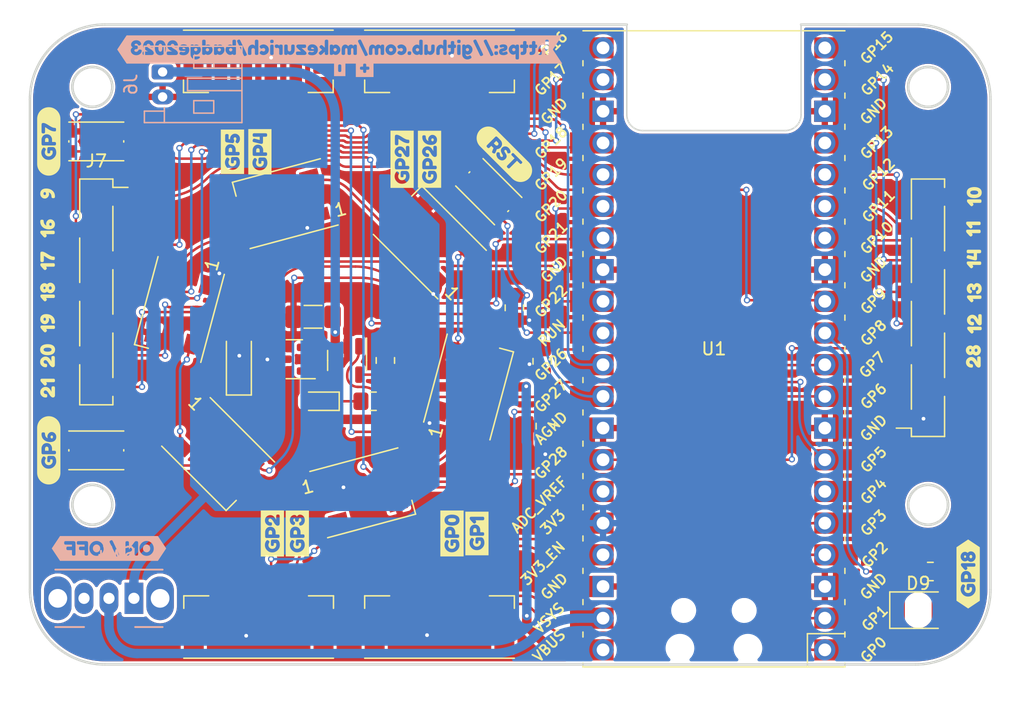
<source format=kicad_pcb>
(kicad_pcb (version 20211014) (generator pcbnew)
  (layers (0 "F.Cu" signal) (31 "B.Cu" signal) (34 "B.Paste" user) (35 "F.Paste" user) (36 "B.SilkS" user "B.Silkscreen") (37 "F.SilkS" user "F.Silkscreen") (38 "B.Mask" user) (39 "F.Mask" user) (44 "Edge.Cuts" user))
  (net 0 "")
  (net 1 "VCC")
  (net 2 "Net-(D1-Pad1)")
  (net 3 "VBUS")
  (net 4 "/GP0")
  (net 5 "/GP17")
  (net 6 "/GP16")
  (net 7 "/NPXL")
  (net 8 "/GP21")
  (net 9 "Net-(D9-Pad2)")
  (net 10 "/GP11")
  (net 11 "/GP12")
  (net 12 "/GP13")
  (net 13 "/GP14")
  (net 14 "/GP15")
  (net 15 "/GP8")
  (net 18 "+3V3")
  (net 19 "GND")
  (net 21 "Net-(D1-Pad2)")
  (net 22 "/GP6")
  (net 23 "Net-(D2-Pad2)")
  (net 24 "Net-(D3-Pad2)")
  (net 25 "Net-(D4-Pad2)")
  (net 26 "Net-(D5-Pad2)")
  (net 27 "/GP28")
  (net 28 "/GP3")
  (net 29 "/GP7")
  (net 30 "/GP2")
  (net 31 "/GP1")
  (net 32 "/GP5")
  (net 33 "/GP4")
  (net 34 "/GP27")
  (net 35 "/GP26")
  (net 36 "/GP18")
  (net 37 "/GP19")
  (net 38 "/RST")
  (net 39 "/GP10")
  (net 40 "/GP20")
  (net 41 "+BATT")
  (net 42 "Net-(D7-Pad1)")
  (net 43 "Net-(R5-Pad1)")
  (net 44 "Net-(R6-Pad2)")
  (net 45 "Net-(SW4-Pad2)")
  (net 47 "/GP9")
  (footprint "LED_SMD:LED_WS2812B_PLCC4_5.0x5.0mm_P3.2mm" (layer "F.Cu") (at 118.252741 86.410615 -165)
    (fp_text reference "D3" hide)
    (fp_text value "WS2812B")
  )
  (footprint "Resistor_SMD:R_0805_2012Metric_Pad1.20x1.40mm_HandSolder" (layer "F.Cu") (at 125.319679 102.252553)
    (fp_text reference "R6" hide)
    (fp_text value "1k")
  )
  (footprint "kibuzzard-6370DC69" (layer "F.Cu") (at 114.019679 82.252553 90)
    (fp_text reference "kibuzzard-6370DC69" hide)
    (fp_text value "G***" hide)
  )
  (footprint "kibuzzard-6368F201" (layer "F.Cu") (at 99.294679 81.422553 90)
    (fp_text reference "kibuzzard-6368F201" hide)
    (fp_text value "G***" hide)
  )
  (footprint "kibuzzard-637FABC0" (layer "F.Cu") (at 99.2 85.6 90)
    (fp_text reference "kibuzzard-637FABC0" hide)
    (fp_text value "G***" hide)
  )
  (footprint "kibuzzard-6370DC33" (layer "F.Cu") (at 129.819679 82.852553 90)
    (fp_text reference "kibuzzard-6370DC33" hide)
    (fp_text value "G***" hide)
  )
  (footprint "kibuzzard-6368F503" (layer "F.Cu") (at 173.419679 98.652553 90)
    (fp_text reference "kibuzzard-6368F503" hide)
    (fp_text value "G***" hide)
  )
  (footprint "kibuzzard-6370DCD1" (layer "F.Cu") (at 133.619679 112.852553 90)
    (fp_text reference "kibuzzard-6370DCD1" hide)
    (fp_text value "G***" hide)
  )
  (footprint "Package_TO_SOT_SMD:SOT-23" (layer "F.Cu") (at 118.979679 98.882553 180)
    (fp_text reference "Q2" hide)
    (fp_text value "DMG2301L")
  )
  (footprint "kibuzzard-6368F1D8" (layer "F.Cu") (at 99.294679 106.187553 90)
    (fp_text reference "kibuzzard-6368F1D8" hide)
    (fp_text value "G***" hide)
  )
  (footprint "Connector_PinSocket_2.54mm:PinSocket_1x08_P2.54mm_Vertical_SMD_Pin1Right" (layer "F.Cu") (at 169.779679 94.757553 180)
    (fp_text reference "J5" hide)
    (fp_text value "Conn_01x08_Female")
  )
  (footprint "LED_SMD:LED_WS2812B_PLCC4_5.0x5.0mm_P3.2mm" (layer "F.Cu") (at 112.873288 106.487006 -45)
    (fp_text reference "D1" hide)
    (fp_text value "WS2812B")
  )
  (footprint "Package_TO_SOT_SMD:SOT-23-5" (layer "F.Cu") (at 123.20968 98.982553 -90)
    (fp_text reference "U3" hide)
    (fp_text value "MCP73831-2-OT")
  )
  (footprint "LED_SMD:LED_1206_3216Metric_ReverseMount_Hole1.8x2.4mm" (layer "F.Cu") (at 169 119)
    (fp_text reference "D9")
    (fp_text value "LED")
  )
  (footprint "Button_Switch_SMD:SW_Push_1P1T_NO_CK_KMR2" (layer "F.Cu") (at 134.569679 85.452553 135)
    (fp_text reference "SW3" hide)
    (fp_text value "SW_Push")
  )
  (footprint "kibuzzard-637FABEE" (layer "F.Cu") (at 99.2 88.4 90)
    (fp_text reference "kibuzzard-637FABEE" hide)
    (fp_text value "G***" hide)
  )
  (footprint "kibuzzard-6370DC3A" (layer "F.Cu") (at 127.619679 82.852553 90)
    (fp_text reference "kibuzzard-6370DC3A" hide)
    (fp_text value "G***" hide)
  )
  (footprint "kibuzzard-6368F4F7" (layer "F.Cu") (at 173.496648 96.052553 90)
    (fp_text reference "kibuzzard-6368F4F7" hide)
    (fp_text value "G***" hide)
  )
  (footprint "kibuzzard-637FAC1E" (layer "F.Cu") (at 99.2 101.2 90)
    (fp_text reference "kibuzzard-637FAC1E" hide)
    (fp_text value "G***" hide)
  )
  (footprint "kibuzzard-6368F4DE" (layer "F.Cu") (at 173.487916 93.552553 90)
    (fp_text reference "kibuzzard-6368F4DE" hide)
    (fp_text value "G***" hide)
  )
  (footprint "kibuzzard-6372B00C" (layer "F.Cu") (at 135.819679 82.452553 -45)
    (fp_text reference "kibuzzard-6372B00C" hide)
    (fp_text value "G***" hide)
  )
  (footprint "Tillo:Grove_SMD" (layer "F.Cu") (at 116.119679 120.852553 180)
    (fp_text reference "J2" hide)
    (fp_text value "Conn_01x04")
  )
  (footprint "kibuzzard-6368F495" (layer "F.Cu") (at 173.419679 88.452553 90)
    (fp_text reference "kibuzzard-6368F495" hide)
    (fp_text value "G***" hide)
  )
  (footprint "kibuzzard-6370DC53" (layer "F.Cu") (at 116.219679 82.252553 90)
    (fp_text reference "kibuzzard-6370DC53" hide)
    (fp_text value "G***" hide)
  )
  (footprint "LED_SMD:LED_WS2812B_PLCC4_5.0x5.0mm_P3.2mm" (layer "F.Cu") (at 109.76746 94.895896 -105)
    (fp_text reference "D2" hide)
    (fp_text value "WS2812B")
  )
  (footprint "Resistor_SMD:R_0805_2012Metric_Pad1.20x1.40mm_HandSolder" (layer "F.Cu") (at 126.279679 98.982553 90)
    (fp_text reference "R5" hide)
    (fp_text value "1k")
  )
  (footprint "kibuzzard-6368F490" (layer "F.Cu") (at 173.487916 85.852553 90)
    (fp_text reference "kibuzzard-6368F490" hide)
    (fp_text value "G***" hide)
  )
  (footprint "kibuzzard-6370DCA7" (layer "F.Cu") (at 131.619679 112.852553 90)
    (fp_text reference "kibuzzard-6370DCA7" hide)
    (fp_text value "G***" hide)
  )
  (footprint "Tillo:Grove_SMD" (layer "F.Cu") (at 130.619679 120.852553 180)
    (fp_text reference "J1" hide)
    (fp_text value "Conn_01x04")
  )
  (footprint "Resistor_SMD:R_0805_2012Metric_Pad1.20x1.40mm_HandSolder" (layer "F.Cu") (at 169.969679 115.902553)
    (fp_text reference "R3" hide)
    (fp_text value "10k")
  )
  (footprint "LED_SMD:LED_0603_1608Metric_Pad1.05x0.95mm_HandSolder" (layer "F.Cu") (at 120.919679 102.252553 180)
    (fp_text reference "D7" hide)
    (fp_text value "BAT")
  )
  (footprint "kibuzzard-6370DC90" (layer "F.Cu") (at 117.219679 112.852553 90)
    (fp_text reference "kibuzzard-6370DC90" hide)
    (fp_text value "G***" hide)
  )
  (footprint "Resistor_SMD:R_0805_2012Metric_Pad1.20x1.40mm_HandSolder" (layer "F.Cu") (at 138.85 99.05 90)
    (fp_text reference "R2" hide)
    (fp_text value "10k")
  )
  (footprint "kibuzzard-6368F4A2" (layer "F.Cu") (at 173.46331 90.852553 90)
    (fp_text reference "kibuzzard-6368F4A2" hide)
    (fp_text value "G***" hide)
  )
  (footprint "LED_SMD:LED_WS2812B_PLCC4_5.0x5.0mm_P3.2mm" (layer "F.Cu") (at 129.84385 89.516443 135)
    (fp_text reference "D4" hide)
    (fp_text value "WS2812B")
  )
  (footprint "kibuzzard-6370DC98" (layer "F.Cu") (at 119.219679 112.852553 90)
    (fp_text reference "kibuzzard-6370DC98" hide)
    (fp_text value "G***" hide)
  )
  (footprint "MCU_RaspberryPi_and_Boards:RPi_Pico_SMD_TH" (layer "F.Cu") (at 152.619679 98.052553 180)
    (fp_text reference "U1")
    (fp_text value "Pico")
    (fp_line (start 6.985 18.77) (end 6.985 26) (layer "Edge.Cuts") (width 0.12))
    (fp_line (start -5.715 17.5) (end 5.715 17.5) (layer "Edge.Cuts") (width 0.12))
    (fp_line (start -6.985 26) (end -6.985 18.77) (layer "Edge.Cuts") (width 0.12))
    (fp_arc (start 5.715 17.5) (mid 6.613026 17.871974) (end 6.985 18.77) (layer "Edge.Cuts") (width 0.12))
    (fp_arc (start -6.985 18.77) (mid -6.613026 17.871974) (end -5.715 17.5) (layer "Edge.Cuts") (width 0.12))
  )
  (footprint "LED_SMD:LED_WS2812B_PLCC4_5.0x5.0mm_P3.2mm" (layer "F.Cu") (at 124.464398 109.592834 15)
    (fp_text reference "D6" hide)
    (fp_text value "WS2812B")
  )
  (footprint "Connector_PinSocket_2.54mm:PinSocket_1x07_P2.54mm_Vertical_SMD_Pin1Right" (layer "F.Cu") (at 103.104679 93.487553)
    (fp_text reference "J7")
    (fp_text value "Conn_01x07_Female")
  )
  (footprint "kibuzzard-637FAC13" (layer "F.Cu") (at 99.2 98.6 90)
    (fp_text reference "kibuzzard-637FAC13" hide)
    (fp_text value "G***" hide)
  )
  (footprint "Diode_SMD:D_MiniMELF" (layer "F.Cu") (at 114.534679 99.202553 90)
    (fp_text reference "D10" hide)
    (fp_text value "D")
  )
  (footprint "Button_Switch_SMD:SW_Push_1P1T_NO_CK_KMR2" (layer "F.Cu") (at 103.104679 106.187553 180)
    (fp_text reference "SW1" hide)
    (fp_text value "SW_Push")
  )
  (footprint "Capacitor_SMD:C_1206_3216Metric_Pad1.33x1.80mm_HandSolder" (layer "F.Cu") (at 120.479679 95.482553 180)
    (fp_text reference "C3" hide)
    (fp_text value "10µ")
  )
  (footprint "Button_Switch_SMD:SW_Push_1P1T_NO_CK_KMR2" (layer "F.Cu") (at 103.104679 81.422553 180)
    (fp_text reference "SW2" hide)
    (fp_text value "SW_Push")
  )
  (footprint "Resistor_SMD:R_0805_2012Metric_Pad1.20x1.40mm_HandSolder" (layer "F.Cu") (at 136.619679 94.757553 90)
    (fp_text reference "R4" hide)
    (fp_text value "10k")
  )
  (footprint "LED_SMD:LED_WS2812B_PLCC4_5.0x5.0mm_P3.2mm" (layer "F.Cu") (at 132.949679 101.107553 75)
    (fp_text reference "D5" hide)
    (fp_text value "WS2812B")
  )
  (footprint "kibuzzard-637FAC01" (layer "F.Cu") (at 99.2 93.5 90)
    (fp_text reference "kibuzzard-637FAC01" hide)
    (fp_text value "G***" hide)
  )
  (footprint "kibuzzard-637FAC0A" (layer "F.Cu") (at 99.2 96 90)
    (fp_text reference "kibuzzard-637FAC0A" hide)
    (fp_text value "G***" hide)
  )
  (footprint "Tillo:Grove_SMD" (layer "F.Cu") (at 130.619679 74.502553)
    (fp_text reference "J3" hide)
    (fp_text value "Conn_01x04")
  )
  (footprint "Resistor_SMD:R_0805_2012Metric_Pad1.20x1.40mm_HandSolder" (layer "F.Cu") (at 139.1 104.25 90)
    (fp_text reference "R1" hide)
    (fp_text value "10k")
  )
  (footprint "Tillo:Grove_SMD" (layer "F.Cu") (at 116.094679 74.502553)
    (fp_text reference "J4" hide)
    (fp_text value "Conn_01x04")
  )
  (footprint "kibuzzard-6370DCFF" (layer "F.Cu") (at 173 116.1 90)
    (fp_text reference "kibuzzard-6370DCFF" hide)
    (fp_text value "G***" hide)
  )
  (footprint "kibuzzard-637FABF7" (layer "F.Cu") (at 99.2 91 90)
    (fp_text reference "kibuzzard-637FABF7" hide)
    (fp_text value "G***" hide)
  )
  (footprint "Button_Switch_THT:SW_CuK_OS102011MA1QN1_SPDT_Angled" (layer "B.Cu") (at 106.119679 118.052553 180)
    (fp_text reference "SW4")
    (fp_text value "SW_Push_SPDT")
  )
  (footprint "kibuzzard-6368F610" (layer "B.Cu") (at 122.619679 74.052553 180)
    (fp_text reference "kibuzzard-6368F610" hide)
    (fp_text value "G***" hide)
  )
  (footprint "kibuzzard-6369234D" (layer "B.Cu") (at 124.619679 75.552553)
    (fp_text reference "kibuzzard-6369234D" hide)
    (fp_text value "G***" hide)
  )
  (footprint "kibuzzard-636923C0" (layer "B.Cu") (at 104.119679 114.052553 180)
    (fp_text reference "kibuzzard-636923C0" hide)
    (fp_text value "G***" hide)
  )
  (footprint "Connector_JST:JST_PH_S2B-PH-K_1x02_P2.00mm_Horizontal" (layer "B.Cu") (at 108.419679 75.852553 -90)
    (fp_text reference "J6")
    (fp_text value "Conn_01x02_Male")
  )
  (footprint "kibuzzard-63692365" (layer "B.Cu") (at 122.619678 75.552553 90)
    (fp_text reference "kibuzzard-63692365" hide)
    (fp_text value "G***" hide)
  )
  (gr_line (start 170.387059 78.536043) (end 170.334919 78.556043) (layer "Edge.Cuts") (width 0.2))
  (gr_line (start 103.010379 75.468113) (end 103.065479 75.476853) (layer "Edge.Cuts") (width 0.2))
  (gr_line (start 168.562019 109.524053) (end 168.598648 109.481953) (layer "Edge.Cuts") (width 0.2))
  (gr_line (start 170.23922 123.174353) (end 170.441499 123.120153) (layer "Edge.Cuts") (width 0.2))
  (gr_line (start 169.731849 75.453523) (end 169.787679 75.452543) (layer "Edge.Cuts") (width 0.2))
  (gr_line (start 101.211979 110.274753) (end 101.222679 110.219853) (layer "Edge.Cuts") (width 0.2))
  (gr_line (start 172.314399 73.198444) (end 172.142839 73.078323) (layer "Edge.Cuts") (width 0.2))
  (gr_line (start 102.346679 109.014553) (end 102.400579 109.000053) (layer "Edge.Cuts") (width 0.2))
  (gr_line (start 101.349579 76.351153) (end 101.374979 76.301394) (layer "Edge.Cuts") (width 0.2))
  (gr_line (start 170.010369 112.136953) (end 169.954929 112.143753) (layer "Edge.Cuts") (width 0.2))
  (gr_line (start 101.717079 111.741553) (end 101.676179 111.703453) (layer "Edge.Cuts") (width 0.2))
  (gr_line (start 169.620439 75.461303) (end 169.676079 75.456434) (layer "Edge.Cuts") (width 0.2))
  (gr_line (start 170.538838 75.639833) (end 170.587679 75.666903) (layer "Edge.Cuts") (width 0.2))
  (gr_line (start 101.636779 109.441053) (end 101.676179 109.401554) (layer "Edge.Cuts") (width 0.2))
  (gr_line (start 103.010378 112.136953) (end 102.954979 112.143753) (layer "Edge.Cuts") (width 0.2))
  (gr_line (start 171.082109 111.492953) (end 171.048499 111.537553) (layer "Edge.Cuts") (width 0.2))
  (gr_line (start 101.304179 109.953153) (end 101.325979 109.901753) (layer "Edge.Cuts") (width 0.2))
  (gr_line (start 101.717079 78.241583) (end 101.676179 78.203493) (layer "Edge.Cuts") (width 0.2))
  (gr_line (start 101.203279 77.275223) (end 101.196479 77.219793) (layer "Edge.Cuts") (width 0.2))
  (gr_line (start 169.293259 75.530853) (end 169.346668 75.514533) (layer "Edge.Cuts") (width 0.2))
  (gr_line (start 102.188279 112.036053) (end 102.136879 112.014253) (layer "Edge.Cuts") (width 0.2))
  (gr_line (start 97.787679 78.052553) (end 97.787679 117.352553) (layer "Edge.Cuts") (width 0.2))
  (gr_line (start 170.816149 111.778253) (end 170.772739 111.813353) (layer "Edge.Cuts") (width 0.2))
  (gr_line (start 168.326009 76.401763) (end 168.349619 76.351153) (layer "Edge.Cuts") (width 0.2))
  (gr_line (start 172.644419 121.948853) (end 172.802469 121.811453) (layer "Edge.Cuts") (width 0.2))
  (gr_line (start 171.144569 111.400453) (end 171.114139 111.447252) (layer "Edge.Cuts") (width 0.2))
  (gr_line (start 103.174779 78.605013) (end 103.120379 78.617583) (layer "Edge.Cuts") (width 0.2))
  (gr_line (start 102.136879 112.014253) (end 102.086279 111.990653) (layer "Edge.Cuts") (width 0.2))
  (gr_line (start 171.967199 72.964251) (end 171.787679 72.856401) (layer "Edge.Cuts") (width 0.2))
  (gr_line (start 99.059579 74.358582) (end 98.93358 74.525833) (layer "Edge.Cuts") (width 0.2))
  (gr_line (start 169.620439 78.643783) (end 169.565009 78.636983) (layer "Edge.Cuts") (width 0.2))
  (gr_line (start 101.284179 77.599783) (end 101.265979 77.546973) (layer "Edge.Cuts") (width 0.2))
  (gr_line (start 101.802579 111.813353) (end 101.759179 111.778253) (layer "Edge.Cuts") (width 0.2))
  (gr_line (start 102.036579 75.639833) (end 102.086279 75.614473) (layer "Edge.Cuts") (width 0.2))
  (gr_line (start 98.149479 119.404653) (end 98.224579 119.600153) (layer "Edge.Cuts") (width 0.2))
  (gr_line (start 169.509849 112.128253) (end 169.455019 112.117553) (layer "Edge.Cuts") (width 0.2))
  (gr_line (start 101.249679 110.993554) (end 101.235179 110.939654) (layer "Edge.Cuts") (width 0.2))
  (gr_line (start 97.965879 76.601013) (end 97.918779 76.805074) (layer "Edge.Cuts") (width 0.2))
  (gr_line (start 170.682389 78.379003) (end 170.635569 78.409423) (layer "Edge.Cuts") (width 0.2))
  (gr_line (start 170.938639 78.164003) (end 170.899149 78.203493) (layer "Edge.Cuts") (width 0.2))
  (gr_line (start 170.282108 75.530853) (end 170.334919 75.549043) (layer "Edge.Cuts") (width 0.2))
  (gr_line (start 168.802629 109.291753) (end 168.84724 109.258153) (layer "Edge.Cuts") (width 0.2))
  (gr_line (start 99.471679 73.884603) (end 99.32878 74.037763) (layer "Edge.Cuts") (width 0.2))
  (gr_line (start 170.772739 78.313353) (end 170.728139 78.346973) (layer "Edge.Cuts") (width 0.2))
  (gr_line (start 104.271179 76.453173) (end 104.291179 76.505313) (layer "Edge.Cuts") (width 0.2))
  (gr_line (start 102.036579 109.139853) (end 102.086279 109.114453) (layer "Edge.Cuts") (width 0.2))
  (gr_line (start 174.180455 119.982753) (end 174.268956 119.792953) (layer "Edge.Cuts") (width 0.2))
  (gr_line (start 168.759219 75.826873) (end 168.802629 75.791733) (layer "Edge.Cuts") (width 0.2))
  (gr_line (start 103.816179 78.278212) (end 103.772779 78.313353) (layer "Edge.Cuts") (width 0.2))
  (gr_line (start 170.438469 75.590863) (end 170.489079 75.614473) (layer "Edge.Cuts") (width 0.2))
  (gr_line (start 169.899299 75.456433) (end 169.954929 75.461303) (layer "Edge.Cuts") (width 0.2))
  (gr_line (start 101.402079 77.852543) (end 101.374979 77.803693) (layer "Edge.Cuts") (width 0.2))
  (gr_line (start 103.728179 75.758123) (end 103.772779 75.791733) (layer "Edge.Cuts") (width 0.2))
  (gr_line (start 168.892979 111.879053) (end 168.84724 111.846953) (layer "Edge.Cuts") (width 0.2))
  (gr_line (start 169.188309 109.069054) (end 169.240449 109.049053) (layer "Edge.Cuts") (width 0.2))
  (gr_line (start 102.954979 75.461303) (end 103.010379 75.468113) (layer "Edge.Cuts") (width 0.2))
  (gr_line (start 103.282079 75.530853) (end 103.334879 75.549043) (layer "Edge.Cuts") (width 0.2))
  (gr_line (start 169.787679 112.152553) (end 169.731849 112.151553) (layer "Edge.Cuts") (width 0.2))
  (gr_line (start 169.293259 109.030853) (end 169.346669 109.014553) (layer "Edge.Cuts") (width 0.2))
  (gr_line (start 101.304179 111.151953) (end 101.284179 111.099753) (layer "Edge.Cuts") (width 0.2))
  (gr_line (start 168.203249 110.329852) (end 168.211999 110.274753) (layer "Edge.Cuts") (width 0.2))
  (gr_line (start 102.454979 78.617583) (end 102.400579 78.605013) (layer "Edge.Cuts") (width 0.2))
  (gr_line (start 170.174759 75.500083) (end 170.228699 75.514533) (layer "Edge.Cuts") (width 0.2))
  (gr_line (start 170.228699 78.590563) (end 170.174759 78.605013) (layer "Edge.Cuts") (width 0.2))
  (gr_line (start 171.013359 76.024083) (end 171.048499 76.067493) (layer "Edge.Cuts") (width 0.2))
  (gr_line (start 170.976719 109.481953) (end 171.013359 109.524053) (layer "Edge.Cuts") (width 0.2))
  (gr_line (start 102.899279 108.956453) (end 102.954979 108.961353) (layer "Edge.Cuts") (width 0.2))
  (gr_line (start 101.540078 122.915653) (end 101.735579 122.990753) (layer "Edge.Cuts") (width 0.2))
  (gr_line (start 173.103719 73.884602) (end 172.95563 73.736513) (layer "Edge.Cuts") (width 0.2))
  (gr_line (start 103.899179 78.203493) (end 103.858279 78.241583) (layer "Edge.Cuts") (width 0.2))
  (gr_line (start 169.086289 111.990653) (end 169.036539 111.965253) (layer "Edge.Cuts") (width 0.2))
  (gr_line (start 101.561979 109.524053) (end 101.598679 109.481953) (layer "Edge.Cuts") (width 0.2))
  (gr_line (start 173.246559 121.367353) (end 173.383949 121.209253) (layer "Edge.Cuts") (width 0.2))
  (gr_line (start 101.636779 111.664053) (end 101.598679 111.623153) (layer "Edge.Cuts") (width 0.2))
  (gr_line (start 101.203279 76.829863) (end 101.211979 76.774703) (layer "Edge.Cuts") (width 0.2))
  (gr_line (start 168.787679 123.352553) (end 168.997079 123.348853) (layer "Edge.Cuts") (width 0.2))
  (gr_line (start 104.325679 77.493563) (end 104.309379 77.546973) (layer "Edge.Cuts") (width 0.2))
  (gr_line (start 170.635569 109.195653) (end 170.68239 109.226053) (layer "Edge.Cuts") (width 0.2))
  (gr_line (start 102.731879 75.453523) (end 102.787679 75.452543) (layer "Edge.Cuts") (width 0.2))
  (gr_line (start 100.093679 122.080653) (end 100.260979 122.206653) (layer "Edge.Cuts") (width 0.2))
  (gr_line (start 102.620479 78.643783) (end 102.564979 78.636983) (layer "Edge.Cuts") (width 0.2))
  (gr_line (start 173.875982 120.532053) (end 173.983831 120.352553) (layer "Edge.Cuts") (width 0.2))
  (gr_line (start 171.340149 110.939653) (end 171.325699 110.993554) (layer "Edge.Cuts") (width 0.2))
  (gr_line (start 104.372079 77.275223) (end 104.363379 77.330383) (layer "Edge.Cuts") (width 0.2))
  (gr_line (start 98.69938 74.873033) (end 98.591479 75.052553) (layer "Edge.Cuts") (width 0.2))
  (gr_line (start 102.293279 112.074253) (end 102.240479 112.056053) (layer "Edge.Cuts") (width 0.2))
  (gr_line (start 101.191579 76.940933) (end 101.196479 76.885303) (layer "Edge.Cuts") (width 0.2))
  (gr_line (start 168.676229 78.203493) (end 168.636739 78.164003) (layer "Edge.Cuts") (width 0.2))
  (gr_line (start 104.200379 76.301393) (end 104.225779 76.351153) (layer "Edge.Cuts") (width 0.2))
  (gr_line (start 101.211979 77.330383) (end 101.203279 77.275223) (layer "Edge.Cuts") (width 0.2))
  (gr_line (start 104.325679 76.611534) (end 104.340179 76.665473) (layer "Edge.Cuts") (width 0.2))
  (gr_line (start 102.086279 78.490613) (end 102.036578 78.465253) (layer "Edge.Cuts") (width 0.2))
  (gr_line (start 169.787679 108.952553) (end 169.843529 108.953553) (layer "Edge.Cuts") (width 0.2))
  (gr_line (start 101.933578 72.346208) (end 101.735579 72.414385) (layer "Edge.Cuts") (width 0.2))
  (gr_line (start 101.211979 76.774703) (end 101.222679 76.719883) (layer "Edge.Cuts") (width 0.2))
  (gr_line (start 104.173379 77.852543) (end 104.144578 77.900423) (layer "Edge.Cuts") (width 0.2))
  (gr_line (start 168.56202 78.081013) (end 168.526878 78.037603) (layer "Edge.Cuts") (width 0.2))
  (gr_line (start 102.787679 78.652543) (end 102.731879 78.651563) (layer "Edge.Cuts") (width 0.2))
  (gr_line (start 97.791379 77.843153) (end 97.787679 78.052553) (layer "Edge.Cuts") (width 0.2))
  (gr_line (start 104.372079 76.829863) (end 104.378879 76.885303) (layer "Edge.Cuts") (width 0.2))
  (gr_line (start 101.987679 75.666903) (end 102.036579 75.639833) (layer "Edge.Cuts") (width 0.2))
  (gr_line (start 103.587679 78.438193) (end 103.538879 78.465253) (layer "Edge.Cuts") (width 0.2))
  (gr_line (start 101.191579 77.164153) (end 101.188679 77.108384) (layer "Edge.Cuts") (width 0.2))
  (gr_line (start 171.35273 77.385213) (end 171.340149 77.439623) (layer "Edge.Cuts") (width 0.2))
  (gr_line (start 168.71708 111.741553) (end 168.676229 111.703453) (layer "Edge.Cuts") (width 0.2))
  (gr_line (start 101.203279 110.775253) (end 101.196479 110.719753) (layer "Edge.Cuts") (width 0.2))
  (gr_line (start 173.875981 74.873033) (end 173.761909 74.697393) (layer "Edge.Cuts") (width 0.2))
  (gr_line (start 170.858299 78.241583) (end 170.816149 78.278213) (layer "Edge.Cuts") (width 0.2))
  (gr_line (start 168.987689 109.166853) (end 169.036539 109.139853) (layer "Edge.Cuts") (width 0.2))
  (gr_line (start 171.048499 78.037603) (end 171.013359 78.081013) (layer "Edge.Cuts") (width 0.2))
  (gr_line (start 104.173379 109.752553) (end 104.200379 109.801353) (layer "Edge.Cuts") (width 0.2))
  (gr_line (start 98.933579 120.879253) (end 99.059579 121.046554) (layer "Edge.Cuts") (width 0.2))
  (gr_line (start 168.249669 77.493563) (end 168.235219 77.439623) (layer "Edge.Cuts") (width 0.2))
  (gr_line (start 103.387079 75.569042) (end 103.438479 75.590863) (layer "Edge.Cuts") (width 0.2))
  (gr_line (start 168.997079 72.0562) (end 159.604679 72.052553) (layer "Edge.Cuts") (width 0.2))
  (gr_line (start 104.114178 111.447253) (end 104.082079 111.492953) (layer "Edge.Cuts") (width 0.2))
  (gr_line (start 173.761909 120.707753) (end 173.875982 120.532053) (layer "Edge.Cuts") (width 0.2))
  (gr_line (start 103.816179 111.778253) (end 103.772779 111.813353) (layer "Edge.Cuts") (width 0.2))
  (gr_line (start 103.538879 109.139853) (end 103.587679 109.166853) (layer "Edge.Cuts") (width 0.2))
  (gr_line (start 171.013359 111.581053) (end 170.976719 111.623153) (layer "Edge.Cuts") (width 0.2))
  (gr_line (start 98.306379 75.612123) (end 98.224579 75.804903) (layer "Edge.Cuts") (width 0.2))
  (gr_line (start 103.160479 123.319653) (end 103.369178 123.337953) (layer "Edge.Cuts") (width 0.2))
  (gr_line (start 104.225779 109.851153) (end 104.249379 109.901753) (layer "Edge.Cuts") (width 0.2))
  (gr_line (start 104.082079 111.492953) (end 104.048479 111.537553) (layer "Edge.Cuts") (width 0.2))
  (gr_line (start 168.430809 76.204663) (end 168.461229 76.157843) (layer "Edge.Cuts") (width 0.2))
  (gr_line (start 103.489079 111.990653) (end 103.438479 112.014253) (layer "Edge.Cuts") (width 0.2))
  (gr_line (start 171.352729 76.719883) (end 171.363379 76.774703) (layer "Edge.Cuts") (width 0.2))
  (gr_line (start 101.561979 78.081013) (end 101.526879 78.037603) (layer "Edge.Cuts") (width 0.2))
  (gr_line (start 101.430779 77.900423) (end 101.402079 77.852543) (layer "Edge.Cuts") (width 0.2))
  (gr_line (start 174.656575 76.805074) (end 174.609456 76.601013) (layer "Edge.Cuts") (width 0.2))
  (gr_line (start 104.352678 110.885253) (end 104.340179 110.939653) (layer "Edge.Cuts") (width 0.2))
  (gr_line (start 169.206229 72.067156) (end 168.997079 72.0562) (layer "Edge.Cuts") (width 0.2))
  (gr_line (start 103.489079 78.490613) (end 103.438479 78.514224) (layer "Edge.Cuts") (width 0.2))
  (gr_line (start 101.347279 72.571276) (end 101.157479 72.659777) (layer "Edge.Cuts") (width 0.2))
  (gr_line (start 103.899179 75.901593) (end 103.938579 75.941083) (layer "Edge.Cuts") (width 0.2))
  (gr_line (start 102.240479 75.549043) (end 102.293279 75.530853) (layer "Edge.Cuts") (width 0.2))
  (gr_line (start 168.598648 109.481953) (end 168.636739 109.441053) (layer "Edge.Cuts") (width 0.2))
  (gr_line (start 101.939779 78.409423) (end 101.892979 78.379003) (layer "Edge.Cuts") (width 0.2))
  (gr_line (start 168.326009 109.901753) (end 168.349619 109.851153) (layer "Edge.Cuts") (width 0.2))
  (gr_line (start 172.644419 73.456283) (end 172.481649 73.324483) (layer "Edge.Cuts") (width 0.2))
  (gr_line (start 103.438479 109.090853) (end 103.489079 109.114453) (layer "Edge.Cuts") (width 0.2))
  (gr_line (start 103.160479 72.08542) (end 102.952679 72.110932) (layer "Edge.Cuts") (width 0.2))
  (gr_line (start 100.608179 122.440853) (end 100.787679 122.548653) (layer "Edge.Cuts") (width 0.2))
  (gr_line (start 103.635579 109.195653) (end 103.682379 109.226053) (layer "Edge.Cuts") (width 0.2))
  (gr_line (start 104.048479 78.037602) (end 104.013379 78.081012) (layer "Edge.Cuts") (width 0.2))
  (gr_line (start 103.899179 109.401553) (end 103.938579 109.441053) (layer "Edge.Cuts") (width 0.2))
  (gr_line (start 102.346679 75.514533) (end 102.400579 75.500083) (layer "Edge.Cuts") (width 0.2))
  (gr_line (start 174.754812 77.425373) (end 174.729299 77.217503) (layer "Edge.Cuts") (width 0.2))
  (gr_line (start 98.591479 75.052553) (end 98.489979 75.235723) (layer "Edge.Cuts") (width 0.2))
  (gr_line (start 170.728139 78.346973) (end 170.682389 78.379003) (layer "Edge.Cuts") (width 0.2))
  (gr_line (start 168.461229 76.157843) (end 168.493259 76.112093) (layer "Edge.Cuts") (width 0.2))
  (gr_line (start 101.676179 78.203493) (end 101.636779 78.164003) (layer "Edge.Cuts") (width 0.2))
  (gr_line (start 170.387059 75.569043) (end 170.438469 75.590863) (layer "Edge.Cuts") (width 0.2))
  (gr_line (start 104.082079 76.112093) (end 104.114179 76.157842) (layer "Edge.Cuts") (width 0.2))
  (gr_line (start 97.791379 117.561953) (end 97.802279 117.771053) (layer "Edge.Cuts") (width 0.2))
  (gr_line (start 103.228678 75.514533) (end 103.282079 75.530853) (layer "Edge.Cuts") (width 0.2))
  (gr_line (start 168.676229 75.901593) (end 168.717079 75.863513) (layer "Edge.Cuts") (width 0.2))
  (gr_line (start 171.249369 111.203353) (end 171.225759 111.253953) (layer "Edge.Cuts") (width 0.2))
  (gr_line (start 101.157479 122.745353) (end 101.347279 122.833853) (layer "Edge.Cuts") (width 0.2))
  (gr_line (start 174.350789 119.600153) (end 174.425847 119.404653) (layer "Edge.Cuts") (width 0.2))
  (gr_line (start 171.200399 76.301394) (end 171.225759 76.351153) (layer "Edge.Cuts") (width 0.2))
  (gr_line (start 169.829579 72.143693) (end 169.622729 72.110933) (layer "Edge.Cuts") (width 0.2))
  (gr_line (start 170.938639 111.664053) (end 170.899149 111.703453) (layer "Edge.Cuts") (width 0.2))
  (gr_line (start 103.438479 78.514224) (end 103.387079 78.536043) (layer "Edge.Cuts") (width 0.2))
  (gr_line (start 98.93358 74.525833) (end 98.813479 74.697393) (layer "Edge.Cuts") (width 0.2))
  (gr_line (start 103.33488 109.049053) (end 103.387079 109.069054) (layer "Edge.Cuts") (width 0.2))
  (gr_line (start 171.383799 76.940933) (end 171.386709 76.996703) (layer "Edge.Cuts") (width 0.2))
  (gr_line (start 102.400579 78.605013) (end 102.346679 78.590563) (layer "Edge.Cuts") (width 0.2))
  (gr_line (start 100.432579 122.326753) (end 100.608179 122.440853) (layer "Edge.Cuts") (width 0.2))
  (gr_line (start 168.676229 109.401553) (end 168.71708 109.363553) (layer "Edge.Cuts") (width 0.2))
  (gr_line (start 168.188669 76.996703) (end 168.191579 76.940934) (layer "Edge.Cuts") (width 0.2))
  (gr_line (start 104.37888 77.219793) (end 104.372079 77.275223) (layer "Edge.Cuts") (width 0.2))
  (gr_line (start 101.265979 77.546973) (end 101.24968 77.493563) (layer "Edge.Cuts") (width 0.2))
  (gr_line (start 104.309379 110.058153) (end 104.325679 110.111553) (layer "Edge.Cuts") (width 0.2))
  (gr_line (start 102.843479 108.953553) (end 102.899279 108.956453) (layer "Edge.Cuts") (width 0.2))
  (gr_line (start 169.787679 75.452543) (end 169.843529 75.453523) (layer "Edge.Cuts") (width 0.2))
  (gr_line (start 100.970879 122.650253) (end 101.157479 122.745353) (layer "Edge.Cuts") (width 0.2))
  (gr_line (start 168.203249 76.829863) (end 168.211999 76.774703) (layer "Edge.Cuts") (width 0.2))
  (gr_line (start 169.400609 109.000053) (end 169.455019 108.987553) (layer "Edge.Cuts") (width 0.2))
  (gr_line (start 103.772779 111.813353) (end 103.728179 111.846953) (layer "Edge.Cuts") (width 0.2))
  (gr_line (start 101.892979 78.379003) (end 101.847179 78.346973) (layer "Edge.Cuts") (width 0.2))
  (gr_line (start 104.144579 109.704653) (end 104.173379 109.752553) (layer "Edge.Cuts") (width 0.2))
  (gr_line (start 101.987679 111.938153) (end 101.939779 111.909453) (layer "Edge.Cuts") (width 0.2))
  (gr_line (start 172.802469 121.811453) (end 172.955629 121.668553) (layer "Edge.Cuts") (width 0.2))
  (gr_line (start 171.144569 77.900423) (end 171.114139 77.947253) (layer "Edge.Cuts") (width 0.2))
  (gr_line (start 172.95563 73.736513) (end 172.802469 73.593673) (layer "Edge.Cuts") (width 0.2))
  (gr_line (start 171.417909 122.745353) (end 171.604509 122.650253) (layer "Edge.Cuts") (width 0.2))
  (gr_line (start 103.728179 109.258153) (end 103.772779 109.291753) (layer "Edge.Cuts") (width 0.2))
  (gr_line (start 169.899298 78.648653) (end 169.843529 78.651563) (layer "Edge.Cuts") (width 0.2))
  (gr_line (start 171.386709 77.108384) (end 171.383798 77.164153) (layer "Edge.Cuts") (width 0.2))
  (gr_line (start 170.065529 112.128253) (end 170.010369 112.136953) (layer "Edge.Cuts") (width 0.2))
  (gr_line (start 101.222679 77.385213) (end 101.211979 77.330383) (layer "Edge.Cuts") (width 0.2))
  (gr_line (start 101.18868 110.496753) (end 101.191579 110.440953) (layer "Edge.Cuts") (width 0.2))
  (gr_line (start 170.858299 111.741553) (end 170.816149 111.778253) (layer "Edge.Cuts") (width 0.2))
  (gr_line (start 169.787679 78.652543) (end 169.731849 78.651563) (layer "Edge.Cuts") (width 0.2))
  (gr_line (start 171.309379 77.546973) (end 171.291189 77.599783) (layer "Edge.Cuts") (width 0.2))
  (gr_line (start 103.010379 78.636984) (end 102.954979 78.643783) (layer "Edge.Cuts") (width 0.2))
  (gr_line (start 169.622729 123.294153) (end 169.829579 123.261353) (layer "Edge.Cuts") (width 0.2))
  (gr_line (start 103.858279 78.241583) (end 103.816179 78.278212) (layer "Edge.Cuts") (width 0.2))
  (gr_line (start 168.235219 110.939653) (end 168.222649 110.885253) (layer "Edge.Cuts") (width 0.2))
  (gr_line (start 101.526879 76.067493) (end 101.561979 76.024083) (layer "Edge.Cuts") (width 0.2))
  (gr_line (start 168.211999 76.774703) (end 168.222649 76.719883) (layer "Edge.Cuts") (width 0.2))
  (gr_line (start 170.899149 111.703453) (end 170.858299 111.741553) (layer "Edge.Cuts") (width 0.2))
  (gr_line (start 168.191579 110.664153) (end 168.188669 110.608353) (layer "Edge.Cuts") (width 0.2))
  (gr_line (start 101.561979 76.024083) (end 101.598679 75.981933) (layer "Edge.Cuts") (width 0.2))
  (gr_line (start 104.225779 76.351153) (end 104.249379 76.401763) (layer "Edge.Cuts") (width 0.2))
  (gr_line (start 171.340149 77.439623) (end 171.325699 77.493564) (layer "Edge.Cuts") (width 0.2))
  (gr_line (start 102.745779 72.143693) (end 102.540178 72.183657) (layer "Edge.Cuts") (width 0.2))
  (gr_line (start 101.203279 110.329853) (end 101.211979 110.274753) (layer "Edge.Cuts") (width 0.2))
  (gr_line (start 103.538878 75.639833) (end 103.587679 75.666903) (layer "Edge.Cuts") (width 0.2))
  (gr_line (start 169.50985 108.976853) (end 169.565009 108.968153) (layer "Edge.Cuts") (width 0.2))
  (gr_line (start 170.772739 109.291753) (end 170.816149 109.326853) (layer "Edge.Cuts") (width 0.2))
  (gr_line (start 173.983831 75.052553) (end 173.875981 74.873033) (layer "Edge.Cuts") (width 0.2))
  (gr_line (start 169.509849 75.476853) (end 169.565009 75.468113) (layer "Edge.Cuts") (width 0.2))
  (gr_line (start 169.455019 108.987553) (end 169.50985 108.976853) (layer "Edge.Cuts") (width 0.2))
  (gr_line (start 169.086289 75.614473) (end 169.136909 75.590863) (layer "Edge.Cuts") (width 0.2))
  (gr_line (start 100.260979 122.206653) (end 100.432579 122.326753) (layer "Edge.Cuts") (width 0.2))
  (gr_line (start 170.938639 109.441053) (end 170.976719 109.481953) (layer "Edge.Cuts") (width 0.2))
  (gr_line (start 101.598679 109.481953) (end 101.636779 109.441053) (layer "Edge.Cuts") (width 0.2))
  (gr_line (start 171.291189 110.005353) (end 171.309379 110.058153) (layer "Edge.Cuts") (width 0.2))
  (gr_line (start 168.636739 109.441053) (end 168.676229 109.401553) (layer "Edge.Cuts") (width 0.2))
  (gr_line (start 168.493259 77.992992) (end 168.461229 77.947253) (layer "Edge.Cuts") (width 0.2))
  (gr_line (start 104.378879 110.719753) (end 104.372079 110.775253) (layer "Edge.Cuts") (width 0.2))
  (gr_line (start 103.938579 75.941083) (end 103.976679 75.981933) (layer "Edge.Cuts") (width 0.2))
  (gr_line (start 170.64179 123.058853) (end 170.839799 122.990753) (layer "Edge.Cuts") (width 0.2))
  (gr_line (start 168.892979 75.726093) (end 168.939809 75.695663) (layer "Edge.Cuts") (width 0.2))
  (gr_line (start 103.369179 72.067156) (end 103.160479 72.08542) (layer "Edge.Cuts") (width 0.2))
  (gr_line (start 102.731879 108.953553) (end 102.787679 108.952553) (layer "Edge.Cuts") (width 0.2))
  (gr_line (start 104.352679 77.385213) (end 104.340179 77.439623) (layer "Edge.Cuts") (width 0.2))
  (gr_line (start 169.41486 123.319653) (end 169.622729 123.294153) (layer "Edge.Cuts") (width 0.2))
  (gr_line (start 101.284179 76.505313) (end 101.304179 76.453173) (layer "Edge.Cuts") (width 0.2))
  (gr_line (start 168.265999 111.046954) (end 168.249669 110.993553) (layer "Edge.Cuts") (width 0.2))
  (gr_line (start 103.33488 112.056053) (end 103.282079 112.074253) (layer "Edge.Cuts") (width 0.2))
  (gr_line (start 101.892979 75.726093) (end 101.939779 75.695663) (layer "Edge.Cuts") (width 0.2))
  (gr_line (start 104.386679 110.608353) (end 104.383779 110.664153) (layer "Edge.Cuts") (width 0.2))
  (gr_line (start 168.493259 76.112093) (end 168.526879 76.067493) (layer "Edge.Cuts") (width 0.2))
  (gr_line (start 168.526879 111.537553) (end 168.493259 111.492953) (layer "Edge.Cuts") (width 0.2))
  (gr_line (start 171.378929 77.219793) (end 171.372119 77.275223) (layer "Edge.Cuts") (width 0.2))
  (gr_line (start 170.899149 109.401553) (end 170.938639 109.441053) (layer "Edge.Cuts") (width 0.2))
  (gr_line (start 104.309379 77.546973) (end 104.291179 77.599783) (layer "Edge.Cuts") (width 0.2))
  (gr_line (start 174.425847 76.000433) (end 174.350789 75.804903) (layer "Edge.Cuts") (width 0.2))
  (gr_line (start 98.813479 74.697393) (end 98.69938 74.873033) (layer "Edge.Cuts") (width 0.2))
  (gr_line (start 97.878879 118.394453) (end 97.918779 118.600052) (layer "Edge.Cuts") (width 0.2))
  (gr_line (start 101.802578 75.791733) (end 101.847178 75.758123) (layer "Edge.Cuts") (width 0.2))
  (gr_line (start 103.682379 78.379003) (end 103.635579 78.409423) (layer "Edge.Cuts") (width 0.2))
  (gr_line (start 168.598649 78.123152) (end 168.56202 78.081013) (layer "Edge.Cuts") (width 0.2))
  (gr_line (start 170.489079 109.114453) (end 170.538839 109.139853) (layer "Edge.Cuts") (width 0.2))
  (gr_line (start 104.048479 111.537553) (end 104.013379 111.581053) (layer "Edge.Cuts") (width 0.2))
  (gr_line (start 169.240449 109.049053) (end 169.293259 109.030853) (layer "Edge.Cuts") (width 0.2))
  (gr_line (start 101.933578 123.058853) (end 102.133879 123.120153) (layer "Edge.Cuts") (width 0.2))
  (gr_line (start 168.892979 78.379003) (end 168.84724 78.346973) (layer "Edge.Cuts") (width 0.2))
  (gr_line (start 168.598649 111.623154) (end 168.562019 111.581053) (layer "Edge.Cuts") (width 0.2))
  (gr_line (start 101.847179 111.846953) (end 101.802579 111.813353) (layer "Edge.Cuts") (width 0.2))
  (gr_line (start 101.430779 109.704653) (end 101.461179 109.657853) (layer "Edge.Cuts") (width 0.2))
  (gr_line (start 169.843529 75.453523) (end 169.899299 75.456433) (layer "Edge.Cuts") (width 0.2))
  (gr_line (start 98.489979 75.235723) (end 98.394879 75.422323) (layer "Edge.Cuts") (width 0.2))
  (gr_line (start 101.759179 78.278213) (end 101.717079 78.241583) (layer "Edge.Cuts") (width 0.2))
  (gr_line (start 102.036579 111.965253) (end 101.987679 111.938153) (layer "Edge.Cuts") (width 0.2))
  (gr_line (start 103.682379 109.226053) (end 103.728179 109.258153) (layer "Edge.Cuts") (width 0.2))
  (gr_line (start 102.240479 78.556043) (end 102.188279 78.536043) (layer "Edge.Cuts") (width 0.2))
  (gr_line (start 170.976719 111.623153) (end 170.938639 111.664053) (layer "Edge.Cuts") (width 0.2))
  (gr_line (start 102.346679 78.590563) (end 102.293279 78.574233) (layer "Edge.Cuts") (width 0.2))
  (gr_line (start 174.555257 119.006353) (end 174.609456 118.804053) (layer "Edge.Cuts") (width 0.2))
  (gr_line (start 102.188279 109.069053) (end 102.240479 109.049053) (layer "Edge.Cuts") (width 0.2))
  (gr_line (start 169.565009 108.968153) (end 169.620439 108.961353) (layer "Edge.Cuts") (width 0.2))
  (gr_line (start 98.699379 120.532053) (end 98.813479 120.707753) (layer "Edge.Cuts") (width 0.2))
  (gr_line (start 104.013379 78.081012) (end 103.976679 78.123153) (layer "Edge.Cuts") (width 0.2))
  (gr_line (start 168.71708 109.363553) (end 168.759219 109.326853) (layer "Edge.Cuts") (width 0.2))
  (gr_line (start 102.787679 108.952553) (end 102.843479 108.953553) (layer "Edge.Cuts") (width 0.2))
  (gr_line (start 104.249379 109.901753) (end 104.271179 109.953153) (layer "Edge.Cuts") (width 0.2))
  (gr_line (start 172.481649 122.080653) (end 172.644419 121.948853) (layer "Edge.Cuts") (width 0.2))
  (gr_line (start 170.68239 75.726093) (end 170.728139 75.758123) (layer "Edge.Cuts") (width 0.2))
  (gr_line (start 171.325699 110.993554) (end 171.309379 111.046953) (layer "Edge.Cuts") (width 0.2))
  (gr_line (start 170.635569 111.909453) (end 170.587679 111.938153) (layer "Edge.Cuts") (width 0.2))
  (gr_line (start 171.372119 110.329853) (end 171.378929 110.385253) (layer "Edge.Cuts") (width 0.2))
  (gr_line (start 168.326009 77.703323) (end 168.304189 77.651923) (layer "Edge.Cuts") (width 0.2))
  (gr_line (start 171.173329 109.752553) (end 171.200399 109.801352) (layer "Edge.Cuts") (width 0.2))
  (gr_line (start 168.997079 123.348853) (end 169.206229 123.337953) (layer "Edge.Cuts") (width 0.2))
  (gr_line (start 171.173329 76.252553) (end 171.200399 76.301394) (layer "Edge.Cuts") (width 0.2))
  (gr_line (start 171.787679 72.856401) (end 171.604509 72.754854) (layer "Edge.Cuts") (width 0.2))
  (gr_line (start 101.374979 76.301394) (end 101.402079 76.252553) (layer "Edge.Cuts") (width 0.2))
  (gr_line (start 169.676079 78.648653) (end 169.620439 78.643783) (layer "Edge.Cuts") (width 0.2))
  (gr_line (start 174.085378 75.235723) (end 173.983831 75.052553) (layer "Edge.Cuts") (width 0.2))
  (gr_line (start 101.540079 72.489443) (end 101.347279 72.571276) (layer "Edge.Cuts") (width 0.2))
  (gr_line (start 171.417909 72.659777) (end 171.228108 72.571276) (layer "Edge.Cuts") (width 0.2))
  (gr_line (start 102.400579 75.500083) (end 102.454979 75.487503) (layer "Edge.Cuts") (width 0.2))
  (gr_line (start 104.200379 77.803694) (end 104.173379 77.852543) (layer "Edge.Cuts") (width 0.2))
  (gr_line (start 174.787679 78.052553) (end 174.784032 77.843153) (layer "Edge.Cuts") (width 0.2))
  (gr_line (start 101.191579 110.440953) (end 101.196479 110.385254) (layer "Edge.Cuts") (width 0.2))
  (gr_line (start 171.363379 77.330383) (end 171.35273 77.385213) (layer "Edge.Cuts") (width 0.2))
  (gr_line (start 170.587679 75.666903) (end 170.635569 75.695663) (layer "Edge.Cuts") (width 0.2))
  (gr_line (start 104.200379 109.801353) (end 104.225779 109.851153) (layer "Edge.Cuts") (width 0.2))
  (gr_line (start 102.676079 112.148653) (end 102.620479 112.143753) (layer "Edge.Cuts") (width 0.2))
  (gr_line (start 169.954929 108.961353) (end 170.010369 108.968153) (layer "Edge.Cuts") (width 0.2))
  (gr_line (start 170.682389 111.879053) (end 170.635569 111.909453) (layer "Edge.Cuts") (width 0.2))
  (gr_line (start 171.309379 111.046953) (end 171.291189 111.099753) (layer "Edge.Cuts") (width 0.2))
  (gr_line (start 168.304189 76.453173) (end 168.326009 76.401763) (layer "Edge.Cuts") (width 0.2))
  (gr_line (start 172.142839 73.078323) (end 171.967199 72.964251) (layer "Edge.Cuts") (width 0.2))
  (gr_line (start 170.489079 78.490613) (end 170.43847 78.514223) (layer "Edge.Cuts") (width 0.2))
  (gr_line (start 101.987679 78.438193) (end 101.939779 78.409423) (layer "Edge.Cuts") (width 0.2))
  (gr_line (start 168.84724 109.258153) (end 168.892979 109.226053) (layer "Edge.Cuts") (width 0.2))
  (gr_line (start 102.564979 78.636983) (end 102.509879 78.628232) (layer "Edge.Cuts") (width 0.2))
  (gr_line (start 170.120349 112.117553) (end 170.065529 112.128253) (layer "Edge.Cuts") (width 0.2))
  (gr_line (start 168.187689 110.552553) (end 168.188669 110.496753) (layer "Edge.Cuts") (width 0.2))
  (gr_line (start 101.526879 111.537553) (end 101.493279 111.492953) (layer "Edge.Cuts") (width 0.2))
  (gr_line (start 101.325979 109.901753) (end 101.349579 109.851153) (layer "Edge.Cuts") (width 0.2))
  (gr_line (start 101.284179 110.005353) (end 101.304179 109.953153) (layer "Edge.Cuts") (width 0.2))
  (gr_line (start 101.188679 110.608354) (end 101.187679 110.552553) (layer "Edge.Cuts") (width 0.2))
  (gr_line (start 171.363379 110.274753) (end 171.372119 110.329853) (layer "Edge.Cuts") (width 0.2))
  (gr_line (start 97.846079 77.217503) (end 97.820579 77.425373) (layer "Edge.Cuts") (width 0.2))
  (gr_line (start 169.620439 108.961353) (end 169.676079 108.956453) (layer "Edge.Cuts") (width 0.2))
  (gr_line (start 171.048499 111.537553) (end 171.013359 111.581053) (layer "Edge.Cuts") (width 0.2))
  (gr_line (start 101.676179 75.901593) (end 101.717079 75.863513) (layer "Edge.Cuts") (width 0.2))
  (gr_line (start 104.114179 77.947253) (end 104.082079 77.992993) (layer "Edge.Cuts") (width 0.2))
  (gr_line (start 170.489079 75.614473) (end 170.538838 75.639833) (layer "Edge.Cuts") (width 0.2))
  (gr_line (start 173.383949 121.209253) (end 173.515749 121.046553) (layer "Edge.Cuts") (width 0.2))
  (gr_line (start 103.578279 123.348853) (end 103.787679 123.352553) (layer "Edge.Cuts") (width 0.2))
  (gr_line (start 104.114179 76.157842) (end 104.144579 76.204663) (layer "Edge.Cuts") (width 0.2))
  (gr_line (start 170.334919 109.049053) (end 170.387059 109.069053) (layer "Edge.Cuts") (width 0.2))
  (gr_line (start 103.174779 109.000053) (end 103.228679 109.014553) (layer "Edge.Cuts") (width 0.2))
  (gr_line (start 104.340179 110.165453) (end 104.352679 110.219854) (layer "Edge.Cuts") (width 0.2))
  (gr_line (start 104.383779 110.664153) (end 104.378879 110.719753) (layer "Edge.Cuts") (width 0.2))
  (gr_line (start 171.082109 109.612053) (end 171.114139 109.657854) (layer "Edge.Cuts") (width 0.2))
  (gr_line (start 103.816179 109.326853) (end 103.858279 109.363553) (layer "Edge.Cuts") (width 0.2))
  (gr_line (start 102.293279 75.530853) (end 102.346679 75.514533) (layer "Edge.Cuts") (width 0.2))
  (gr_line (start 98.081379 119.206653) (end 98.149479 119.404653) (layer "Edge.Cuts") (width 0.2))
  (gr_line (start 173.383949 74.195814) (end 173.246559 74.037763) (layer "Edge.Cuts") (width 0.2))
  (gr_line (start 102.954979 108.961353) (end 103.010379 108.968154) (layer "Edge.Cuts") (width 0.2))
  (gr_line (start 104.363379 110.830353) (end 104.352678 110.885253) (layer "Edge.Cuts") (width 0.2))
  (gr_line (start 170.976719 78.123153) (end 170.938639 78.164003) (layer "Edge.Cuts") (width 0.2))
  (gr_line (start 101.265978 76.558123) (end 101.284179 76.505313) (layer "Edge.Cuts") (width 0.2))
  (gr_line (start 174.494024 76.198442) (end 174.425847 76.000433) (layer "Edge.Cuts") (width 0.2))
  (gr_line (start 169.954929 78.643783) (end 169.899298 78.648653) (layer "Edge.Cuts") (width 0.2))
  (gr_line (start 102.745779 123.261353) (end 102.952679 123.294153) (layer "Edge.Cuts") (width 0.2))
  (gr_line (start 98.306379 119.792953) (end 98.39488 119.982753) (layer "Edge.Cuts") (width 0.2))
  (gr_line (start 102.56498 75.468113) (end 102.620479 75.461303) (layer "Edge.Cuts") (width 0.2))
  (gr_line (start 104.38768 77.052553) (end 104.386679 77.108383) (layer "Edge.Cuts") (width 0.2))
  (gr_line (start 174.555257 76.398733) (end 174.494024 76.198442) (layer "Edge.Cuts") (width 0.2))
  (gr_line (start 104.363379 110.274753) (end 104.372079 110.329853) (layer "Edge.Cuts") (width 0.2))
  (gr_line (start 168.191579 77.164153) (end 168.188669 77.108383) (layer "Edge.Cuts") (width 0.2))
  (gr_line (start 102.346679 112.090553) (end 102.293279 112.074253) (layer "Edge.Cuts") (width 0.2))
  (gr_line (start 168.284189 76.505313) (end 168.304189 76.453173) (layer "Edge.Cuts") (width 0.2))
  (gr_line (start 168.430809 109.704653) (end 168.461229 109.657853) (layer "Edge.Cuts") (width 0.2))
  (gr_line (start 102.952679 72.110932) (end 102.745779 72.143693) (layer "Edge.Cuts") (width 0.2))
  (gr_line (start 104.271179 111.151953) (end 104.249379 111.203353) (layer "Edge.Cuts") (width 0.2))
  (gr_line (start 172.481649 73.324483) (end 172.314399 73.198444) (layer "Edge.Cuts") (width 0.2))
  (gr_line (start 170.816149 109.326853) (end 170.858299 109.363553) (layer "Edge.Cuts") (width 0.2))
  (gr_line (start 170.728139 109.258153) (end 170.772739 109.291753) (layer "Edge.Cuts") (width 0.2))
  (gr_line (start 103.728179 111.846953) (end 103.682379 111.879053) (layer "Edge.Cuts") (width 0.2))
  (gr_line (start 170.64179 72.346208) (end 170.441499 72.284975) (layer "Edge.Cuts") (width 0.2))
  (gr_line (start 104.249379 76.401763) (end 104.271179 76.453173) (layer "Edge.Cuts") (width 0.2))
  (gr_line (start 102.540179 123.221453) (end 102.745779 123.261353) (layer "Edge.Cuts") (width 0.2))
  (gr_line (start 171.228108 122.833853) (end 171.417909 122.745353) (layer "Edge.Cuts") (width 0.2))
  (gr_line (start 170.587679 78.438193) (end 170.538839 78.465253) (layer "Edge.Cuts") (width 0.2))
  (gr_line (start 169.400609 112.105053) (end 169.346669 112.090553) (layer "Edge.Cuts") (width 0.2))
  (gr_line (start 168.526878 78.037603) (end 168.493259 77.992992) (layer "Edge.Cuts") (width 0.2))
  (gr_line (start 104.200379 111.303652) (end 104.173379 111.352553) (layer "Edge.Cuts") (width 0.2))
  (gr_line (start 103.976679 111.623153) (end 103.938579 111.664053) (layer "Edge.Cuts") (width 0.2))
  (gr_line (start 173.246559 74.037763) (end 173.103719 73.884602) (layer "Edge.Cuts") (width 0.2))
  (gr_line (start 168.284189 110.005353) (end 168.304189 109.953153) (layer "Edge.Cuts") (width 0.2))
  (gr_line (start 171.309379 110.058153) (end 171.325699 110.111552) (layer "Edge.Cuts") (width 0.2))
  (gr_line (start 169.50985 78.628233) (end 169.455019 78.617583) (layer "Edge.Cuts") (width 0.2))
  (gr_line (start 168.304189 111.151953) (end 168.284189 111.099753) (layer "Edge.Cuts") (width 0.2))
  (gr_line (start 170.065529 78.628233) (end 170.010369 78.636983) (layer "Edge.Cuts") (width 0.2))
  (gr_line (start 103.065479 112.128253) (end 103.010378 112.136953) (layer "Edge.Cuts") (width 0.2))
  (gr_line (start 170.976719 75.981933) (end 171.013359 76.024083) (layer "Edge.Cuts") (width 0.2))
  (gr_line (start 97.918779 118.600052) (end 97.965879 118.804053) (layer "Edge.Cuts") (width 0.2))
  (gr_line (start 104.383779 76.940934) (end 104.386679 76.996702) (layer "Edge.Cuts") (width 0.2))
  (gr_line (start 171.363379 76.774703) (end 171.372119 76.829863) (layer "Edge.Cuts") (width 0.2))
  (gr_line (start 169.731849 108.953553) (end 169.787679 108.952553) (layer "Edge.Cuts") (width 0.2))
  (gr_line (start 103.282079 112.074253) (end 103.228679 112.090553) (layer "Edge.Cuts") (width 0.2))
  (gr_line (start 171.249369 109.901753) (end 171.271189 109.953153) (layer "Edge.Cuts") (width 0.2))
  (gr_line (start 103.334879 78.556043) (end 103.282078 78.574233) (layer "Edge.Cuts") (width 0.2))
  (gr_line (start 169.240449 78.556043) (end 169.188309 78.536043) (layer "Edge.Cuts") (width 0.2))
  (gr_line (start 168.187689 77.052553) (end 168.188669 76.996703) (layer "Edge.Cuts") (width 0.2))
  (gr_line (start 102.620479 108.961353) (end 102.676079 108.956453) (layer "Edge.Cuts") (width 0.2))
  (gr_line (start 101.717079 109.363553) (end 101.759179 109.326853) (layer "Edge.Cuts") (width 0.2))
  (gr_line (start 101.222679 76.719883) (end 101.235179 76.665472) (layer "Edge.Cuts") (width 0.2))
  (gr_line (start 171.035329 122.915653) (end 171.228108 122.833853) (layer "Edge.Cuts") (width 0.2))
  (gr_line (start 170.120349 78.617583) (end 170.065529 78.628233) (layer "Edge.Cuts") (width 0.2))
  (gr_line (start 168.402039 77.852543) (end 168.374978 77.803693) (layer "Edge.Cuts") (width 0.2))
  (gr_line (start 168.196449 77.219793) (end 168.191579 77.164153) (layer "Edge.Cuts") (width 0.2))
  (gr_line (start 169.240449 75.549043) (end 169.293259 75.530853) (layer "Edge.Cuts") (width 0.2))
  (gr_line (start 103.78768 72.052553) (end 103.578279 72.0562) (layer "Edge.Cuts") (width 0.2))
  (gr_line (start 101.636779 75.941082) (end 101.676179 75.901593) (layer "Edge.Cuts") (width 0.2))
  (gr_line (start 103.369178 123.337953) (end 103.578279 123.348853) (layer "Edge.Cuts") (width 0.2))
  (gr_line (start 103.010379 108.968154) (end 103.065479 108.976853) (layer "Edge.Cuts") (width 0.2))
  (gr_line (start 102.509879 112.128253) (end 102.454979 112.117553) (layer "Edge.Cuts") (width 0.2))
  (gr_line (start 170.334919 78.556043) (end 170.282109 78.574233) (layer "Edge.Cuts") (width 0.2))
  (gr_line (start 103.578279 72.0562) (end 103.369179 72.067156) (layer "Edge.Cuts") (width 0.2))
  (gr_line (start 171.114139 111.447252) (end 171.082109 111.492953) (layer "Edge.Cuts") (width 0.2))
  (gr_line (start 170.334919 112.056053) (end 170.282108 112.074253) (layer "Edge.Cuts") (width 0.2))
  (gr_line (start 169.676079 112.148653) (end 169.620439 112.143753) (layer "Edge.Cuts") (width 0.2))
  (gr_line (start 169.565009 78.636983) (end 169.50985 78.628233) (layer "Edge.Cuts") (width 0.2))
  (gr_line (start 168.265999 76.558123) (end 168.284189 76.505313) (layer "Edge.Cuts") (width 0.2))
  (gr_line (start 171.378929 76.885303) (end 171.383799 76.940933) (layer "Edge.Cuts") (width 0.2))
  (gr_line (start 104.291179 76.505313) (end 104.309379 76.558123) (layer "Edge.Cuts") (width 0.2))
  (gr_line (start 173.515749 121.046553) (end 173.641789 120.879253) (layer "Edge.Cuts") (width 0.2))
  (gr_line (start 168.235219 76.665473) (end 168.249669 76.611533) (layer "Edge.Cuts") (width 0.2))
  (gr_line (start 171.604509 72.754854) (end 171.417909 72.659777) (layer "Edge.Cuts") (width 0.2))
  (gr_line (start 168.847239 75.758123) (end 168.892979 75.726093) (layer "Edge.Cuts") (width 0.2))
  (gr_line (start 99.772879 73.593673) (end 99.619679 73.736513) (layer "Edge.Cuts") (width 0.2))
  (gr_line (start 104.291179 110.005353) (end 104.309379 110.058153) (layer "Edge.Cuts") (width 0.2))
  (gr_line (start 100.608179 72.964251) (end 100.432579 73.078322) (layer "Edge.Cuts") (width 0.2))
  (gr_line (start 169.240449 112.056053) (end 169.188309 112.036052) (layer "Edge.Cuts") (width 0.2))
  (gr_line (start 171.144569 109.704653) (end 171.173329 109.752553) (layer "Edge.Cuts") (width 0.2))
  (gr_line (start 174.350789 75.804903) (end 174.268956 75.612124) (layer "Edge.Cuts") (width 0.2))
  (gr_line (start 102.787679 75.452543) (end 102.843479 75.453523) (layer "Edge.Cuts") (width 0.2))
  (gr_line (start 169.455019 78.617583) (end 169.400609 78.605013) (layer "Edge.Cuts") (width 0.2))
  (gr_line (start 98.394879 75.422323) (end 98.306379 75.612123) (layer "Edge.Cuts") (width 0.2))
  (gr_line (start 173.641789 120.879253) (end 173.761909 120.707753) (layer "Edge.Cuts") (width 0.2))
  (gr_line (start 102.509879 75.476853) (end 102.56498 75.468113) (layer "Edge.Cuts") (width 0.2))
  (gr_line (start 170.858299 75.863513) (end 170.899149 75.901593) (layer "Edge.Cuts") (width 0.2))
  (gr_line (start 171.325699 110.111552) (end 171.340149 110.165453) (layer "Edge.Cuts") (width 0.2))
  (gr_line (start 104.225779 111.253953) (end 104.200379 111.303652) (layer "Edge.Cuts") (width 0.2))
  (gr_line (start 169.676079 75.456434) (end 169.731849 75.453523) (layer "Edge.Cuts") (width 0.2))
  (gr_line (start 168.493259 109.612053) (end 168.526879 109.567453) (layer "Edge.Cuts") (width 0.2))
  (gr_line (start 174.180455 75.422323) (end 174.085378 75.235723) (layer "Edge.Cuts") (width 0.2))
  (gr_line (start 174.494024 119.206653) (end 174.555257 119.006353) (layer "Edge.Cuts") (width 0.2))
  (gr_line (start 103.334879 75.549043) (end 103.387079 75.569042) (layer "Edge.Cuts") (width 0.2))
  (gr_line (start 104.048479 109.567453) (end 104.082079 109.612053) (layer "Edge.Cuts") (width 0.2))
  (gr_line (start 169.954929 75.461303) (end 170.010369 75.468113) (layer "Edge.Cuts") (width 0.2))
  (gr_line (start 102.454979 112.117553) (end 102.400579 112.105053) (layer "Edge.Cuts") (width 0.2))
  (gr_line (start 168.71708 78.241583) (end 168.676229 78.203493) (layer "Edge.Cuts") (width 0.2))
  (gr_line (start 104.325679 110.111553) (end 104.340179 110.165453) (layer "Edge.Cuts") (width 0.2))
  (gr_line (start 104.383779 110.440953) (end 104.386679 110.496753) (layer "Edge.Cuts") (width 0.2))
  (gr_line (start 101.939779 75.695663) (end 101.987679 75.666903) (layer "Edge.Cuts") (width 0.2))
  (gr_line (start 170.587679 111.938153) (end 170.538839 111.965253) (layer "Edge.Cuts") (width 0.2))
  (gr_line (start 170.816149 78.278213) (end 170.772739 78.313353) (layer "Edge.Cuts") (width 0.2))
  (gr_line (start 104.114179 109.657854) (end 104.144579 109.704653) (layer "Edge.Cuts") (width 0.2))
  (gr_line (start 101.196479 110.719753) (end 101.191579 110.664153) (layer "Edge.Cuts") (width 0.2))
  (gr_line (start 168.802629 111.813353) (end 168.759219 111.778253) (layer "Edge.Cuts") (width 0.2))
  (gr_line (start 101.374979 109.801352) (end 101.402079 109.752553) (layer "Edge.Cuts") (width 0.2))
  (gr_line (start 168.374978 111.303653) (end 168.349619 111.253953) (layer "Edge.Cuts") (width 0.2))
  (gr_line (start 171.173329 77.852543) (end 171.144569 77.900423) (layer "Edge.Cuts") (width 0.2))
  (gr_line (start 168.235219 77.439623) (end 168.222649 77.385213) (layer "Edge.Cuts") (width 0.2))
  (gr_line (start 171.144569 76.204663) (end 171.173329 76.252553) (layer "Edge.Cuts") (width 0.2))
  (gr_line (start 171.325699 76.611533) (end 171.340149 76.665473) (layer "Edge.Cuts") (width 0.2))
  (gr_line (start 170.635569 78.409423) (end 170.587679 78.438193) (layer "Edge.Cuts") (width 0.2))
  (gr_line (start 168.222649 110.219853) (end 168.235219 110.165453) (layer "Edge.Cuts") (width 0.2))
  (gr_line (start 168.63674 75.941083) (end 168.676229 75.901593) (layer "Edge.Cuts") (width 0.2))
  (gr_line (start 168.430809 111.400453) (end 168.402039 111.352553) (layer "Edge.Cuts") (width 0.2))
  (gr_line (start 168.249669 76.611533) (end 168.265999 76.558123) (layer "Edge.Cuts") (width 0.2))
  (gr_line (start 168.676229 111.703453) (end 168.636739 111.664053) (layer "Edge.Cuts") (width 0.2))
  (gr_line (start 168.84724 111.846953) (end 168.802629 111.813353) (layer "Edge.Cuts") (width 0.2))
  (gr_line (start 103.065479 75.476853) (end 103.120379 75.487503) (layer "Edge.Cuts") (width 0.2))
  (gr_line (start 170.441499 72.284975) (end 170.239219 72.230776) (layer "Edge.Cuts") (width 0.2))
  (gr_line (start 101.636779 78.164003) (end 101.598679 78.123153) (layer "Edge.Cuts") (width 0.2))
  (gr_line (start 171.114139 109.657854) (end 171.144569 109.704653) (layer "Edge.Cuts") (width 0.2))
  (gr_line (start 102.136879 109.090853) (end 102.188279 109.069053) (layer "Edge.Cuts") (width 0.2))
  (gr_line (start 170.438469 112.014253) (end 170.387059 112.036053) (layer "Edge.Cuts") (width 0.2))
  (gr_line (start 103.174779 112.105053) (end 103.120379 112.117553) (layer "Edge.Cuts") (width 0.2))
  (gr_line (start 101.493279 109.612053) (end 101.526879 109.567453) (layer "Edge.Cuts") (width 0.2))
  (gr_line (start 103.772779 78.313353) (end 103.728179 78.346973) (layer "Edge.Cuts") (width 0.2))
  (gr_line (start 98.020079 119.006353) (end 98.081379 119.206653) (layer "Edge.Cuts") (width 0.2))
  (gr_line (start 168.562019 76.024083) (end 168.598649 75.981933) (layer "Edge.Cuts") (width 0.2))
  (gr_line (start 101.526879 78.037603) (end 101.493279 77.992993) (layer "Edge.Cuts") (width 0.2))
  (gr_line (start 171.386709 76.996703) (end 171.387689 77.052553) (layer "Edge.Cuts") (width 0.2))
  (gr_line (start 169.346669 78.590563) (end 169.293259 78.574234) (layer "Edge.Cuts") (width 0.2))
  (gr_line (start 169.136909 112.014253) (end 169.086289 111.990653) (layer "Edge.Cuts") (width 0.2))
  (gr_line (start 171.048499 109.567453) (end 171.082109 109.612053) (layer "Edge.Cuts") (width 0.2))
  (gr_line (start 168.939809 78.409423) (end 168.892979 78.379003) (layer "Edge.Cuts") (width 0.2))
  (gr_line (start 169.346668 75.514533) (end 169.400609 75.500083) (layer "Edge.Cuts") (width 0.2))
  (gr_line (start 102.240479 112.056053) (end 102.188279 112.036053) (layer "Edge.Cuts") (width 0.2))
  (gr_line (start 170.772739 75.791733) (end 170.816149 75.826873) (layer "Edge.Cuts") (width 0.2))
  (gr_line (start 168.526879 76.067493) (end 168.562019 76.024083) (layer "Edge.Cuts") (width 0.2))
  (gr_line (start 101.676179 111.703453) (end 101.636779 111.664053) (layer "Edge.Cuts") (width 0.2))
  (gr_line (start 171.225759 109.851153) (end 171.249369 109.901753) (layer "Edge.Cuts") (width 0.2))
  (gr_line (start 103.858279 75.863513) (end 103.899179 75.901593) (layer "Edge.Cuts") (width 0.2))
  (gr_line (start 103.728179 78.346973) (end 103.682379 78.379003) (layer "Edge.Cuts") (width 0.2))
  (gr_line (start 102.954979 112.143753) (end 102.899279 112.148653) (layer "Edge.Cuts") (width 0.2))
  (gr_line (start 168.84724 78.346973) (end 168.802629 78.313354) (layer "Edge.Cuts") (width 0.2))
  (gr_line (start 168.43081 77.900423) (end 168.402039 77.852543) (layer "Edge.Cuts") (width 0.2))
  (gr_line (start 168.222649 76.719883) (end 168.235219 76.665473) (layer "Edge.Cuts") (width 0.2))
  (gr_line (start 170.68239 109.226053) (end 170.728139 109.258153) (layer "Edge.Cuts") (width 0.2))
  (gr_line (start 169.346669 109.014553) (end 169.400609 109.000053) (layer "Edge.Cuts") (width 0.2))
  (gr_line (start 169.136909 109.090853) (end 169.188309 109.069054) (layer "Edge.Cuts") (width 0.2))
  (gr_line (start 174.609456 76.601013) (end 174.555257 76.398733) (layer "Edge.Cuts") (width 0.2))
  (gr_line (start 168.987689 75.666903) (end 169.036539 75.639833) (layer "Edge.Cuts") (width 0.2))
  (gr_line (start 169.188309 78.536043) (end 169.136909 78.514223) (layer "Edge.Cuts") (width 0.2))
  (gr_line (start 168.402039 76.252553) (end 168.430809 76.204663) (layer "Edge.Cuts") (width 0.2))
  (gr_line (start 101.987679 109.166853) (end 102.036579 109.139853) (layer "Edge.Cuts") (width 0.2))
  (gr_line (start 171.082109 77.992993) (end 171.048499 78.037603) (layer "Edge.Cuts") (width 0.2))
  (gr_line (start 170.538839 109.139853) (end 170.587679 109.166853) (layer "Edge.Cuts") (width 0.2))
  (gr_line (start 101.493279 77.992993) (end 101.461179 77.947253) (layer "Edge.Cuts") (width 0.2))
  (gr_line (start 97.846079 118.187553) (end 97.878879 118.394453) (layer "Edge.Cuts") (width 0.2))
  (gr_line (start 171.787679 122.548653) (end 171.967199 122.440853) (layer "Edge.Cuts") (width 0.2))
  (gr_line (start 171.387689 77.052553) (end 171.386709 77.108384) (layer "Edge.Cuts") (width 0.2))
  (gr_line (start 174.729299 77.217503) (end 174.696539 77.010653) (layer "Edge.Cuts") (width 0.2))
  (gr_line (start 170.228699 109.014553) (end 170.282109 109.030853) (layer "Edge.Cuts") (width 0.2))
  (gr_line (start 103.228679 109.014553) (end 103.282079 109.030853) (layer "Edge.Cuts") (width 0.2))
  (gr_line (start 101.157479 72.659777) (end 100.970879 72.754854) (layer "Edge.Cuts") (width 0.2))
  (gr_line (start 103.682379 111.879053) (end 103.635579 111.909453) (layer "Edge.Cuts") (width 0.2))
  (gr_line (start 169.206229 123.337953) (end 169.41486 123.319653) (layer "Edge.Cuts") (width 0.2))
  (gr_line (start 168.222649 77.385213) (end 168.211999 77.330383) (layer "Edge.Cuts") (width 0.2))
  (gr_line (start 103.228679 112.090553) (end 103.174779 112.105053) (layer "Edge.Cuts") (width 0.2))
  (gr_line (start 101.222679 110.219853) (end 101.235179 110.165454) (layer "Edge.Cuts") (width 0.2))
  (gr_line (start 170.035158 72.183657) (end 169.829579 72.143693) (layer "Edge.Cuts") (width 0.2))
  (gr_line (start 170.010369 108.968153) (end 170.065529 108.976853) (layer "Edge.Cuts") (width 0.2))
  (gr_line (start 102.136879 75.590863) (end 102.188279 75.569043) (layer "Edge.Cuts") (width 0.2))
  (gr_line (start 103.635579 75.695663) (end 103.682379 75.726093) (layer "Edge.Cuts") (width 0.2))
  (gr_line (start 98.081379 76.198443) (end 98.020079 76.398733) (layer "Edge.Cuts") (width 0.2))
  (gr_line (start 174.696538 118.394453) (end 174.729299 118.187553) (layer "Edge.Cuts") (width 0.2))
  (gr_line (start 101.304179 76.453173) (end 101.325979 76.401763) (layer "Edge.Cuts") (width 0.2))
  (gr_line (start 171.048499 76.067493) (end 171.082109 76.112093) (layer "Edge.Cuts") (width 0.2))
  (gr_line (start 101.802579 109.291753) (end 101.847179 109.258153) (layer "Edge.Cuts") (width 0.2))
  (gr_line (start 101.461179 77.947253) (end 101.430779 77.900423) (layer "Edge.Cuts") (width 0.2))
  (gr_line (start 104.386679 76.996702) (end 104.38768 77.052553) (layer "Edge.Cuts") (width 0.2))
  (gr_line (start 100.787679 72.856401) (end 100.608179 72.964251) (layer "Edge.Cuts") (width 0.2))
  (gr_line (start 168.892979 109.226053) (end 168.939809 109.195653) (layer "Edge.Cuts") (width 0.2))
  (gr_line (start 104.38768 110.552553) (end 104.386679 110.608353) (layer "Edge.Cuts") (width 0.2))
  (gr_line (start 174.773076 117.771053) (end 174.784032 117.561953) (layer "Edge.Cuts") (width 0.2))
  (gr_line (start 97.802279 117.771053) (end 97.820579 117.979753) (layer "Edge.Cuts") (width 0.2))
  (gr_line (start 168.235219 110.165453) (end 168.249669 110.111553) (layer "Edge.Cuts") (width 0.2))
  (gr_line (start 99.619679 121.668554) (end 99.772879 121.811453) (layer "Edge.Cuts") (width 0.2))
  (gr_line (start 103.120379 112.117553) (end 103.065479 112.128253) (layer "Edge.Cuts") (width 0.2))
  (gr_line (start 104.386679 77.108383) (end 104.383779 77.164153) (layer "Edge.Cuts") (width 0.2))
  (gr_line (start 101.222679 110.885253) (end 101.211979 110.830353) (layer "Edge.Cuts") (width 0.2))
  (gr_line (start 169.954929 112.143753) (end 169.899299 112.148653) (layer "Edge.Cuts") (width 0.2))
  (gr_line (start 103.538879 78.465253) (end 103.489079 78.490613) (layer "Edge.Cuts") (width 0.2))
  (gr_line (start 102.676079 75.456433) (end 102.731879 75.453523) (layer "Edge.Cuts") (width 0.2))
  (gr_line (start 168.249669 110.111553) (end 168.265998 110.058153) (layer "Edge.Cuts") (width 0.2))
  (gr_line (start 169.036539 78.465254) (end 168.987689 78.438193) (layer "Edge.Cuts") (width 0.2))
  (gr_line (start 170.334919 75.549043) (end 170.387059 75.569043) (layer "Edge.Cuts") (width 0.2))
  (gr_line (start 168.374978 77.803693) (end 168.34962 77.753943) (layer "Edge.Cuts") (width 0.2))
  (gr_line (start 100.093679 73.324483) (end 99.930979 73.456283) (layer "Edge.Cuts") (width 0.2))
  (gr_line (start 101.196479 110.385254) (end 101.203279 110.329853) (layer "Edge.Cuts") (width 0.2))
  (gr_line (start 168.196449 76.885303) (end 168.203249 76.829863) (layer "Edge.Cuts") (width 0.2))
  (gr_line (start 174.085378 120.169353) (end 174.180455 119.982753) (layer "Edge.Cuts") (width 0.2))
  (gr_line (start 101.847178 75.758123) (end 101.892979 75.726093) (layer "Edge.Cuts") (width 0.2))
  (gr_line (start 171.013359 78.081013) (end 170.976719 78.123153) (layer "Edge.Cuts") (width 0.2))
  (gr_line (start 169.036539 109.139853) (end 169.086289 109.114453) (layer "Edge.Cuts") (width 0.2))
  (gr_line (start 101.402079 111.352553) (end 101.374979 111.303653) (layer "Edge.Cuts") (width 0.2))
  (gr_line (start 101.461179 76.157843) (end 101.493279 76.112093) (layer "Edge.Cuts") (width 0.2))
  (gr_line (start 168.203249 110.775253) (end 168.196449 110.719753) (layer "Edge.Cuts") (width 0.2))
  (gr_line (start 168.402039 111.352553) (end 168.374978 111.303653) (layer "Edge.Cuts") (width 0.2))
  (gr_line (start 171.378929 110.719753) (end 171.372119 110.775253) (layer "Edge.Cuts") (width 0.2))
  (gr_line (start 101.188679 76.996703) (end 101.191579 76.940933) (layer "Edge.Cuts") (width 0.2))
  (gr_line (start 171.387689 110.552553) (end 171.386709 110.608354) (layer "Edge.Cuts") (width 0.2))
  (gr_line (start 168.191579 76.940934) (end 168.196449 76.885303) (layer "Edge.Cuts") (width 0.2))
  (gr_line (start 101.187679 110.552553) (end 101.18868 110.496753) (layer "Edge.Cuts") (width 0.2))
  (gr_line (start 103.635579 78.409423) (end 103.587679 78.438193) (layer "Edge.Cuts") (width 0.2))
  (gr_line (start 103.065479 78.628233) (end 103.010379 78.636984) (layer "Edge.Cuts") (width 0.2))
  (gr_line (start 170.839799 122.990753) (end 171.035329 122.915653) (layer "Edge.Cuts") (width 0.2))
  (gr_line (start 103.120379 108.987553) (end 103.174779 109.000053) (layer "Edge.Cuts") (width 0.2))
  (gr_line (start 102.509879 108.976852) (end 102.564979 108.968153) (layer "Edge.Cuts") (width 0.2))
  (gr_line (start 101.493279 111.492953) (end 101.461179 111.447253) (layer "Edge.Cuts") (width 0.2))
  (gr_line (start 169.414859 72.08542) (end 169.206229 72.067156) (layer "Edge.Cuts") (width 0.2))
  (gr_line (start 168.304189 109.953153) (end 168.326009 109.901753) (layer "Edge.Cuts") (width 0.2))
  (gr_line (start 168.284189 77.599783) (end 168.265998 77.546973) (layer "Edge.Cuts") (width 0.2))
  (gr_line (start 168.987689 111.938153) (end 168.939809 111.909453) (layer "Edge.Cuts") (width 0.2))
  (gr_line (start 169.829579 123.261353) (end 170.035159 123.221453) (layer "Edge.Cuts") (width 0.2))
  (gr_line (start 169.136909 75.590863) (end 169.188309 75.569042) (layer "Edge.Cuts") (width 0.2))
  (gr_line (start 97.878879 77.010653) (end 97.846079 77.217503) (layer "Edge.Cuts") (width 0.2))
  (gr_line (start 101.847179 109.258153) (end 101.892979 109.226053) (layer "Edge.Cuts") (width 0.2))
  (gr_line (start 170.065529 75.476853) (end 170.120349 75.487503) (layer "Edge.Cuts") (width 0.2))
  (gr_line (start 170.43847 78.514223) (end 170.387059 78.536043) (layer "Edge.Cuts") (width 0.2))
  (gr_line (start 169.293259 112.074253) (end 169.240449 112.056053) (layer "Edge.Cuts") (width 0.2))
  (gr_line (start 101.374979 111.303653) (end 101.349579 111.253953) (layer "Edge.Cuts") (width 0.2))
  (gr_line (start 101.374979 77.803693) (end 101.349579 77.753943) (layer "Edge.Cuts") (width 0.2))
  (gr_line (start 168.562019 111.581053) (end 168.526879 111.537553) (layer "Edge.Cuts") (width 0.2))
  (gr_line (start 103.387079 109.069054) (end 103.438479 109.090853) (layer "Edge.Cuts") (width 0.2))
  (gr_line (start 97.820579 77.425373) (end 97.80228 77.634003) (layer "Edge.Cuts") (width 0.2))
  (gr_line (start 104.082079 77.992993) (end 104.048479 78.037602) (layer "Edge.Cuts") (width 0.2))
  (gr_line (start 170.239219 72.230776) (end 170.035158 72.183657) (layer "Edge.Cuts") (width 0.2))
  (gr_line (start 170.538839 111.965253) (end 170.489079 111.990653) (layer "Edge.Cuts") (width 0.2))
  (gr_line (start 104.013379 109.524053) (end 104.048479 109.567453) (layer "Edge.Cuts") (width 0.2))
  (gr_line (start 103.282079 109.030853) (end 103.33488 109.049053) (layer "Edge.Cuts") (width 0.2))
  (gr_line (start 104.378879 110.385253) (end 104.383779 110.440953) (layer "Edge.Cuts") (width 0.2))
  (gr_line (start 103.120379 78.617583) (end 103.065479 78.628233) (layer "Edge.Cuts") (width 0.2))
  (gr_line (start 174.754812 117.979753) (end 174.773076 117.771053) (layer "Edge.Cuts") (width 0.2))
  (gr_line (start 102.293279 109.030853) (end 102.346679 109.014553) (layer "Edge.Cuts") (width 0.2))
  (gr_line (start 169.622729 72.110933) (end 169.414859 72.08542) (layer "Edge.Cuts") (width 0.2))
  (gr_line (start 170.816149 75.826873) (end 170.858299 75.863513) (layer "Edge.Cuts") (width 0.2))
  (gr_line (start 99.471679 121.520453) (end 99.619679 121.668554) (layer "Edge.Cuts") (width 0.2))
  (gr_line (start 173.103719 121.520453) (end 173.246559 121.367353) (layer "Edge.Cuts") (width 0.2))
  (gr_line (start 98.591479 120.352553) (end 98.699379 120.532053) (layer "Edge.Cuts") (width 0.2))
  (gr_line (start 170.174759 78.605013) (end 170.120349 78.617583) (layer "Edge.Cuts") (width 0.2))
  (gr_line (start 168.598649 75.981933) (end 168.63674 75.941083) (layer "Edge.Cuts") (width 0.2))
  (gr_line (start 169.188309 75.569042) (end 169.240449 75.549043) (layer "Edge.Cuts") (width 0.2))
  (gr_line (start 101.759179 111.778253) (end 101.717079 111.741553) (layer "Edge.Cuts") (width 0.2))
  (gr_line (start 170.858299 109.363553) (end 170.899149 109.401553) (layer "Edge.Cuts") (width 0.2))
  (gr_line (start 168.265998 110.058153) (end 168.284189 110.005353) (layer "Edge.Cuts") (width 0.2))
  (gr_line (start 102.133879 72.284976) (end 101.933578 72.346208) (layer "Edge.Cuts") (width 0.2))
  (gr_line (start 174.784032 77.843153) (end 174.773076 77.634003) (layer "Edge.Cuts") (width 0.2))
  (gr_line (start 169.400609 78.605013) (end 169.346669 78.590563) (layer "Edge.Cuts") (width 0.2))
  (gr_line (start 169.843529 112.151553) (end 169.787679 112.152553) (layer "Edge.Cuts") (width 0.2))
  (gr_line (start 98.39488 119.982753) (end 98.489979 120.169354) (layer "Edge.Cuts") (width 0.2))
  (gr_line (start 170.120349 108.987553) (end 170.174759 109.000053) (layer "Edge.Cuts") (width 0.2))
  (gr_line (start 97.80228 77.634003) (end 97.791379 77.843153) (layer "Edge.Cuts") (width 0.2))
  (gr_line (start 171.386709 110.608354) (end 171.383799 110.664153) (layer "Edge.Cuts") (width 0.2))
  (gr_line (start 170.635569 75.695663) (end 170.68239 75.726093) (layer "Edge.Cuts") (width 0.2))
  (gr_line (start 98.489979 120.169354) (end 98.591479 120.352553) (layer "Edge.Cuts") (width 0.2))
  (gr_line (start 168.188669 110.608353) (end 168.187689 110.552553) (layer "Edge.Cuts") (width 0.2))
  (gr_line (start 104.144579 76.204663) (end 104.173379 76.252553) (layer "Edge.Cuts") (width 0.2))
  (gr_line (start 98.224579 75.804903) (end 98.149479 76.000433) (layer "Edge.Cuts") (width 0.2))
  (gr_line (start 145.634679 72.052553) (end 103.78768 72.052553) (layer "Edge.Cuts") (width 0.2))
  (gr_line (start 168.987689 78.438193) (end 168.939809 78.409423) (layer "Edge.Cuts") (width 0.2))
  (gr_line (start 171.271189 109.953153) (end 171.291189 110.005353) (layer "Edge.Cuts") (width 0.2))
  (gr_line (start 170.174759 112.105053) (end 170.120349 112.117553) (layer "Edge.Cuts") (width 0.2))
  (gr_line (start 168.802629 75.791733) (end 168.847239 75.758123) (layer "Edge.Cuts") (width 0.2))
  (gr_line (start 170.035159 123.221453) (end 170.23922 123.174353) (layer "Edge.Cuts") (width 0.2))
  (gr_line (start 103.772779 75.791733) (end 103.816179 75.826873) (layer "Edge.Cuts") (width 0.2))
  (gr_line (start 172.142839 122.326753) (end 172.314399 122.206653) (layer "Edge.Cuts") (width 0.2))
  (gr_line (start 103.976679 109.481953) (end 104.013379 109.524053) (layer "Edge.Cuts") (width 0.2))
  (gr_line (start 98.149479 76.000433) (end 98.081379 76.198443) (layer "Edge.Cuts") (width 0.2))
  (gr_line (start 102.540178 72.183657) (end 102.336179 72.230776) (layer "Edge.Cuts") (width 0.2))
  (gr_line (start 102.336179 123.174352) (end 102.540179 123.221453) (layer "Edge.Cuts") (width 0.2))
  (gr_line (start 102.188279 78.536043) (end 102.136879 78.514223) (layer "Edge.Cuts") (width 0.2))
  (gr_line (start 103.438479 75.590863) (end 103.489079 75.614473) (layer "Edge.Cuts") (width 0.2))
  (gr_line (start 103.816179 75.826873) (end 103.858279 75.863513) (layer "Edge.Cuts") (width 0.2))
  (gr_line (start 168.636739 111.664053) (end 168.598649 111.623154) (layer "Edge.Cuts") (width 0.2))
  (gr_line (start 171.249369 76.401763) (end 171.271189 76.453173) (layer "Edge.Cuts") (width 0.2))
  (gr_line (start 170.120349 75.487503) (end 170.174759 75.500083) (layer "Edge.Cuts") (width 0.2))
  (gr_line (start 101.892979 109.226053) (end 101.939779 109.195653) (layer "Edge.Cuts") (width 0.2))
  (gr_line (start 168.717079 75.863513) (end 168.759219 75.826873) (layer "Edge.Cuts") (width 0.2))
  (gr_line (start 174.773076 77.634003) (end 174.754812 77.425373) (layer "Edge.Cuts") (width 0.2))
  (gr_line (start 102.731879 78.651563) (end 102.676079 78.648653) (layer "Edge.Cuts") (width 0.2))
  (gr_line (start 104.363379 77.330383) (end 104.352679 77.385213) (layer "Edge.Cuts") (width 0.2))
  (gr_line (start 104.352679 110.219854) (end 104.363379 110.274753) (layer "Edge.Cuts") (width 0.2))
  (gr_line (start 174.784032 117.561953) (end 174.787679 117.352553) (layer "Edge.Cuts") (width 0.2))
  (gr_line (start 168.249669 110.993553) (end 168.235219 110.939653) (layer "Edge.Cuts") (width 0.2))
  (gr_line (start 102.899278 75.456433) (end 102.954979 75.461303) (layer "Edge.Cuts") (width 0.2))
  (gr_line (start 101.187679 77.052553) (end 101.188679 76.996703) (layer "Edge.Cuts") (width 0.2))
  (gr_line (start 102.454978 108.987553) (end 102.509879 108.976852) (layer "Edge.Cuts") (width 0.2))
  (gr_line (start 170.587679 109.166853) (end 170.635569 109.195653) (layer "Edge.Cuts") (width 0.2))
  (gr_line (start 101.325979 111.203353) (end 101.304179 111.151953) (layer "Edge.Cuts") (width 0.2))
  (gr_line (start 101.939779 111.909453) (end 101.892979 111.879053) (layer "Edge.Cuts") (width 0.2))
  (gr_line (start 101.430779 76.204664) (end 101.461179 76.157843) (layer "Edge.Cuts") (width 0.2))
  (gr_line (start 174.268956 119.792953) (end 174.350789 119.600153) (layer "Edge.Cuts") (width 0.2))
  (gr_line (start 104.309379 76.558123) (end 104.325679 76.611534) (layer "Edge.Cuts") (width 0.2))
  (gr_line (start 170.839799 72.414385) (end 170.64179 72.346208) (layer "Edge.Cuts") (width 0.2))
  (gr_line (start 104.271179 77.651923) (end 104.249379 77.703323) (layer "Edge.Cuts") (width 0.2))
  (gr_line (start 101.188679 77.108384) (end 101.187679 77.052553) (layer "Edge.Cuts") (width 0.2))
  (gr_line (start 102.564979 108.968153) (end 102.620479 108.961353) (layer "Edge.Cuts") (width 0.2))
  (gr_line (start 103.858279 111.741553) (end 103.816179 111.778253) (layer "Edge.Cuts") (width 0.2))
  (gr_line (start 98.020079 76.398733) (end 97.965879 76.601013) (layer "Edge.Cuts") (width 0.2))
  (gr_line (start 171.352729 110.219853) (end 171.363379 110.274753) (layer "Edge.Cuts") (width 0.2))
  (gr_line (start 168.188669 77.108383) (end 168.187689 77.052553) (layer "Edge.Cuts") (width 0.2))
  (gr_line (start 171.27119 77.651923) (end 171.249369 77.703323) (layer "Edge.Cuts") (width 0.2))
  (gr_line (start 168.349619 111.253953) (end 168.326009 111.203353) (layer "Edge.Cuts") (width 0.2))
  (gr_line (start 171.291189 76.505313) (end 171.309379 76.558124) (layer "Edge.Cuts") (width 0.2))
  (gr_line (start 104.291179 111.099753) (end 104.271179 111.151953) (layer "Edge.Cuts") (width 0.2))
  (gr_line (start 171.352729 110.885253) (end 171.340149 110.939653) (layer "Edge.Cuts") (width 0.2))
  (gr_line (start 171.363379 110.830353) (end 171.352729 110.885253) (layer "Edge.Cuts") (width 0.2))
  (gr_line (start 101.402079 76.252553) (end 101.430779 76.204664) (layer "Edge.Cuts") (width 0.2))
  (gr_line (start 103.065479 108.976853) (end 103.120379 108.987553) (layer "Edge.Cuts") (width 0.2))
  (gr_line (start 171.228108 72.571276) (end 171.035329 72.489443) (layer "Edge.Cuts") (width 0.2))
  (gr_line (start 102.843479 78.651563) (end 102.787679 78.652543) (layer "Edge.Cuts") (width 0.2))
  (gr_line (start 168.493259 111.492953) (end 168.461229 111.447253) (layer "Edge.Cuts") (width 0.2))
  (gr_line (start 102.086279 111.990653) (end 102.036579 111.965253) (layer "Edge.Cuts") (width 0.2))
  (gr_line (start 103.635579 111.909453) (end 103.587679 111.938153) (layer "Edge.Cuts") (width 0.2))
  (gr_line (start 168.211999 77.330383) (end 168.203249 77.275223) (layer "Edge.Cuts") (width 0.2))
  (gr_line (start 170.899149 78.203493) (end 170.858299 78.241583) (layer "Edge.Cuts") (width 0.2))
  (gr_line (start 169.346669 112.090553) (end 169.293259 112.074253) (layer "Edge.Cuts") (width 0.2))
  (gr_line (start 170.938639 75.941083) (end 170.976719 75.981933) (layer "Edge.Cuts") (width 0.2))
  (gr_line (start 104.378879 76.885303) (end 104.383779 76.940934) (layer "Edge.Cuts") (width 0.2))
  (gr_line (start 101.461179 109.657853) (end 101.493279 109.612053) (layer "Edge.Cuts") (width 0.2))
  (gr_line (start 171.309379 76.558124) (end 171.325699 76.611533) (layer "Edge.Cuts") (width 0.2))
  (gr_line (start 171.271189 111.151953) (end 171.249369 111.203353) (layer "Edge.Cuts") (width 0.2))
  (gr_line (start 170.387059 109.069053) (end 170.438469 109.090853) (layer "Edge.Cuts") (width 0.2))
  (gr_line (start 168.203249 77.275223) (end 168.196449 77.219793) (layer "Edge.Cuts") (width 0.2))
  (gr_line (start 174.787679 117.352553) (end 174.787679 78.052553) (layer "Edge.Cuts") (width 0.2))
  (gr_line (start 168.374979 76.301393) (end 168.402039 76.252553) (layer "Edge.Cuts") (width 0.2))
  (gr_line (start 102.952679 123.294153) (end 103.160479 123.319653) (layer "Edge.Cuts") (width 0.2))
  (gr_line (start 102.336179 72.230776) (end 102.133879 72.284976) (layer "Edge.Cuts") (width 0.2))
  (gr_line (start 168.265998 77.546973) (end 168.249669 77.493563) (layer "Edge.Cuts") (width 0.2))
  (gr_line (start 169.293259 78.574234) (end 169.240449 78.556043) (layer "Edge.Cuts") (width 0.2))
  (gr_line (start 104.173379 76.252553) (end 104.200379 76.301393) (layer "Edge.Cuts") (width 0.2))
  (gr_line (start 170.438469 109.090853) (end 170.489079 109.114453) (layer "Edge.Cuts") (width 0.2))
  (gr_line (start 169.843529 108.953553) (end 169.899298 108.956453) (layer "Edge.Cuts") (width 0.2))
  (gr_line (start 173.983831 120.352553) (end 174.085378 120.169353) (layer "Edge.Cuts") (width 0.2))
  (gr_line (start 98.813479 120.707753) (end 98.933579 120.879253) (layer "Edge.Cuts") (width 0.2))
  (gr_line (start 169.136909 78.514223) (end 169.086289 78.490613) (layer "Edge.Cuts") (width 0.2))
  (gr_line (start 173.761909 74.697393) (end 173.641788 74.525833) (layer "Edge.Cuts") (width 0.2))
  (gr_line (start 104.22578 77.753943) (end 104.200379 77.803694) (layer "Edge.Cuts") (width 0.2))
  (gr_line (start 101.349579 109.851153) (end 101.374979 109.801352) (layer "Edge.Cuts") (width 0.2))
  (gr_line (start 171.200399 109.801352) (end 171.225759 109.851153) (layer "Edge.Cuts") (width 0.2))
  (gr_line (start 168.304189 77.651923) (end 168.284189 77.599783) (layer "Edge.Cuts") (width 0.2))
  (gr_line (start 101.759179 75.826873) (end 101.802578 75.791733) (layer "Edge.Cuts") (width 0.2))
  (gr_line (start 171.604509 122.650253) (end 171.787679 122.548653) (layer "Edge.Cuts") (width 0.2))
  (gr_line (start 169.899299 112.148653) (end 169.843529 112.151553) (layer "Edge.Cuts") (width 0.2))
  (gr_line (start 168.374979 109.801353) (end 168.402039 109.752553) (layer "Edge.Cuts") (width 0.2))
  (gr_line (start 101.598679 111.623153) (end 101.561979 111.581052) (layer "Edge.Cuts") (width 0.2))
  (gr_line (start 100.787679 122.548653) (end 100.970879 122.650253) (layer "Edge.Cuts") (width 0.2))
  (gr_line (start 171.383799 110.664153) (end 171.378929 110.719753) (layer "Edge.Cuts") (width 0.2))
  (gr_line (start 101.735579 122.990753) (end 101.933578 123.058853) (layer "Edge.Cuts") (width 0.2))
  (gr_line (start 101.211979 110.830353) (end 101.203279 110.775253) (layer "Edge.Cuts") (width 0.2))
  (gr_line (start 170.489079 111.990653) (end 170.438469 112.014253) (layer "Edge.Cuts") (width 0.2))
  (gr_line (start 168.461229 109.657853) (end 168.493259 109.612053) (layer "Edge.Cuts") (width 0.2))
  (gr_line (start 103.282078 78.574233) (end 103.228679 78.590563) (layer "Edge.Cuts") (width 0.2))
  (gr_line (start 100.26098 73.198443) (end 100.093679 73.324483) (layer "Edge.Cuts") (width 0.2))
  (gr_line (start 169.843529 78.651563) (end 169.787679 78.652543) (layer "Edge.Cuts") (width 0.2))
  (gr_line (start 170.228699 75.514533) (end 170.282108 75.530853) (layer "Edge.Cuts") (width 0.2))
  (gr_line (start 104.363379 76.774703) (end 104.372079 76.829863) (layer "Edge.Cuts") (width 0.2))
  (gr_line (start 169.455019 112.117553) (end 169.400609 112.105053) (layer "Edge.Cuts") (width 0.2))
  (gr_line (start 171.291189 111.099753) (end 171.271189 111.151953) (layer "Edge.Cuts") (width 0.2))
  (gr_line (start 101.347279 122.833853) (end 101.540078 122.915653) (layer "Edge.Cuts") (width 0.2))
  (gr_line (start 99.32878 121.367353) (end 99.471679 121.520453) (layer "Edge.Cuts") (width 0.2))
  (gr_line (start 169.731849 78.651563) (end 169.676079 78.648653) (layer "Edge.Cuts") (width 0.2))
  (gr_line (start 168.211999 110.274753) (end 168.222649 110.219853) (layer "Edge.Cuts") (width 0.2))
  (gr_line (start 103.976679 78.123153) (end 103.938579 78.164003) (layer "Edge.Cuts") (width 0.2))
  (gr_line (start 99.930979 121.948853) (end 100.093679 122.080653) (layer "Edge.Cuts") (width 0.2))
  (gr_line (start 101.939779 109.195653) (end 101.987679 109.166853) (layer "Edge.Cuts") (width 0.2))
  (gr_line (start 104.340179 77.439623) (end 104.325679 77.493563) (layer "Edge.Cuts") (width 0.2))
  (gr_line (start 101.235179 110.939654) (end 101.222679 110.885253) (layer "Edge.Cuts") (width 0.2))
  (gr_line (start 103.938579 78.164003) (end 103.899179 78.203493) (layer "Edge.Cuts") (width 0.2))
  (gr_line (start 174.425847 119.404653) (end 174.494024 119.206653) (layer "Edge.Cuts") (width 0.2))
  (gr_line (start 102.787679 112.152553) (end 102.731879 112.151553) (layer "Edge.Cuts") (width 0.2))
  (gr_line (start 171.114139 76.157842) (end 171.144569 76.204663) (layer "Edge.Cuts") (width 0.2))
  (gr_line (start 168.636739 78.164003) (end 168.598649 78.123152) (layer "Edge.Cuts") (width 0.2))
  (gr_line (start 104.144578 77.900423) (end 104.114179 77.947253) (layer "Edge.Cuts") (width 0.2))
  (gr_line (start 171.340149 76.665473) (end 171.352729 76.719883) (layer "Edge.Cuts") (width 0.2))
  (gr_line (start 174.268956 75.612124) (end 174.180455 75.422323) (layer "Edge.Cuts") (width 0.2))
  (gr_line (start 101.717079 75.863513) (end 101.759179 75.826873) (layer "Edge.Cuts") (width 0.2))
  (gr_line (start 102.899279 112.148653) (end 102.843479 112.151553) (layer "Edge.Cuts") (width 0.2))
  (gr_line (start 174.656575 118.600052) (end 174.696538 118.394453) (layer "Edge.Cuts") (width 0.2))
  (gr_line (start 99.191379 121.209253) (end 99.32878 121.367353) (layer "Edge.Cuts") (width 0.2))
  (gr_line (start 102.136879 78.514223) (end 102.086279 78.490613) (layer "Edge.Cuts") (width 0.2))
  (gr_line (start 101.402079 109.752553) (end 101.430779 109.704653) (layer "Edge.Cuts") (width 0.2))
  (gr_line (start 104.386679 110.496753) (end 104.38768 110.552553) (layer "Edge.Cuts") (width 0.2))
  (gr_line (start 173.641788 74.525833) (end 173.515749 74.358583) (layer "Edge.Cuts") (width 0.2))
  (gr_line (start 171.378929 110.385253) (end 171.383798 110.440953) (layer "Edge.Cuts") (width 0.2))
  (gr_line (start 171.200399 111.303653) (end 171.173329 111.352553) (layer "Edge.Cuts") (width 0.2))
  (gr_line (start 103.682379 75.726093) (end 103.728179 75.758123) (layer "Edge.Cuts") (width 0.2))
  (gr_line (start 103.587679 75.666903) (end 103.635579 75.695663) (layer "Edge.Cuts") (width 0.2))
  (gr_line (start 172.802469 73.593673) (end 172.644419 73.456283) (layer "Edge.Cuts") (width 0.2))
  (gr_line (start 168.196449 110.719753) (end 168.191579 110.664153) (layer "Edge.Cuts") (width 0.2))
  (gr_line (start 102.036578 78.465253) (end 101.987679 78.438193) (layer "Edge.Cuts") (width 0.2))
  (gr_line (start 103.120379 75.487503) (end 103.174779 75.500083) (layer "Edge.Cuts") (width 0.2))
  (gr_line (start 170.538839 78.465253) (end 170.489079 78.490613) (layer "Edge.Cuts") (width 0.2))
  (gr_line (start 168.759219 109.326853) (end 168.802629 109.291753) (layer "Edge.Cuts") (width 0.2))
  (gr_line (start 102.454979 75.487503) (end 102.509879 75.476853) (layer "Edge.Cuts") (width 0.2))
  (gr_line (start 168.326009 111.203353) (end 168.304189 111.151953) (layer "Edge.Cuts") (width 0.2))
  (gr_line (start 170.010369 78.636983) (end 169.954929 78.643783) (layer "Edge.Cuts") (width 0.2))
  (gr_line (start 168.402039 109.752553) (end 168.430809 109.704653) (layer "Edge.Cuts") (width 0.2))
  (gr_line (start 102.240479 109.049053) (end 102.293279 109.030853) (layer "Edge.Cuts") (width 0.2))
  (gr_line (start 103.787679 123.352553) (end 168.787679 123.352553) (layer "Edge.Cuts") (width 0.2))
  (gr_line (start 174.729299 118.187553) (end 174.754812 117.979753) (layer "Edge.Cuts") (width 0.2))
  (gr_line (start 101.598679 75.981933) (end 101.636779 75.941082) (layer "Edge.Cuts") (width 0.2))
  (gr_line (start 104.013379 111.581053) (end 103.976679 111.623153) (layer "Edge.Cuts") (width 0.2))
  (gr_line (start 104.372079 110.775253) (end 104.363379 110.830353) (layer "Edge.Cuts") (width 0.2))
  (gr_line (start 101.493279 76.112093) (end 101.526879 76.067493) (layer "Edge.Cuts") (width 0.2))
  (gr_line (start 103.489079 109.114453) (end 103.538879 109.139853) (layer "Edge.Cuts") (width 0.2))
  (gr_line (start 97.820579 117.979753) (end 97.846079 118.187553) (layer "Edge.Cuts") (width 0.2))
  (gr_line (start 97.918779 76.805074) (end 97.878879 77.010653) (layer "Edge.Cuts") (width 0.2))
  (gr_line (start 103.587679 109.166853) (end 103.635579 109.195653) (layer "Edge.Cuts") (width 0.2))
  (gr_line (start 99.772879 121.811453) (end 99.930979 121.948853) (layer "Edge.Cuts") (width 0.2))
  (gr_line (start 102.899279 78.648653) (end 102.843479 78.651563) (layer "Edge.Cuts") (width 0.2))
  (gr_line (start 171.38671 110.496753) (end 171.387689 110.552553) (layer "Edge.Cuts") (width 0.2))
  (gr_line (start 101.526879 109.567453) (end 101.561979 109.524053) (layer "Edge.Cuts") (width 0.2))
  (gr_line (start 101.847179 78.346973) (end 101.802579 78.313353) (layer "Edge.Cuts") (width 0.2))
  (gr_line (start 103.438479 112.014253) (end 103.38708 112.036053) (layer "Edge.Cuts") (width 0.2))
  (gr_line (start 169.620439 112.143753) (end 169.565009 112.136953) (layer "Edge.Cuts") (width 0.2))
  (gr_line (start 169.036539 75.639833) (end 169.086289 75.614473) (layer "Edge.Cuts") (width 0.2))
  (gr_line (start 102.293279 78.574233) (end 102.240479 78.556043) (layer "Edge.Cuts") (width 0.2))
  (gr_line (start 171.035329 72.489443) (end 170.839799 72.414385) (layer "Edge.Cuts") (width 0.2))
  (gr_line (start 101.235179 110.165454) (end 101.24968 110.111553) (layer "Edge.Cuts") (width 0.2))
  (gr_line (start 104.325679 110.993553) (end 104.309379 111.046953) (layer "Edge.Cuts") (width 0.2))
  (gr_line (start 171.200399 77.803693) (end 171.173329 77.852543) (layer "Edge.Cuts") (width 0.2))
  (gr_line (start 169.455019 75.487502) (end 169.509849 75.476853) (layer "Edge.Cuts") (width 0.2))
  (gr_line (start 103.228679 78.590563) (end 103.174779 78.605013) (layer "Edge.Cuts") (width 0.2))
  (gr_line (start 104.291179 77.599783) (end 104.271179 77.651923) (layer "Edge.Cuts") (width 0.2))
  (gr_line (start 102.086279 109.114453) (end 102.136879 109.090853) (layer "Edge.Cuts") (width 0.2))
  (gr_line (start 101.892979 111.879053) (end 101.847179 111.846953) (layer "Edge.Cuts") (width 0.2))
  (gr_line (start 172.314399 122.206653) (end 172.481649 122.080653) (layer "Edge.Cuts") (width 0.2))
  (gr_line (start 170.387059 112.036053) (end 170.334919 112.056053) (layer "Edge.Cuts") (width 0.2))
  (gr_line (start 102.564979 112.136953) (end 102.509879 112.128253) (layer "Edge.Cuts") (width 0.2))
  (gr_line (start 102.843479 75.453523) (end 102.899278 75.456433) (layer "Edge.Cuts") (width 0.2))
  (gr_line (start 171.225759 111.253953) (end 171.200399 111.303653) (layer "Edge.Cuts") (width 0.2))
  (gr_line (start 168.461229 77.947253) (end 168.43081 77.900423) (layer "Edge.Cuts") (width 0.2))
  (gr_line (start 101.325979 77.703323) (end 101.304178 77.651923) (layer "Edge.Cuts") (width 0.2))
  (gr_line (start 171.225759 77.753943) (end 171.200399 77.803693) (layer "Edge.Cuts") (width 0.2))
  (gr_line (start 101.284179 111.099753) (end 101.265979 111.046953) (layer "Edge.Cuts") (width 0.2))
  (gr_line (start 170.065529 108.976853) (end 170.120349 108.987553) (layer "Edge.Cuts") (width 0.2))
  (gr_line (start 101.235179 76.665472) (end 101.249679 76.611533) (layer "Edge.Cuts") (width 0.2))
  (gr_line (start 174.696539 77.010653) (end 174.656575 76.805074) (layer "Edge.Cuts") (width 0.2))
  (gr_line (start 171.372119 77.275223) (end 171.363379 77.330383) (layer "Edge.Cuts") (width 0.2))
  (gr_line (start 171.383798 77.164153) (end 171.378929 77.219793) (layer "Edge.Cuts") (width 0.2))
  (gr_line (start 170.282109 78.574233) (end 170.228699 78.590563) (layer "Edge.Cuts") (width 0.2))
  (gr_line (start 168.802629 78.313354) (end 168.759219 78.278212) (layer "Edge.Cuts") (width 0.2))
  (gr_line (start 101.265979 111.046953) (end 101.249679 110.993554) (layer "Edge.Cuts") (width 0.2))
  (gr_line (start 101.676179 109.401554) (end 101.717079 109.363553) (layer "Edge.Cuts") (width 0.2))
  (gr_line (start 169.400609 75.500083) (end 169.455019 75.487502) (layer "Edge.Cuts") (width 0.2))
  (gr_line (start 100.432579 73.078322) (end 100.26098 73.198443) (layer "Edge.Cuts") (width 0.2))
  (gr_line (start 101.430779 111.400452) (end 101.402079 111.352553) (layer "Edge.Cuts") (width 0.2))
  (gr_line (start 168.939809 111.909453) (end 168.892979 111.879053) (layer "Edge.Cuts") (width 0.2))
  (gr_line (start 168.759219 111.778253) (end 168.71708 111.741553) (layer "Edge.Cuts") (width 0.2))
  (gr_line (start 101.802579 78.313353) (end 101.759179 78.278213) (layer "Edge.Cuts") (width 0.2))
  (gr_line (start 101.196479 76.885303) (end 101.203279 76.829863) (layer "Edge.Cuts") (width 0.2))
  (gr_line (start 104.372079 110.329853) (end 104.378879 110.385253) (layer "Edge.Cuts") (width 0.2))
  (gr_line (start 101.24968 110.111553) (end 101.265979 110.058153) (layer "Edge.Cuts") (width 0.2))
  (gr_line (start 101.561979 111.581052) (end 101.526879 111.537553) (layer "Edge.Cuts") (width 0.2))
  (gr_line (start 104.352679 76.719883) (end 104.363379 76.774703) (layer "Edge.Cuts") (width 0.2))
  (gr_line (start 170.228699 112.090553) (end 170.174759 112.105053) (layer "Edge.Cuts") (width 0.2))
  (gr_line (start 104.144579 111.400453) (end 104.114178 111.447253) (layer "Edge.Cuts") (width 0.2))
  (gr_line (start 168.284189 111.099753) (end 168.265999 111.046954) (layer "Edge.Cuts") (width 0.2))
  (gr_line (start 104.013379 76.024083) (end 104.048479 76.067493) (layer "Edge.Cuts") (width 0.2))
  (gr_line (start 103.38708 112.036053) (end 103.33488 112.056053) (layer "Edge.Cuts") (width 0.2))
  (gr_line (start 100.970879 72.754854) (end 100.787679 72.856401) (layer "Edge.Cuts") (width 0.2))
  (gr_line (start 101.735579 72.414385) (end 101.540079 72.489443) (layer "Edge.Cuts") (width 0.2))
  (gr_line (start 168.211999 110.830353) (end 168.203249 110.775253) (layer "Edge.Cuts") (width 0.2))
  (gr_line (start 168.222649 110.885253) (end 168.211999 110.830353) (layer "Edge.Cuts") (width 0.2))
  (gr_line (start 99.32878 74.037763) (end 99.191379 74.195813) (layer "Edge.Cuts") (width 0.2))
  (gr_line (start 171.325699 77.493564) (end 171.309379 77.546973) (layer "Edge.Cuts") (width 0.2))
  (gr_line (start 104.340179 76.665473) (end 104.352679 76.719883) (layer "Edge.Cuts") (width 0.2))
  (gr_line (start 104.249379 111.203353) (end 104.225779 111.253953) (layer "Edge.Cuts") (width 0.2))
  (gr_line (start 97.965879 118.804053) (end 98.020079 119.006353) (layer "Edge.Cuts") (width 0.2))
  (gr_line (start 170.174759 109.000053) (end 170.228699 109.014553) (layer "Edge.Cuts") (width 0.2))
  (gr_line (start 103.938579 109.441053) (end 103.976679 109.481953) (layer "Edge.Cuts") (width 0.2))
  (gr_line (start 103.858279 109.363553) (end 103.899179 109.401553) (layer "Edge.Cuts") (width 0.2))
  (gr_line (start 102.843479 112.151553) (end 102.787679 112.152553) (layer "Edge.Cuts") (width 0.2))
  (gr_line (start 103.899179 111.703453) (end 103.858279 111.741553) (layer "Edge.Cuts") (width 0.2))
  (gr_line (start 104.340179 110.939653) (end 104.325679 110.993553) (layer "Edge.Cuts") (width 0.2))
  (gr_line (start 101.191579 110.664153) (end 101.188679 110.608354) (layer "Edge.Cuts") (width 0.2))
  (gr_line (start 101.598679 78.123153) (end 101.561979 78.081013) (layer "Edge.Cuts") (width 0.2))
  (gr_line (start 99.619679 73.736513) (end 99.471679 73.884603) (layer "Edge.Cuts") (width 0.2))
  (gr_line (start 101.349579 77.753943) (end 101.325979 77.703323) (layer "Edge.Cuts") (width 0.2))
  (gr_line (start 103.489079 75.614473) (end 103.538878 75.639833) (layer "Edge.Cuts") (width 0.2))
  (gr_line (start 173.515749 74.358583) (end 173.383949 74.195814) (layer "Edge.Cuts") (width 0.2))
  (gr_line (start 103.387079 78.536043) (end 103.334879 78.556043) (layer "Edge.Cuts") (width 0.2))
  (gr_line (start 104.249379 77.703323) (end 104.22578 77.753943) (layer "Edge.Cuts") (width 0.2))
  (gr_line (start 168.461229 111.447253) (end 168.430809 111.400453) (layer "Edge.Cuts") (width 0.2))
  (gr_line (start 168.34962 77.753943) (end 168.326009 77.703323) (layer "Edge.Cuts") (width 0.2))
  (gr_line (start 170.728139 111.846953) (end 170.682389 111.879053) (layer "Edge.Cuts") (width 0.2))
  (gr_line (start 101.349579 111.253953) (end 101.325979 111.203353) (layer "Edge.Cuts") (width 0.2))
  (gr_line (start 171.173329 111.352553) (end 171.144569 111.400453) (layer "Edge.Cuts") (width 0.2))
  (gr_line (start 168.191579 110.440953) (end 168.19645 110.385253) (layer "Edge.Cuts") (width 0.2))
  (gr_line (start 169.899298 108.956453) (end 169.954929 108.961353) (layer "Edge.Cuts") (width 0.2))
  (gr_line (start 169.731849 112.151553) (end 169.676079 112.148653) (layer "Edge.Cuts") (width 0.2))
  (gr_line (start 103.772779 109.291753) (end 103.816179 109.326853) (layer "Edge.Cuts") (width 0.2))
  (gr_line (start 169.036539 111.965253) (end 168.987689 111.938153) (layer "Edge.Cuts") (width 0.2))
  (gr_line (start 102.133879 123.120153) (end 102.336179 123.174352) (layer "Edge.Cuts") (width 0.2))
  (gr_line (start 171.372119 76.829863) (end 171.378929 76.885303) (layer "Edge.Cuts") (width 0.2))
  (gr_line (start 171.249369 77.703323) (end 171.225759 77.753943) (layer "Edge.Cuts") (width 0.2))
  (gr_line (start 169.565009 75.468113) (end 169.620439 75.461303) (layer "Edge.Cuts") (width 0.2))
  (gr_line (start 170.728139 75.758123) (end 170.772739 75.791733) (layer "Edge.Cuts") (width 0.2))
  (gr_line (start 101.461179 111.447253) (end 101.430779 111.400452) (layer "Edge.Cuts") (width 0.2))
  (gr_line (start 102.188279 75.569043) (end 102.240479 75.549043) (layer "Edge.Cuts") (width 0.2))
  (gr_line (start 99.930979 73.456283) (end 99.772879 73.593673) (layer "Edge.Cuts") (width 0.2))
  (gr_line (start 168.349619 76.351153) (end 168.374979 76.301393) (layer "Edge.Cuts") (width 0.2))
  (gr_line (start 101.325979 76.401763) (end 101.349579 76.351153) (layer "Edge.Cuts") (width 0.2))
  (gr_line (start 104.048479 76.067493) (end 104.082079 76.112093) (layer "Edge.Cuts") (width 0.2))
  (gr_line (start 171.271189 76.453173) (end 171.291189 76.505313) (layer "Edge.Cuts") (width 0.2))
  (gr_line (start 97.787679 117.352553) (end 97.791379 117.561953) (layer "Edge.Cuts") (width 0.2))
  (gr_line (start 171.291189 77.599783) (end 171.27119 77.651923) (layer "Edge.Cuts") (width 0.2))
  (gr_line (start 103.976679 75.981933) (end 104.013379 76.024083) (layer "Edge.Cuts") (width 0.2))
  (gr_line (start 170.772739 111.813353) (end 170.728139 111.846953) (layer "Edge.Cuts") (width 0.2))
  (gr_line (start 102.086279 75.614473) (end 102.136879 75.590863) (layer "Edge.Cuts") (width 0.2))
  (gr_line (start 170.010369 75.468113) (end 170.065529 75.476853) (layer "Edge.Cuts") (width 0.2))
  (gr_line (start 102.954979 78.643783) (end 102.899279 78.648653) (layer "Edge.Cuts") (width 0.2))
  (gr_line (start 169.086289 109.114453) (end 169.136909 109.090853) (layer "Edge.Cuts") (width 0.2))
  (gr_line (start 103.587679 111.938153) (end 103.538879 111.965253) (layer "Edge.Cuts") (width 0.2))
  (gr_line (start 101.304178 77.651923) (end 101.284179 77.599783) (layer "Edge.Cuts") (width 0.2))
  (gr_line (start 171.372119 110.775253) (end 171.363379 110.830353) (layer "Edge.Cuts") (width 0.2))
  (gr_line (start 101.24968 77.493563) (end 101.235179 77.439623) (layer "Edge.Cuts") (width 0.2))
  (gr_line (start 169.188309 112.036052) (end 169.136909 112.014253) (layer "Edge.Cuts") (width 0.2))
  (gr_line (start 168.759219 78.278212) (end 168.71708 78.241583) (layer "Edge.Cuts") (width 0.2))
  (gr_line (start 174.609456 118.804053) (end 174.656575 118.600052) (layer "Edge.Cuts") (width 0.2))
  (gr_line (start 168.939809 109.195653) (end 168.987689 109.166853) (layer "Edge.Cuts") (width 0.2))
  (gr_line (start 101.196479 77.219793) (end 101.191579 77.164153) (layer "Edge.Cuts") (width 0.2))
  (gr_line (start 99.059579 121.046554) (end 99.191379 121.209253) (layer "Edge.Cuts") (width 0.2))
  (gr_line (start 102.509879 78.628232) (end 102.454979 78.617583) (layer "Edge.Cuts") (width 0.2))
  (gr_line (start 170.282108 112.074253) (end 170.228699 112.090553) (layer "Edge.Cuts") (width 0.2))
  (gr_line (start 171.383798 110.440953) (end 171.38671 110.496753) (layer "Edge.Cuts") (width 0.2))
  (gr_line (start 101.759179 109.326853) (end 101.802579 109.291753) (layer "Edge.Cuts") (width 0.2))
  (gr_line (start 168.349619 109.851153) (end 168.374979 109.801353) (layer "Edge.Cuts") (width 0.2))
  (gr_line (start 170.282109 109.030853) (end 170.334919 109.049053) (layer "Edge.Cuts") (width 0.2))
  (gr_line (start 168.19645 110.385253) (end 168.203249 110.329852) (layer "Edge.Cuts") (width 0.2))
  (gr_line (start 168.188669 110.496753) (end 168.191579 110.440953) (layer "Edge.Cuts") (width 0.2))
  (gr_line (start 171.013359 109.524053) (end 171.048499 109.567453) (layer "Edge.Cuts") (width 0.2))
  (gr_line (start 102.400579 112.105053) (end 102.346679 112.090553) (layer "Edge.Cuts") (width 0.2))
  (gr_line (start 103.174779 75.500083) (end 103.228678 75.514533) (layer "Edge.Cuts") (width 0.2))
  (gr_line (start 101.235179 77.439623) (end 101.222679 77.385213) (layer "Edge.Cuts") (width 0.2))
  (gr_line (start 171.082109 76.112093) (end 171.114139 76.157842) (layer "Edge.Cuts") (width 0.2))
  (gr_line (start 171.114139 77.947253) (end 171.082109 77.992993) (layer "Edge.Cuts") (width 0.2))
  (gr_line (start 102.620479 75.461303) (end 102.676079 75.456433) (layer "Edge.Cuts") (width 0.2))
  (gr_line (start 168.526879 109.567453) (end 168.562019 109.524053) (layer "Edge.Cuts") (width 0.2))
  (gr_line (start 101.265979 110.058153) (end 101.284179 110.005353) (layer "Edge.Cuts") (width 0.2))
  (gr_line (start 104.309379 111.046953) (end 104.291179 111.099753) (layer "Edge.Cuts") (width 0.2))
  (gr_line (start 103.938579 111.664053) (end 103.899179 111.703453) (layer "Edge.Cuts") (width 0.2))
  (gr_line (start 98.224579 119.600153) (end 98.306379 119.792953) (layer "Edge.Cuts") (width 0.2))
  (gr_line (start 102.676079 78.648653) (end 102.620479 78.643783) (layer "Edge.Cuts") (width 0.2))
  (gr_line (start 103.538879 111.965253) (end 103.489079 111.990653) (layer "Edge.Cuts") (width 0.2))
  (gr_line (start 169.565009 112.136953) (end 169.509849 112.128253) (layer "Edge.Cuts") (width 0.2))
  (gr_line (start 170.899149 75.901593) (end 170.938639 75.941083) (layer "Edge.Cuts") (width 0.2))
  (gr_line (start 171.340149 110.165453) (end 171.352729 110.219853) (layer "Edge.Cuts") (width 0.2))
  (gr_line (start 99.191379 74.195813) (end 99.059579 74.358582) (layer "Edge.Cuts") (width 0.2))
  (gr_line (start 169.086289 78.490613) (end 169.036539 78.465254) (layer "Edge.Cuts") (width 0.2))
  (gr_line (start 104.082079 109.612053) (end 104.114179 109.657854) (layer "Edge.Cuts") (width 0.2))
  (gr_line (start 102.620479 112.143753) (end 102.564979 112.136953) (layer "Edge.Cuts") (width 0.2))
  (gr_line (start 171.967199 122.440853) (end 172.142839 122.326753) (layer "Edge.Cuts") (width 0.2))
  (gr_line (start 104.173379 111.352553) (end 104.144579 111.400453) (layer "Edge.Cuts") (width 0.2))
  (gr_line (start 169.676079 108.956453) (end 169.731849 108.953553) (layer "Edge.Cuts") (width 0.2))
  (gr_line (start 170.441499 123.120153) (end 170.64179 123.058853) (layer "Edge.Cuts") (width 0.2))
  (gr_line (start 101.249679 76.611533) (end 101.265978 76.558123) (layer "Edge.Cuts") (width 0.2))
  (gr_line (start 171.225759 76.351153) (end 171.249369 76.401763) (layer "Edge.Cuts") (width 0.2))
  (gr_line (start 102.400579 109.000053) (end 102.454978 108.987553) (layer "Edge.Cuts") (width 0.2))
  (gr_line (start 104.271179 109.953153) (end 104.291179 110.005353) (layer "Edge.Cuts") (width 0.2))
  (gr_line (start 102.731879 112.151553) (end 102.676079 112.148653) (layer "Edge.Cuts") (width 0.2))
  (gr_line (start 102.676079 108.956453) (end 102.731879 108.953553) (layer "Edge.Cuts") (width 0.2))
  (gr_line (start 168.939809 75.695663) (end 168.987689 75.666903) (layer "Edge.Cuts") (width 0.2))
  (gr_line (start 172.955629 121.668553) (end 173.103719 121.520453) (layer "Edge.Cuts") (width 0.2))
  (gr_line (start 104.383779 77.164153) (end 104.37888 77.219793) (layer "Edge.Cuts") (width 0.2))
  (segment (start 114.569679 98.602553) (end 114.552179 98.585053) (width 0.75) (layer "F.Cu") (net 1))
  (segment (start 130.444891 93.097381) (end 130.444891 92.380225) (width 0.75) (layer "F.Cu") (net 1))
  (segment (start 114.534679 98.542804) (end 114.534679 97.452553) (width 0.75) (layer "F.Cu") (net 1))
  (segment (start 122.115471 108.681459) (end 121.683769 108.681459) (width 0.75) (layer "F.Cu") (net 1))
  (segment (start 111.987896 92.943488) (end 111.947048 92.943488) (width 0.75) (layer "F.Cu") (net 1))
  (segment (start 130.759506 103.062725) (end 129.819679 104.002553) (width 0.75) (layer "F.Cu") (net 1))
  (segment (start 130.282285 93.489947) (end 130.119679 93.652553) (width 0.75) (layer "F.Cu") (net 1))
  (segment (start 130.766181 103.059961) (end 130.770091 103.059961) (width 0.75) (layer "F.Cu") (net 1))
  (segment (start 116.853821 98.882553) (end 118.042179 98.882553) (width 0.75) (layer "F.Cu") (net 1))
  (segment (start 120.019679 88.352553) (end 120.960614 87.411618) (width 0.75) (layer "F.Cu") (net 1))
  (segment (start 116.819679 98.902553) (end 116.829679 98.892553) (width 0.75) (layer "F.Cu") (net 1))
  (segment (start 122.919679 109.152553) (end 122.684132 108.917006) (width 0.75) (layer "F.Cu") (net 1))
  (segment (start 112.969679 92.002553) (end 112.057627 92.914604) (width 0.75) (layer "F.Cu") (net 1))
  (via (at 114.569679 98.602553) (size 0.5) (drill 0.3) (layers "F.Cu" "B.Cu") (net 1))
  (via (at 120.019679 88.352553) (size 0.5) (drill 0.3) (layers "F.Cu" "B.Cu") (net 1))
  (via (at 129.819679 104.002553) (size 0.5) (drill 0.3) (layers "F.Cu" "B.Cu") (net 1))
  (via (at 112.969679 92.002553) (size 0.5) (drill 0.3) (layers "F.Cu" "B.Cu") (net 1))
  (via (at 116.819679 98.902553) (size 0.5) (drill 0.3) (layers "F.Cu" "B.Cu") (net 1))
  (via (at 130.119679 93.652553) (size 0.5) (drill 0.3) (layers "F.Cu" "B.Cu") (net 1))
  (via (at 122.919679 109.152553) (size 0.5) (drill 0.3) (layers "F.Cu" "B.Cu") (net 1))
  (arc (start 122.115471 108.681459) (mid 122.423228 108.742675) (end 122.684132 108.917006) (width 0.75) (layer "F.Cu") (net 1))
  (arc (start 130.282285 93.489947) (mid 130.402631 93.309836) (end 130.444891 93.097381) (width 0.75) (layer "F.Cu") (net 1))
  (arc (start 114.552179 98.585053) (mid 114.539227 98.565669) (end 114.534679 98.542804) (width 0.75) (layer "F.Cu") (net 1))
  (arc (start 112.057627 92.914604) (mid 112.025634 92.935981) (end 111.987896 92.943488) (width 0.75) (layer "F.Cu") (net 1))
  (arc (start 130.766181 103.059961) (mid 130.762568 103.060679) (end 130.759506 103.062725) (width 0.75) (layer "F.Cu") (net 1))
  (arc (start 116.853821 98.882553) (mid 116.840755 98.885151) (end 116.829679 98.892553) (width 0.75) (layer "F.Cu") (net 1))
  (segment (start 107.003562 114.668669) (end 112.619679 109.052553) (width 0.75) (layer "B.Cu") (net 1))
  (segment (start 106.119679 116.802553) (end 106.119679 118.052553) (width 0.75) (layer "B.Cu") (net 1))
  (arc (start 107.003562 114.668669) (mid 106.349392 115.647703) (end 106.119679 116.802553) (width 0.75) (layer "B.Cu") (net 1))
  (segment (start 114.514375 100.957856) (end 112.421884 103.050347) (width 0.75) (layer "F.Cu") (net 2))
  (segment (start 112.272247 103.411604) (end 112.272247 103.623224) (width 0.75) (layer "F.Cu") (net 2))
  (segment (start 114.527179 100.952553) (end 114.534679 100.952553) (width 0.75) (layer "F.Cu") (net 2))
  (arc (start 112.272247 103.411604) (mid 112.311136 103.216093) (end 112.421884 103.050347) (width 0.75) (layer "F.Cu") (net 2))
  (arc (start 114.514375 100.957856) (mid 114.520249 100.953931) (end 114.527179 100.952553) (width 0.75) (layer "F.Cu") (net 2))
  (segment (start 122.519983 103.702553) (end 126.363882 103.702553) (width 0.75) (layer "F.Cu") (net 3))
  (segment (start 120.044679 102.252553) (end 120.769679 102.977553) (width 0.75) (layer "F.Cu") (net 3))
  (segment (start 137.902521 120.535395) (end 138.584679 121.217553) (width 0.75) (layer "F.Cu") (net 3))
  (segment (start 120.007335 99.832553) (end 121.768886 99.832553) (width 0.75) (layer "F.Cu") (net 3))
  (segment (start 127.39809 103.274163) (end 128.97756 101.694655) (width 0.75) (layer "F.Cu") (net 3))
  (segment (start 120.044679 100.050209) (end 120.044679 102.252553) (width 0.75) (layer "F.Cu") (net 3))
  (segment (start 130.406998 101.102553) (end 137.484323 101.102553) (width 0.75) (layer "F.Cu") (net 3))
  (segment (start 122.11593 99.976303) (end 122.25968 100.120053) (width 0.75) (layer "F.Cu") (net 3))
  (segment (start 137.544679 101.077553) (end 137.569679 101.052553) (width 0.75) (layer "F.Cu") (net 3))
  (segment (start 140.914395 122.182553) (end 143.729679 122.182553) (width 0.75) (layer "F.Cu") (net 3))
  (segment (start 137.619679 119.852553) (end 137.619679 119.452553) (width 0.75) (layer "F.Cu") (net 3))
  (via (at 137.619679 119.452553) (size 0.5) (drill 0.3) (layers "F.Cu" "B.Cu") (net 3))
  (via (at 137.569679 101.052553) (size 0.5) (drill 0.3) (layers "F.Cu" "B.Cu") (net 3))
  (arc (start 137.619679 119.852553) (mid 137.693187 120.222104) (end 137.902521 120.535395) (width 0.75) (layer "F.Cu") (net 3))
  (arc (start 122.11593 99.976303) (mid 121.956705 99.869912) (end 121.768886 99.832553) (width 0.75) (layer "F.Cu") (net 3))
  (arc (start 137.544679 101.077553) (mid 137.516987 101.096055) (end 137.484323 101.102553) (width 0.75) (layer "F.Cu") (net 3))
  (arc (start 120.007335 99.832553) (mid 119.972833 99.855605) (end 119.980929 99.896303) (width 0.75) (layer "F.Cu") (net 3))
  (arc (start 130.406998 101.102553) (mid 129.63339 101.256435) (end 128.97756 101.694655) (width 0.75) (layer "F.Cu") (net 3))
  (arc (start 140.914395 122.182553) (mid 139.653561 121.931757) (end 138.584679 121.217553) (width 0.75) (layer "F.Cu") (net 3))
  (arc (start 122.519983 103.702553) (mid 121.572725 103.514131) (end 120.769679 102.977553) (width 0.75) (layer "F.Cu") (net 3))
  (arc (start 120.044679 100.050209) (mid 120.02811 99.966915) (end 119.980929 99.896303) (width 0.75) (layer "F.Cu") (net 3))
  (arc (start 127.39809 103.274163) (mid 126.923593 103.591218) (end 126.363882 103.702553) (width 0.75) (layer "F.Cu") (net 3))
  (segment (start 137.569679 105.467197) (end 137.569679 101.052553) (width 0.75) (layer "B.Cu") (net 3))
  (segment (start 137.619679 119.452553) (end 137.619679 105.587908) (width 0.75) (layer "B.Cu") (net 3))
  (arc (start 137.594679 105.527553) (mid 137.576176 105.499861) (end 137.569679 105.467197) (width 0.75) (layer "B.Cu") (net 3))
  (arc (start 137.594679 105.527553) (mid 137.613181 105.555244) (end 137.619679 105.587908) (width 0.75) (layer "B.Cu") (net 3))
  (segment (start 160.663354 122.182553) (end 161.509679 122.182553) (width 0.2) (layer "F.Cu") (net 4))
  (segment (start 140.476323 120.802553) (end 144.986702 120.802553) (width 0.2) (layer "F.Cu") (net 4))
  (segment (start 150.186148 117.922552) (end 155.242117 117.922552) (width 0.2) (layer "F.Cu") (net 4))
  (segment (start 134.569679 120.446497) (end 134.569679 119.526817) (width 0.2) (layer "F.Cu") (net 4))
  (segment (start 157.771835 118.970395) (end 158.436316 119.634876) (width 0.2) (layer "F.Cu") (net 4))
  (segment (start 137.862605 118.740885) (end 139.533915 120.412195) (width 0.2) (layer "F.Cu") (net 4))
  (segment (start 131.875745 120.702553) (end 134.313514 120.702553) (width 0.2) (layer "F.Cu") (net 4))
  (segment (start 159.359679 121.642553) (end 159.203041 121.485915) (width 0.2) (layer "F.Cu") (net 4))
  (segment (start 145.46979 120.60245) (end 146.709679 119.362552) (width 0.2) (layer "F.Cu") (net 4))
  (segment (start 131.619679 120.446486) (end 131.619679 118.102553) (width 0.2) (layer "F.Cu") (net 4))
  (segment (start 137.287221 118.502553) (end 135.593943 118.502553) (width 0.2) (layer "F.Cu") (net 4))
  (arc (start 134.494679 120.627553) (mid 134.411607 120.683039) (end 134.313514 120.702553) (width 0.2) (layer "F.Cu") (net 4))
  (arc (start 150.186148 117.922552) (mid 148.304696 118.296795) (end 146.709679 119.362552) (width 0.2) (layer "F.Cu") (net 4))
  (arc (start 134.569679 120.446497) (mid 134.550192 120.544472) (end 134.494679 120.627553) (width 0.2) (layer "F.Cu") (net 4))
  (arc (start 144.986702 120.802553) (mid 145.248148 120.750548) (end 145.46979 120.60245) (width 0.2) (layer "F.Cu") (net 4))
  (arc (start 140.476323 120.802553) (mid 139.966296 120.701102) (end 139.533915 120.412195) (width 0.2) (layer "F.Cu") (net 4))
  (arc (start 158.819679 120.560396) (mid 158.720046 120.059508) (end 158.436316 119.634876) (width 0.2) (layer "F.Cu") (net 4))
  (arc (start 159.359679 121.642553) (mid 159.95781 122.042211) (end 160.663354 122.182553) (width 0.2) (layer "F.Cu") (net 4))
  (arc (start 137.287221 118.502553) (mid 137.598617 118.564494) (end 137.862605 118.740885) (width 0.2) (layer "F.Cu") (net 4))
  (arc (start 135.593943 118.502553) (mid 135.201974 118.58052) (end 134.869679 118.802553) (width 0.2) (layer "F.Cu") (net 4))
  (arc (start 157.771835 118.970395) (mid 156.61119 118.194877) (end 155.242117 117.922552) (width 0.2) (layer "F.Cu") (net 4))
  (arc (start 158.819679 120.560396) (mid 158.919311 121.061283) (end 159.203041 121.485915) (width 0.2) (layer "F.Cu") (net 4))
  (arc (start 131.694679 120.627553) (mid 131.777752 120.683061) (end 131.875745 120.702553) (width 0.2) (layer "F.Cu") (net 4))
  (arc (start 134.569679 119.526817) (mid 134.647646 119.134848) (end 134.869679 118.802553) (width 0.2) (layer "F.Cu") (net 4))
  (arc (start 131.619679 120.446486) (mid 131.63917 120.544478) (end 131.694679 120.627553) (width 0.2) (layer "F.Cu") (net 4))
  (segment (start 133.394679 81.202553) (end 133.469679 81.202553) (width 0.2) (layer "F.Cu") (net 5))
  (segment (start 133.544679 81.202553) (end 133.469679 81.202553) (width 0.2) (layer "F.Cu") (net 5))
  (segment (start 110.094679 81.627553) (end 109.769679 81.952553) (width 0.2) (layer "F.Cu") (net 5))
  (segment (start 139.969679 76.452553) (end 143.729679 76.462553) (width 0.2) (layer "F.Cu") (net 5))
  (segment (start 122.870108 81.353053) (end 112.04939 81.353053) (width 0.2) (layer "F.Cu") (net 5))
  (segment (start 134.644679 81.202553) (end 135.069679 81.202553) (width 0.2) (layer "F.Cu") (net 5))
  (segment (start 105.014679 90.947553) (end 104.754679 90.947553) (width 0.2) (layer "F.Cu") (net 5))
  (segment (start 136.344679 81.202553) (end 135.494679 81.202553) (width 0.2) (layer "F.Cu") (net 5))
  (segment (start 124.650196 81.503053) (end 123.232242 81.503053) (width 0.2) (layer "F.Cu") (net 5))
  (segment (start 134.644679 81.202553) (end 134.219679 81.202553) (width 0.2) (layer "F.Cu") (net 5))
  (segment (start 135.069679 81.202553) (end 135.494679 81.202553) (width 0.2) (layer "F.Cu") (net 5))
  (segment (start 134.644679 81.202553) (end 135.069679 81.202553) (width 0.2) (layer "F.Cu") (net 5))
  (segment (start 133.544679 81.202553) (end 133.469679 81.202553) (width 0.2) (layer "F.Cu") (net 5))
  (segment (start 137.735441 81.202553) (end 136.344679 81.202553) (width 0.2) (layer "F.Cu") (net 5))
  (segment (start 133.394679 81.202553) (end 133.469679 81.202553) (width 0.2) (layer "F.Cu") (net 5))
  (segment (start 135.069679 81.202553) (end 135.494679 81.202553) (width 0.2) (layer "F.Cu") (net 5))
  (segment (start 133.394679 81.202553) (end 133.244679 81.202553) (width 0.2) (layer "F.Cu") (net 5))
  (segment (start 135.494679 81.202553) (end 136.344679 81.202553) (width 0.2) (layer "F.Cu") (net 5))
  (segment (start 107.400026 89.702553) (end 109.769679 89.702553) (width 0.2) (layer "F.Cu") (net 5))
  (segment (start 133.244679 81.202553) (end 133.394679 81.202553) (width 0.2) (layer "F.Cu") (net 5))
  (segment (start 139.969679 81.353053) (end 138.09878 81.353053) (width 0.2) (layer "F.Cu") (net 5))
  (segment (start 125.375668 81.202553) (end 133.244679 81.202553) (width 0.2) (layer "F.Cu") (net 5))
  (segment (start 110.879298 81.302553) (end 111.927473 81.302553) (width 0.2) (layer "F.Cu") (net 5))
  (segment (start 105.897178 90.325052) (end 105.458526 90.763705) (width 0.2) (layer "F.Cu") (net 5))
  (segment (start 133.544679 81.202553) (end 134.644679 81.202553) (width 0.2) (layer "F.Cu") (net 5))
  (segment (start 133.544679 81.202553) (end 133.619679 81.202553) (width 0.2) (layer "F.Cu") (net 5))
  (via (at 109.769679 89.702553) (size 0.5) (drill 0.3) (layers "F.Cu" "B.Cu") (net 5))
  (via (at 139.969679 76.452553) (size 0.5) (drill 0.3) (layers "F.Cu" "B.Cu") (net 5))
  (via (at 109.769679 81.952553) (size 0.5) (drill 0.3) (layers "F.Cu" "B.Cu") (net 5))
  (via (at 139.969679 81.353053) (size 0.5) (drill 0.3) (layers "F.Cu" "B.Cu") (net 5))
  (arc (start 125.012932 81.352803) (mid 124.846507 81.464004) (end 124.650196 81.503053) (width 0.2) (layer "F.Cu") (net 5))
  (arc (start 107.400026 89.702553) (mid 106.58669 89.864335) (end 105.897178 90.325052) (width 0.2) (layer "F.Cu") (net 5))
  (arc (start 105.014679 90.947553) (mid 105.254887 90.899772) (end 105.458526 90.763705) (width 0.2) (layer "F.Cu") (net 5))
  (arc (start 110.879298 81.302553) (mid 110.454665 81.387017) (end 110.094679 81.627553) (width 0.2) (layer "F.Cu") (net 5))
  (arc (start 137.917111 81.277803) (mid 138.000461 81.333496) (end 138.09878 81.353053) (width 0.2) (layer "F.Cu") (net 5))
  (arc (start 135.069679 81.202553) (mid 135.069679 81.202553) (end 135.069679 81.202553) (width 0.2) (layer "F.Cu") (net 5))
  (arc (start 125.012932 81.352803) (mid 125.179357 81.241601) (end 125.375668 81.202553) (width 0.2) (layer "F.Cu") (net 5))
  (arc (start 133.394679 81.202553) (mid 133.394679 81.202553) (end 133.394679 81.202553) (width 0.2) (layer "F.Cu") (net 5))
  (arc (start 137.917111 81.277803) (mid 137.83376 81.222109) (end 137.735441 81.202553) (width 0.2) (layer "F.Cu") (net 5))
  (arc (start 112.04939 81.353053) (mid 112.016399 81.34649) (end 111.988432 81.327803) (width 0.2) (layer "F.Cu") (net 5))
  (arc (start 123.051175 81.428053) (mid 123.134249 81.483561) (end 123.232242 81.503053) (width 0.2) (layer "F.Cu") (net 5))
  (arc (start 111.927473 81.302553) (mid 111.960463 81.309115) (end 111.988432 81.327803) (width 0.2) (layer "F.Cu") (net 5))
  (arc (start 133.544679 81.202553) (mid 133.544679 81.202553) (end 133.544679 81.202553) (width 0.2) (layer "F.Cu") (net 5))
  (arc (start 135.494679 81.202553) (mid 135.494679 81.202553) (end 135.494679 81.202553) (width 0.2) (layer "F.Cu") (net 5))
  (arc (start 133.469679 81.202553) (mid 133.469679 81.202553) (end 133.469679 81.202553) (width 0.2) (layer "F.Cu") (net 5))
  (arc (start 123.051175 81.428053) (mid 122.9681 81.372544) (end 122.870108 81.353053) (width 0.2) (layer "F.Cu") (net 5))
  (arc (start 134.644679 81.202553) (mid 134.644679 81.202553) (end 134.644679 81.202553) (width 0.2) (layer "F.Cu") (net 5))
  (segment (start 109.769679 89.702553) (end 109.769679 81.952553) (width 0.2) (layer "B.Cu") (net 5))
  (segment (start 139.969679 76.452553) (end 139.969679 81.353053) (width 0.2) (layer "B.Cu") (net 5))
  (segment (start 139.229679 73.912553) (end 139.219679 73.902553) (width 0.2) (layer "F.Cu") (net 6))
  (segment (start 123.035794 80.953053) (end 113.381802 80.953053) (width 0.2) (layer "F.Cu") (net 6))
  (segment (start 124.484511 81.103053) (end 123.397927 81.103053) (width 0.2) (layer "F.Cu") (net 6))
  (segment (start 101.469679 87.402553) (end 101.469679 88.381946) (width 0.2) (layer "F.Cu") (net 6))
  (segment (start 138.219679 80.802553) (end 125.209982 80.802553) (width 0.2) (layer "F.Cu") (net 6))
  (segment (start 139.253821 73.922553) (end 143.729679 73.922553) (width 0.2) (layer "F.Cu") (net 6))
  (segment (start 101.469679 79.252553) (end 109.276431 79.252553) (width 0.2) (layer "F.Cu") (net 6))
  (segment (start 101.462179 88.400053) (end 101.454679 88.407553) (width 0.2) (layer "F.Cu") (net 6))
  (via (at 138.219679 80.802553) (size 0.5) (drill 0.3) (layers "F.Cu" "B.Cu") (net 6))
  (via (at 101.469679 79.252553) (size 0.5) (drill 0.3) (layers "F.Cu" "B.Cu") (net 6))
  (via (at 101.469679 87.402553) (size 0.5) (drill 0.3) (layers "F.Cu" "B.Cu") (net 6))
  (via (at 139.219679 73.902553) (size 0.5) (drill 0.3) (layers "F.Cu" "B.Cu") (net 6))
  (arc (start 124.847247 80.952803) (mid 125.013671 80.841601) (end 125.209982 80.802553) (width 0.2) (layer "F.Cu") (net 6))
  (arc (start 123.216861 81.028053) (mid 123.133786 80.972544) (end 123.035794 80.953053) (width 0.2) (layer "F.Cu") (net 6))
  (arc (start 109.276431 79.252553) (mid 110.387336 79.473525) (end 111.329117 80.102803) (width 0.2) (layer "F.Cu") (net 6))
  (arc (start 111.329117 80.102803) (mid 112.270896 80.73208) (end 113.381802 80.953053) (width 0.2) (layer "F.Cu") (net 6))
  (arc (start 139.253821 73.922553) (mid 139.240755 73.919954) (end 139.229679 73.912553) (width 0.2) (layer "F.Cu") (net 6))
  (arc (start 101.462179 88.400053) (mid 101.467729 88.391745) (end 101.469679 88.381946) (width 0.2) (layer "F.Cu") (net 6))
  (arc (start 124.484511 81.103053) (mid 124.680822 81.064004) (end 124.847247 80.952803) (width 0.2) (layer "F.Cu") (net 6))
  (arc (start 123.397927 81.103053) (mid 123.299934 81.083561) (end 123.216861 81.028053) (width 0.2) (layer "F.Cu") (net 6))
  (segment (start 101.469679 79.252553) (end 101.469679 87.402553) (width 0.2) (layer "B.Cu") (net 6))
  (segment (start 138.219679 80.802553) (end 138.219679 75.609659) (width 0.2) (layer "B.Cu") (net 6))
  (segment (start 138.719679 74.402553) (end 139.219679 73.902553) (width 0.2) (layer "B.Cu") (net 6))
  (arc (start 138.719679 74.402553) (mid 138.349624 74.956378) (end 138.219679 75.609659) (width 0.2) (layer "B.Cu") (net 6))
  (segment (start 138.923699 94.802553) (end 136.31506 94.802553) (width 0.2) (layer "F.Cu") (net 7))
  (segment (start 116.268398 107.619375) (end 115.73707 107.088047) (width 0.2) (layer "F.Cu") (net 7))
  (segment (start 135.228663 95.252553) (end 130.394488 95.252553) (width 0.2) (layer "F.Cu") (net 7))
  (segment (start 116.969679 107.802553) (end 116.710627 107.802553) (width 0.2) (layer "F.Cu") (net 7))
  (segment (start 118.969679 92.352553) (end 124.253357 92.352553) (width 0.2) (layer "F.Cu") (net 7))
  (segment (start 140.275658 94.242553) (end 143.729679 94.242553) (width 0.2) (layer "F.Cu") (net 7))
  (segment (start 128.362212 94.410764) (end 127.753993 93.802553) (width 0.2) (layer "F.Cu") (net 7))
  (via (at 116.969679 107.802553) (size 0.5) (drill 0.3) (layers "F.Cu" "B.Cu") (net 7))
  (via (at 118.969679 92.352553) (size 0.5) (drill 0.3) (layers "F.Cu" "B.Cu") (net 7))
  (arc (start 136.31506 94.802553) (mid 136.021083 94.861028) (end 135.771862 95.027553) (width 0.2) (layer "F.Cu") (net 7))
  (arc (start 135.228663 95.252553) (mid 135.52264 95.194077) (end 135.771862 95.027553) (width 0.2) (layer "F.Cu") (net 7))
  (arc (start 124.253357 92.352553) (mid 126.147881 92.729393) (end 127.753993 93.802553) (width 0.2) (layer "F.Cu") (net 7))
  (arc (start 128.362212 94.410764) (mid 129.294629 95.033779) (end 130.394488 95.252553) (width 0.2) (layer "F.Cu") (net 7))
  (arc (start 116.710627 107.802553) (mid 116.471294 107.754946) (end 116.268398 107.619375) (width 0.2) (layer "F.Cu") (net 7))
  (arc (start 139.599679 94.522553) (mid 139.289536 94.729783) (end 138.923699 94.802553) (width 0.2) (layer "F.Cu") (net 7))
  (arc (start 139.599679 94.522553) (mid 139.90982 94.315322) (end 140.275658 94.242553) (width 0.2) (layer "F.Cu") (net 7))
  (segment (start 118.869679 92.523263) (end 118.869679 104.55905) (width 0.2) (layer "B.Cu") (net 7))
  (segment (start 118.969679 92.352553) (end 118.919679 92.402553) (width 0.2) (layer "B.Cu") (net 7))
  (segment (start 116.969679 107.802553) (end 117.919679 106.852553) (width 0.2) (layer "B.Cu") (net 7))
  (arc (start 118.869679 92.523263) (mid 118.882673 92.457935) (end 118.919679 92.402553) (width 0.2) (layer "B.Cu") (net 7))
  (arc (start 118.869679 104.55905) (mid 118.622782 105.800284) (end 117.919679 106.852553) (width 0.2) (layer "B.Cu") (net 7))
  (segment (start 106.767179 101.105053) (end 106.769679 101.102553) (width 0.2) (layer "F.Cu") (net 8))
  (segment (start 106.769679 95.102553) (end 113.656584 95.102553) (width 0.2) (layer "F.Cu") (net 8))
  (segment (start 135.169679 94.402553) (end 129.918943 94.402553) (width 0.2) (layer "F.Cu") (net 8))
  (segment (start 135.119679 89.652553) (end 135.319679 89.452553) (width 0.2) (layer "F.Cu") (net 8))
  (segment (start 143.684679 89.207553) (end 143.729679 89.162553) (width 0.2) (layer "F.Cu") (net 8))
  (segment (start 106.761143 101.107553) (end 104.754679 101.107553) (width 0.2) (layer "F.Cu") (net 8))
  (segment (start 120.030545 91.452553) (end 123.883713 91.452553) (width 0.2) (layer "F.Cu") (net 8))
  (segment (start 116.410312 93.96192) (end 118.13417 92.238058) (width 0.2) (layer "F.Cu") (net 8))
  (segment (start 135.802521 89.252553) (end 143.576039 89.252553) (width 0.2) (layer "F.Cu") (net 8))
  (segment (start 128.213112 93.69598) (end 127.444679 92.927553) (width 0.2) (layer "F.Cu") (net 8))
  (via (at 135.119679 89.652553) (size 0.5) (drill 0.3) (layers "F.Cu" "B.Cu") (net 8))
  (via (at 106.769679 101.102553) (size 0.5) (drill 0.3) (layers "F.Cu" "B.Cu") (net 8))
  (via (at 135.169679 94.402553) (size 0.5) (drill 0.3) (layers "F.Cu" "B.Cu") (net 8))
  (via (at 106.769679 95.102553) (size 0.5) (drill 0.3) (layers "F.Cu" "B.Cu") (net 8))
  (arc (start 120.030545 91.452553) (mid 119.004234 91.656699) (end 118.13417 92.238058) (width 0.2) (layer "F.Cu") (net 8))
  (arc (start 135.802521 89.252553) (mid 135.541208 89.304531) (end 135.319679 89.452553) (width 0.2) (layer "F.Cu") (net 8))
  (arc (start 113.656584 95.102553) (mid 115.146891 94.806112) (end 116.410312 93.96192) (width 0.2) (layer "F.Cu") (net 8))
  (arc (start 128.213112 93.69598) (mid 128.995755 94.218921) (end 129.918943 94.402553) (width 0.2) (layer "F.Cu") (net 8))
  (arc (start 106.767179 101.105053) (mid 106.764409 101.106903) (end 106.761143 101.107553) (width 0.2) (layer "F.Cu") (net 8))
  (arc (start 143.684679 89.207553) (mid 143.634834 89.240857) (end 143.576039 89.252553) (width 0.2) (layer "F.Cu") (net 8))
  (arc (start 123.883713 91.452553) (mid 125.810894 91.835893) (end 127.444679 92.927553) (width 0.2) (layer "F.Cu") (net 8))
  (segment (start 106.769679 95.102553) (end 106.769679 101.102553) (width 0.2) (layer "B.Cu") (net 8))
  (segment (start 135.169679 89.737908) (end 135.169679 94.402553) (width 0.2) (layer "B.Cu") (net 8))
  (segment (start 135.144679 89.677553) (end 135.119679 89.652553) (width 0.2) (layer "B.Cu") (net 8))
  (arc (start 135.144679 89.677553) (mid 135.163181 89.705244) (end 135.169679 89.737908) (width 0.2) (layer "B.Cu") (net 8))
  (segment (start 170.984839 115.917713) (end 170.969679 115.902553) (width 0.2) (layer "F.Cu") (net 9))
  (segment (start 170.55 117.768198) (end 170.55 119) (width 0.2) (layer "F.Cu") (net 9))
  (segment (start 171 115.954314) (end 171 116.681801) (width 0.2) (layer "F.Cu") (net 9))
  (arc (start 170.55 117.768198) (mid 170.608475 117.474221) (end 170.775 117.225) (width 0.2) (layer "F.Cu") (net 9))
  (arc (start 171 116.681801) (mid 170.941524 116.975778) (end 170.775 117.225) (width 0.2) (layer "F.Cu") (net 9))
  (arc (start 171 115.954314) (mid 170.996059 115.934505) (end 170.984839 115.917713) (width 0.2) (layer "F.Cu") (net 9))
  (segment (start 167.902179 88.407553) (end 168.129679 88.407553) (width 0.2) (layer "F.Cu") (net 10))
  (segment (start 167.513812 88.246686) (end 166.782179 87.515053) (width 0.2) (layer "F.Cu") (net 10))
  (segment (start 164.627493 86.622553) (end 161.509679 86.622553) (width 0.2) (layer "F.Cu") (net 10))
  (arc (start 167.513812 88.246686) (mid 167.691996 88.365745) (end 167.902179 88.407553) (width 0.2) (layer "F.Cu") (net 10))
  (arc (start 166.782179 87.515053) (mid 165.7936 86.854506) (end 164.627493 86.622553) (width 0.2) (layer "F.Cu") (net 10))
  (segment (start 167.269679 84.102553) (end 167.259679 84.092553) (width 0.2) (layer "F.Cu") (net 11))
  (segment (start 167.235536 84.082553) (end 161.509679 84.082553) (width 0.2) (layer "F.Cu") (net 11))
  (segment (start 167.282179 96.015053) (end 167.269679 96.002553) (width 0.2) (layer "F.Cu") (net 11))
  (segment (start 167.312356 96.027553) (end 171.429679 96.027553) (width 0.2) (layer "F.Cu") (net 11))
  (via (at 167.269679 96.002553) (size 0.5) (drill 0.3) (layers "F.Cu" "B.Cu") (net 11))
  (via (at 167.269679 84.102553) (size 0.5) (drill 0.3) (layers "F.Cu" "B.Cu") (net 11))
  (arc (start 167.282179 96.015053) (mid 167.296024 96.024304) (end 167.312356 96.027553) (width 0.2) (layer "F.Cu") (net 11))
  (arc (start 167.235536 84.082553) (mid 167.248602 84.085151) (end 167.259679 84.092553) (width 0.2) (layer "F.Cu") (net 11))
  (segment (start 167.269679 84.102553) (end 167.269679 96.002553) (width 0.2) (layer "B.Cu") (net 11))
  (segment (start 165.619679 81.552553) (end 165.614679 81.547553) (width 0.2) (layer "F.Cu") (net 12))
  (segment (start 165.887179 93.470053) (end 165.869679 93.452553) (width 0.2) (layer "F.Cu") (net 12))
  (segment (start 165.929427 93.487553) (end 168.129679 93.487553) (width 0.2) (layer "F.Cu") (net 12))
  (segment (start 165.602607 81.542553) (end 161.509679 81.542553) (width 0.2) (layer "F.Cu") (net 12))
  (via (at 165.869679 93.452553) (size 0.5) (drill 0.3) (layers "F.Cu" "B.Cu") (net 12))
  (via (at 165.619679 81.552553) (size 0.5) (drill 0.3) (layers "F.Cu" "B.Cu") (net 12))
  (arc (start 165.614679 81.547553) (mid 165.60914 81.543852) (end 165.602607 81.542553) (width 0.2) (layer "F.Cu") (net 12))
  (arc (start 165.929427 93.487553) (mid 165.906562 93.483004) (end 165.887179 93.470053) (width 0.2) (layer "F.Cu") (net 12))
  (segment (start 165.869679 93.452553) (end 165.744679 93.327553) (width 0.2) (layer "B.Cu") (net 12))
  (segment (start 165.619679 93.025776) (end 165.619679 81.552553) (width 0.2) (layer "B.Cu") (net 12))
  (arc (start 165.619679 93.025776) (mid 165.652165 93.189096) (end 165.744679 93.327553) (width 0.2) (layer "B.Cu") (net 12))
  (segment (start 166.199679 76.482553) (end 166.219679 76.502553) (width 0.2) (layer "F.Cu") (net 13))
  (segment (start 166.381854 90.947553) (end 171.429679 90.947553) (width 0.2) (layer "F.Cu") (net 13))
  (segment (start 166.151394 76.462553) (end 161.509679 76.462553) (width 0.2) (layer "F.Cu") (net 13))
  (segment (start 166.219679 90.852553) (end 166.267179 90.900053) (width 0.2) (layer "F.Cu") (net 13))
  (via (at 166.219679 90.852553) (size 0.5) (drill 0.3) (layers "F.Cu" "B.Cu") (net 13))
  (via (at 166.219679 76.502553) (size 0.5) (drill 0.3) (layers "F.Cu" "B.Cu") (net 13))
  (arc (start 166.199679 76.482553) (mid 166.177525 76.46775) (end 166.151394 76.462553) (width 0.2) (layer "F.Cu") (net 13))
  (arc (start 166.267179 90.900053) (mid 166.319792 90.935208) (end 166.381854 90.947553) (width 0.2) (layer "F.Cu") (net 13))
  (segment (start 166.219679 90.852553) (end 166.319679 90.952553) (width 0.2) (layer "B.Cu") (net 13))
  (segment (start 166.219679 76.502553) (end 166.219679 90.852553) (width 0.2) (layer "B.Cu") (net 13))
  (segment (start 164.819679 115.902553) (end 168.969679 115.902553) (width 0.2) (layer "F.Cu") (net 15))
  (via (at 164.819679 115.902553) (size 0.5) (drill 0.3) (layers "F.Cu" "B.Cu") (net 15))
  (segment (start 163.319679 99.500053) (end 163.319679 99.197553) (width 0.2) (layer "B.Cu") (net 15))
  (segment (start 164.819679 115.902553) (end 164.069679 115.152553) (width 0.2) (layer "B.Cu") (net 15))
  (segment (start 163.319679 113.341892) (end 163.319679 101.617553) (width 0.2) (layer "B.Cu") (net 15))
  (segment (start 163.319679 99.500053) (end 163.319679 100.105053) (width 0.2) (layer "B.Cu") (net 15))
  (segment (start 163.319679 100.407553) (end 163.319679 101.617553) (width 0.2) (layer "B.Cu") (net 15))
  (segment (start 162.891879 98.164753) (end 161.509679 96.782553) (width 0.2) (layer "B.Cu") (net 15))
  (segment (start 163.319679 100.105053) (end 163.319679 100.407553) (width 0.2) (layer "B.Cu") (net 15))
  (arc (start 162.891879 98.164753) (mid 163.208497 98.638605) (end 163.319679 99.197553) (width 0.2) (layer "B.Cu") (net 15))
  (arc (start 163.319679 113.341892) (mid 163.514597 114.321814) (end 164.069679 115.152553) (width 0.2) (layer "B.Cu") (net 15))
  (segment (start 131.619679 74.552553) (end 131.619679 75.452553) (width 0.75) (layer "F.Cu") (net 18))
  (segment (start 169.419679 103.652553) (end 168.519679 103.652553) (width 0.75) (layer "F.Cu") (net 18))
  (segment (start 115.119679 121.052553) (end 115.119679 118.152553) (width 0.75) (layer "F.Cu") (net 18))
  (segment (start 137.819679 95.752553) (end 136.919679 95.752553) (width 0.75) (layer "F.Cu") (net 18))
  (segment (start 129.619679 121.002553) (end 129.619679 118.102553) (width 0.75) (layer "F.Cu") (net 18))
  (segment (start 137.831802 99.281802) (end 138.468198 99.918198) (width 0.75) (layer "F.Cu") (net 18))
  (segment (start 139.1 106.5) (end 139.1 105.6) (width 0.75) (layer "F.Cu") (net 18))
  (segment (start 117.119679 74.702553) (end 117.119679 75.602553) (width 0.75) (layer "F.Cu") (net 18))
  (via (at 115.119679 121.052553) (size 0.5) (drill 0.3) (layers "F.Cu" "B.Cu") (net 18))
  (via (at 137.831802 99.281802) (size 0.5) (drill 0.3) (layers "F.Cu" "B.Cu") (net 18))
  (via (at 129.619679 121.002553) (size 0.5) (drill 0.3) (layers "F.Cu" "B.Cu") (net 18))
  (via (at 169.419679 103.652553) (size 0.5) (drill 0.3) (layers "F.Cu" "B.Cu") (net 18))
  (via (at 139.1 106.5) (size 0.5) (drill 0.3) (layers "F.Cu" "B.Cu") (net 18))
  (via (at 131.619679 74.552553) (size 0.5) (drill 0.3) (layers "F.Cu" "B.Cu") (net 18))
  (via (at 117.119679 74.702553) (size 0.5) (drill 0.3) (layers "F.Cu" "B.Cu") (net 18))
  (via (at 137.819679 95.752553) (size 0.5) (drill 0.3) (layers "F.Cu" "B.Cu") (net 18))
  (segment (start 109.819679 105.56191) (end 109.819679 104.652553) (width 0.2) (layer "F.Cu") (net 21))
  (segment (start 109.914592 105.791051) (end 110.009506 105.885965) (width 0.2) (layer "F.Cu") (net 21))
  (segment (start 110.369679 98.902553) (end 110.678835 97.676525) (width 0.2) (layer "F.Cu") (net 21))
  (via (at 110.369679 98.902553) (size 0.5) (drill 0.3) (layers "F.Cu" "B.Cu") (net 21))
  (via (at 109.819679 104.652553) (size 0.5) (drill 0.3) (layers "F.Cu" "B.Cu") (net 21))
  (arc (start 109.819679 105.56191) (mid 109.844346 105.68592) (end 109.914592 105.791051) (width 0.2) (layer "F.Cu") (net 21))
  (segment (start 110.094679 99.177553) (end 110.369679 98.902553) (width 0.2) (layer "B.Cu") (net 21))
  (segment (start 109.819679 99.841461) (end 109.819679 104.652553) (width 0.2) (layer "B.Cu") (net 21))
  (arc (start 110.094679 99.177553) (mid 109.891149 99.482156) (end 109.819679 99.841461) (width 0.2) (layer "B.Cu") (net 21))
  (segment (start 153.464259 101.862553) (end 161.509679 101.862553) (width 0.2) (layer "F.Cu") (net 22))
  (segment (start 107.613128 107.402553) (end 111.889103 107.402553) (width 0.2) (layer "F.Cu") (net 22))
  (segment (start 136.669679 108.652553) (end 136.419679 108.902553) (width 0.2) (layer "F.Cu") (net 22))
  (segment (start 135.816125 109.152553) (end 125.795691 109.152553) (width 0.2) (layer "F.Cu") (net 22))
  (segment (start 106.611229 106.987553) (end 101.054679 106.987553) (width 0.2) (layer "F.Cu") (net 22))
  (segment (start 123.146219 110.25) (end 118.763449 110.25) (width 0.2) (layer "F.Cu") (net 22))
  (segment (start 136.619679 103.102553) (end 150.470634 103.102553) (width 0.2) (layer "F.Cu") (net 22))
  (via (at 136.669679 108.652553) (size 0.5) (drill 0.3) (layers "F.Cu" "B.Cu") (net 22))
  (via (at 136.619679 103.102553) (size 0.5) (drill 0.3) (layers "F.Cu" "B.Cu") (net 22))
  (arc (start 123.146219 110.25) (mid 123.863161 110.107391) (end 124.470955 109.701276) (width 0.2) (layer "F.Cu") (net 22))
  (arc (start 107.613128 107.402553) (mid 107.342016 107.348625) (end 107.112179 107.195053) (width 0.2) (layer "F.Cu") (net 22))
  (arc (start 135.816125 109.152553) (mid 136.142766 109.08758) (end 136.419679 108.902553) (width 0.2) (layer "F.Cu") (net 22))
  (arc (start 106.611229 106.987553) (mid 106.882341 107.04148) (end 107.112179 107.195053) (width 0.2) (layer "F.Cu") (net 22))
  (arc (start 124.470955 109.701276) (mid 125.078749 109.295161) (end 125.795691 109.152553) (width 0.2) (layer "F.Cu") (net 22))
  (arc (start 118.763449 110.25) (mid 116.903264 109.879986) (end 115.326276 108.826276) (width 0.2) (layer "F.Cu") (net 22))
  (arc (start 150.470634 103.102553) (mid 151.280703 102.94142) (end 151.967447 102.482553) (width 0.2) (layer "F.Cu") (net 22))
  (arc (start 153.464259 101.862553) (mid 152.65419 102.023685) (end 151.967447 102.482553) (width 0.2) (layer "F.Cu") (net 22))
  (arc (start 111.889103 107.402553) (mid 113.749287 107.772566) (end 115.326276 108.826276) (width 0.2) (layer "F.Cu") (net 22))
  (segment (start 136.644679 108.627553) (end 136.669679 108.652553) (width 0.2) (layer "B.Cu") (net 22))
  (segment (start 136.619679 103.102553) (end 136.619679 108.567197) (width 0.2) (layer "B.Cu") (net 22))
  (arc (start 136.644679 108.627553) (mid 136.626176 108.599861) (end 136.619679 108.567197) (width 0.2) (layer "B.Cu") (net 22))
  (segment (start 115.254986 89.202553) (end 113.870683 89.202553) (width 0.2) (layer "F.Cu") (net 23))
  (segment (start 115.994158 88.896378) (end 116.300333 88.590203) (width 0.2) (layer "F.Cu") (net 23))
  (segment (start 110.28254 90.688812) (end 108.856085 92.115267) (width 0.2) (layer "F.Cu") (net 23))
  (arc (start 115.254986 89.202553) (mid 115.655023 89.12298) (end 115.994158 88.896378) (width 0.2) (layer "F.Cu") (net 23))
  (arc (start 113.870683 89.202553) (mid 111.928794 89.58882) (end 110.28254 90.688812) (width 0.2) (layer "F.Cu") (net 23))
  (segment (start 123.306337 85.241671) (end 126.980068 88.915402) (width 0.2) (layer "F.Cu") (net 24))
  (segment (start 120.340912 84.36679) (end 120.205149 84.231027) (width 0.2) (layer "F.Cu") (net 24))
  (segment (start 120.668672 84.502553) (end 121.521947 84.502553) (width 0.2) (layer "F.Cu") (net 24))
  (arc (start 120.668672 84.502553) (mid 120.491289 84.467269) (end 120.340912 84.36679) (width 0.2) (layer "F.Cu") (net 24))
  (arc (start 123.306337 85.241671) (mid 122.487652 84.694643) (end 121.521947 84.502553) (width 0.2) (layer "F.Cu") (net 24))
  (segment (start 132.119679 90.702553) (end 132.703728 90.118503) (width 0.2) (layer "F.Cu") (net 25))
  (segment (start 132.119679 97.202553) (end 132.038304 98.326924) (width 0.2) (layer "F.Cu") (net 25))
  (segment (start 132.70619 90.117484) (end 132.707632 90.117484) (width 0.2) (layer "F.Cu") (net 25))
  (via (at 132.119679 97.202553) (size 0.5) (drill 0.3) (layers "F.Cu" "B.Cu") (net 25))
  (via (at 132.119679 90.702553) (size 0.5) (drill 0.3) (layers "F.Cu" "B.Cu") (net 25))
  (arc (start 132.70619 90.117484) (mid 132.704857 90.117748) (end 132.703728 90.118503) (width 0.2) (layer "F.Cu") (net 25))
  (segment (start 132.119679 90.702553) (end 132.119679 97.202553) (width 0.2) (layer "B.Cu") (net 25))
  (segment (start 131.313108 106.436127) (end 133.861054 103.888182) (width 0.2) (layer "F.Cu") (net 26))
  (segment (start 126.536459 107.532899) (end 126.416806 107.413246) (width 0.2) (layer "F.Cu") (net 26))
  (segment (start 126.825328 107.652553) (end 128.376398 107.652553) (width 0.2) (layer "F.Cu") (net 26))
  (arc (start 131.313108 106.436127) (mid 129.965734 107.336414) (end 128.376398 107.652553) (width 0.2) (layer "F.Cu") (net 26))
  (arc (start 126.536459 107.532899) (mid 126.668993 107.621455) (end 126.825328 107.652553) (width 0.2) (layer "F.Cu") (net 26))
  (segment (start 158.801394 106.942553) (end 143.729679 106.942553) (width 0.2) (layer "F.Cu") (net 27))
  (segment (start 163.90077 98.002553) (end 158.869679 98.002553) (width 0.2) (layer "F.Cu") (net 27))
  (segment (start 168.122179 98.560053) (end 168.129679 98.567553) (width 0.2) (layer "F.Cu") (net 27))
  (segment (start 158.869679 106.902553) (end 158.849679 106.922553) (width 0.2) (layer "F.Cu") (net 27))
  (segment (start 165.228587 98.552553) (end 168.104072 98.552553) (width 0.2) (layer "F.Cu") (net 27))
  (via (at 158.869679 98.002553) (size 0.5) (drill 0.3) (layers "F.Cu" "B.Cu") (net 27))
  (via (at 158.869679 106.902553) (size 0.5) (drill 0.3) (layers "F.Cu" "B.Cu") (net 27))
  (arc (start 165.228587 98.552553) (mid 164.869282 98.481082) (end 164.564679 98.277553) (width 0.2) (layer "F.Cu") (net 27))
  (arc (start 163.90077 98.002553) (mid 164.260075 98.074023) (end 164.564679 98.277553) (width 0.2) (layer "F.Cu") (net 27))
  (arc (start 158.849679 106.922553) (mid 158.827525 106.937355) (end 158.801394 106.942553) (width 0.2) (layer "F.Cu") (net 27))
  (arc (start 168.104072 98.552553) (mid 168.113871 98.554502) (end 168.122179 98.560053) (width 0.2) (layer "F.Cu") (net 27))
  (segment (start 158.869679 106.902553) (end 158.869679 98.002553) (width 0.2) (layer "B.Cu") (net 27))
  (segment (start 146.47373 115.110917) (end 144.792924 113.430111) (width 0.2) (layer "F.Cu") (net 28))
  (segment (start 144.484972 113.302553) (end 121.680339 113.302553) (width 0.2) (layer "F.Cu") (net 28))
  (segment (start 159.219679 113.477553) (end 159.219679 113.439451) (width 0.2) (layer "F.Cu") (net 28))
  (segment (start 160.636577 112.022553) (end 161.509679 112.022553) (width 0.2) (layer "F.Cu") (net 28))
  (segment (start 119.119679 115.863213) (end 119.119679 117.852553) (width 0.2) (layer "F.Cu") (net 28))
  (segment (start 157.9186 115.403631) (end 158.777737 114.544494) (width 0.2) (layer "F.Cu") (net 28))
  (segment (start 150.321486 116.70471) (end 154.777519 116.70471) (width 0.2) (layer "F.Cu") (net 28))
  (arc (start 146.47373 115.110917) (mid 148.239095 116.290496) (end 150.321486 116.70471) (width 0.2) (layer "F.Cu") (net 28))
  (arc (start 159.634679 112.437553) (mid 160.094353 112.130407) (end 160.636577 112.022553) (width 0.2) (layer "F.Cu") (net 28))
  (arc (start 121.680339 113.302553) (mid 120.700416 113.497471) (end 119.869679 114.052553) (width 0.2) (layer "F.Cu") (net 28))
  (arc (start 159.219679 113.477553) (mid 159.104822 114.054977) (end 158.777737 114.544494) (width 0.2) (layer "F.Cu") (net 28))
  (arc (start 119.119679 115.863213) (mid 119.314597 114.88329) (end 119.869679 114.052553) (width 0.2) (layer "F.Cu") (net 28))
  (arc (start 159.634679 112.437553) (mid 159.327533 112.897227) (end 159.219679 113.439451) (width 0.2) (layer "F.Cu") (net 28))
  (arc (start 144.484972 113.302553) (mid 144.651634 113.335704) (end 144.792924 113.430111) (width 0.2) (layer "F.Cu") (net 28))
  (arc (start 157.9186 115.403631) (mid 156.477459 116.36657) (end 154.777519 116.70471) (width 0.2) (layer "F.Cu") (net 28))
  (segment (start 125.169679 96.002553) (end 133.33656 96.002553) (width 0.2) (layer "F.Cu") (net 29))
  (segment (start 124.727757 82.702553) (end 122.734332 82.702553) (width 0.2) (layer "F.Cu") (net 29))
  (segment (start 144.464311 98.1) (end 138.400244 98.1) (width 0.2) (layer "F.Cu") (net 29))
  (segment (start 122.373406 82.553053) (end 112.345602 82.553053) (width 0.2) (layer "F.Cu") (net 29))
  (segment (start 108.329557 82.222553) (end 105.154679 82.222553) (width 0.2) (layer "F.Cu") (net 29))
  (segment (start 124.969179 82.802553) (end 125.069179 82.902553) (width 0.2) (layer "F.Cu") (net 29))
  (segment (start 161.494679 99.337553) (end 161.509679 99.322553) (width 0.2) (layer "F.Cu") (net 29))
  (segment (start 161.458465 99.352553) (end 147.488241 99.352553) (width 0.2) (layer "F.Cu") (net 29))
  (segment (start 111.743255 82.802553) (end 109.7298 82.802553) (width 0.2) (layer "F.Cu") (net 29))
  (segment (start 105.154679 82.222553) (end 101.054679 82.222553) (width 0.2) (layer "F.Cu") (net 29))
  (via (at 125.169679 96.002553) (size 0.5) (drill 0.3) (layers "F.Cu" "B.Cu") (net 29))
  (via (at 125.069179 82.902553) (size 0.5) (drill 0.3) (layers "F.Cu" "B.Cu") (net 29))
  (arc (start 145.976276 98.726276) (mid 146.669971 99.189788) (end 147.488241 99.352553) (width 0.2) (layer "F.Cu") (net 29))
  (arc (start 124.969179 82.802553) (mid 124.858413 82.728542) (end 124.727757 82.702553) (width 0.2) (layer "F.Cu") (net 29))
  (arc (start 161.458465 99.352553) (mid 161.478064 99.348654) (end 161.494679 99.337553) (width 0.2) (layer "F.Cu") (net 29))
  (arc (start 135.868402 97.051276) (mid 134.706783 96.275107) (end 133.33656 96.002553) (width 0.2) (layer "F.Cu") (net 29))
  (arc (start 122.553869 82.627803) (mid 122.636666 82.683126) (end 122.734332 82.702553) (width 0.2) (layer "F.Cu") (net 29))
  (arc (start 112.044429 82.677803) (mid 112.182608 82.585474) (end 112.345602 82.553053) (width 0.2) (layer "F.Cu") (net 29))
  (arc (start 122.553869 82.627803) (mid 122.471071 82.572479) (end 122.373406 82.553053) (width 0.2) (layer "F.Cu") (net 29))
  (arc (start 109.029679 82.512553) (mid 109.350897 82.727184) (end 109.7298 82.802553) (width 0.2) (layer "F.Cu") (net 29))
  (arc (start 111.743255 82.802553) (mid 111.906249 82.770131) (end 112.044429 82.677803) (width 0.2) (layer "F.Cu") (net 29))
  (arc (start 109.029679 82.512553) (mid 108.70846 82.297921) (end 108.329557 82.222553) (width 0.2) (layer "F.Cu") (net 29))
  (arc (start 135.868402 97.051276) (mid 137.030021 97.827445) (end 138.400244 98.1) (width 0.2) (layer "F.Cu") (net 29))
  (arc (start 145.976276 98.726276) (mid 145.28258 98.262763) (end 144.464311 98.1) (width 0.2) (layer "F.Cu") (net 29))
  (segment (start 125.069179 82.902553) (end 125.119429 82.952803) (width 0.2) (layer "B.Cu") (net 29))
  (segment (start 125.169679 83.074117) (end 125.169679 96.002553) (width 0.2) (layer "B.Cu") (net 29))
  (arc (start 125.169679 83.074117) (mid 125.156619 83.008462) (end 125.119429 82.952803) (width 0.2) (layer "B.Cu") (net 29))
  (segment (start 117.119679 114.902553) (end 117.119679 118.102553) (width 0.2) (layer "F.Cu") (net 30))
  (segment (start 140.904679 115.712553) (end 140.654679 115.712553) (width 0.2) (layer "F.Cu") (net 30))
  (segment (start 140.467179 115.712553) (end 140.404679 115.712553) (width 0.2) (layer "F.Cu") (net 30))
  (segment (start 140.592179 115.712553) (end 140.467179 115.712553) (width 0.2) (layer "F.Cu") (net 30))
  (segment (start 140.904679 115.712553) (end 145.51266 115.712553) (width 0.2) (layer "F.Cu") (net 30))
  (segment (start 148.916698 117.122552) (end 155.089487 117.122552) (width 0.2) (layer "F.Cu") (net 30))
  (segment (start 160.484679 114.562553) (end 161.509679 114.562553) (width 0.2) (layer "F.Cu") (net 30))
  (segment (start 158.734894 115.287337) (end 158.179679 115.842552) (width 0.2) (layer "F.Cu") (net 30))
  (segment (start 140.592179 115.712553) (end 140.654679 115.712553) (width 0.2) (layer "F.Cu") (net 30))
  (segment (start 137.10446 113.852553) (end 121.252521 113.852553) (width 0.2) (layer "F.Cu") (net 30))
  (segment (start 140.19129 115.624164) (end 139.349679 114.782553) (width 0.2) (layer "F.Cu") (net 30))
  (segment (start 120.769679 114.052553) (end 120.569679 114.252553) (width 0.2) (layer "F.Cu") (net 30))
  (via (at 117.119679 114.902553) (size 0.5) (drill 0.3) (layers "F.Cu" "B.Cu") (net 30))
  (via (at 120.569679 114.252553) (size 0.5) (drill 0.3) (layers "F.Cu" "B.Cu") (net 30))
  (arc (start 120.769679 114.052553) (mid 120.991208 113.904531) (end 121.252521 113.852553) (width 0.2) (layer "F.Cu") (net 30))
  (arc (start 137.10446 113.852553) (mid 138.319563 114.094252) (end 139.349679 114.782553) (width 0.2) (layer "F.Cu") (net 30))
  (arc (start 147.214679 116.417552) (mid 146.433786 115.895776) (end 145.51266 115.712553) (width 0.2) (layer "F.Cu") (net 30))
  (arc (start 155.089487 117.122552) (mid 156.761887 116.78989) (end 158.179679 115.842552) (width 0.2) (layer "F.Cu") (net 30))
  (arc (start 160.484679 114.562553) (mid 159.537702 114.750918) (end 158.734894 115.287337) (width 0.2) (layer "F.Cu") (net 30))
  (arc (start 140.19129 115.624164) (mid 140.289193 115.689581) (end 140.404679 115.712553) (width 0.2) (layer "F.Cu") (net 30))
  (arc (start 148.916698 117.122552) (mid 147.995572 116.939328) (end 147.214679 116.417552) (width 0.2) (layer "F.Cu") (net 30))
  (segment (start 120.569679 114.252553) (end 120.244679 114.577553) (width 0.2) (layer "B.Cu") (net 30))
  (segment (start 119.460059 114.902553) (end 117.119679 114.902553) (width 0.2) (layer "B.Cu") (net 30))
  (arc (start 120.244679 114.577553) (mid 119.884692 114.818088) (end 119.460059 114.902553) (width 0.2) (layer "B.Cu") (net 30))
  (segment (start 158.125795 118.758669) (end 157.949678 118.582552) (width 0.2) (layer "F.Cu") (net 31))
  (segment (start 160.259679 119.642553) (end 161.509679 119.642553) (width 0.2) (layer "F.Cu") (net 31))
  (segment (start 137.73077 117.852553) (end 133.619679 117.852553) (width 0.2) (layer "F.Cu") (net 31))
  (segment (start 139.058587 118.402553) (end 146.481738 118.402553) (width 0.2) (layer "F.Cu") (net 31))
  (segment (start 148.606248 117.522552) (end 155.39061 117.522552) (width 0.2) (layer "F.Cu") (net 31))
  (arc (start 138.394679 118.127553) (mid 138.090075 117.924023) (end 137.73077 117.852553) (width 0.2) (layer "F.Cu") (net 31))
  (arc (start 155.39061 117.522552) (mid 156.775567 117.798037) (end 157.949678 118.582552) (width 0.2) (layer "F.Cu") (net 31))
  (arc (start 148.606248 117.522552) (mid 148.03136 117.636904) (end 147.543993 117.962552) (width 0.2) (layer "F.Cu") (net 31))
  (arc (start 158.125795 118.758669) (mid 159.104829 119.412839) (end 160.259679 119.642553) (width 0.2) (layer "F.Cu") (net 31))
  (arc (start 146.481738 118.402553) (mid 147.056626 118.2882) (end 147.543993 117.962552) (width 0.2) (layer "F.Cu") (net 31))
  (arc (start 139.058587 118.402553) (mid 138.699282 118.331082) (end 138.394679 118.127553) (width 0.2) (layer "F.Cu") (net 31))
  (segment (start 140.853649 100.712553) (end 159.52857 100.712553) (width 0.2) (layer "F.Cu") (net 32))
  (segment (start 113.094679 78.575584) (end 113.094679 77.502553) (width 0.2) (layer "F.Cu") (net 32))
  (segment (start 130.255858 101.906107) (end 137.972154 101.906107) (width 0.2) (layer "F.Cu") (net 32))
  (segment (start 159.543723 100.706276) (end 159.55 100.7) (width 0.2) (layer "F.Cu") (net 32))
  (segment (start 127.766395 103.860428) (end 129.342328 102.284502) (width 0.2) (layer "F.Cu") (net 32))
  (segment (start 123.519679 80.553053) (end 115.072147 80.553053) (width 0.2) (layer "F.Cu") (net 32))
  (segment (start 123.569679 104.702553) (end 125.733321 104.702553) (width 0.2) (layer "F.Cu") (net 32))
  (via (at 123.569679 104.702553) (size 0.5) (drill 0.3) (layers "F.Cu" "B.Cu") (net 32))
  (via (at 123.519679 80.553053) (size 0.5) (drill 0.3) (layers "F.Cu" "B.Cu") (net 32))
  (via (at 159.55 100.7) (size 0.5) (drill 0.3) (layers "F.Cu" "B.Cu") (net 32))
  (arc (start 140.853649 100.712553) (mid 140.073922 100.86765) (end 139.412902 101.30933) (width 0.2) (layer "F.Cu") (net 32))
  (arc (start 139.412902 101.30933) (mid 138.751881 101.751009) (end 137.972154 101.906107) (width 0.2) (layer "F.Cu") (net 32))
  (arc (start 130.255858 101.906107) (mid 129.761459 102.004449) (end 129.342328 102.284502) (width 0.2) (layer "F.Cu") (net 32))
  (arc (start 127.766395 103.860428) (mid 126.833612 104.483692) (end 125.733321 104.702553) (width 0.2) (layer "F.Cu") (net 32))
  (arc (start 113.673866 79.973866) (mid 114.315402 80.402527) (end 115.072147 80.553053) (width 0.2) (layer "F.Cu") (net 32))
  (arc (start 159.543723 100.706276) (mid 159.536771 100.710921) (end 159.52857 100.712553) (width 0.2) (layer "F.Cu") (net 32))
  (arc (start 113.673866 79.973866) (mid 113.245204 79.332328) (end 113.094679 78.575584) (width 0.2) (layer "F.Cu") (net 32))
  (segment (start 159.469679 103.460055) (end 159.469679 100.837116) (width 0.2) (layer "B.Cu") (net 32))
  (segment (start 123.519679 104.617197) (end 123.519679 80.553053) (width 0.2) (layer "B.Cu") (net 32))
  (segment (start 160.489679 105.922553) (end 161.509679 106.942553) (width 0.2) (layer "B.Cu") (net 32))
  (segment (start 159.509839 100.74016) (end 159.55 100.7) (width 0.2) (layer "B.Cu") (net 32))
  (segment (start 123.569679 104.702553) (end 123.544679 104.677553) (width 0.2) (layer "B.Cu") (net 32))
  (arc (start 159.469679 103.460055) (mid 159.734768 104.792749) (end 160.489679 105.922553) (width 0.2) (layer "B.Cu") (net 32))
  (arc (start 159.509839 100.74016) (mid 159.480116 100.784644) (end 159.469679 100.837116) (width 0.2) (layer "B.Cu") (net 32))
  (arc (start 123.544679 104.677553) (mid 123.526176 104.649861) (end 123.519679 104.617197) (width 0.2) (layer "B.Cu") (net 32))
  (segment (start 160.819679 108.792553) (end 161.509679 109.482553) (width 0.2) (layer "F.Cu") (net 33))
  (segment (start 133.595414 108.702553) (end 126.651081 108.702553) (width 0.2) (layer "F.Cu") (net 33))
  (segment (start 115.094679 79.7681) (end 115.094679 77.252553) (width 0.2) (layer "F.Cu") (net 33))
  (segment (start 124.519679 80.502553) (end 124.269929 80.252803) (width 0.2) (layer "F.Cu") (net 33))
  (segment (start 123.035794 80.153053) (end 115.479631 80.153053) (width 0.2) (layer "F.Cu") (net 33))
  (segment (start 159.153871 108.102553) (end 135.043943 108.102553) (width 0.2) (layer "F.Cu") (net 33))
  (segment (start 123.666979 80.003053) (end 123.397927 80.003053) (width 0.2) (layer "F.Cu") (net 33))
  (segment (start 124.631853 107.531853) (end 125.202553 108.102553) (width 0.2) (layer "F.Cu") (net 33))
  (segment (start 124.519679 107.502553) (end 124.561116 107.502553) (width 0.2) (layer "F.Cu") (net 33))
  (via (at 124.519679 107.502553) (size 0.5) (drill 0.3) (layers "F.Cu" "B.Cu") (net 33))
  (via (at 124.519679 80.502553) (size 0.5) (drill 0.3) (layers "F.Cu" "B.Cu") (net 33))
  (arc (start 123.035794 80.153053) (mid 123.133786 80.133561) (end 123.216861 80.078053) (width 0.2) (layer "F.Cu") (net 33))
  (arc (start 125.202553 108.102553) (mid 125.867143 108.546618) (end 126.651081 108.702553) (width 0.2) (layer "F.Cu") (net 33))
  (arc (start 135.043943 108.102553) (mid 134.651974 108.18052) (end 134.319679 108.402553) (width 0.2) (layer "F.Cu") (net 33))
  (arc (start 159.153871 108.102553) (mid 160.055399 108.281878) (end 160.819679 108.792553) (width 0.2) (layer "F.Cu") (net 33))
  (arc (start 124.631853 107.531853) (mid 124.599398 107.510167) (end 124.561116 107.502553) (width 0.2) (layer "F.Cu") (net 33))
  (arc (start 123.666979 80.003053) (mid 123.993293 80.06796) (end 124.269929 80.252803) (width 0.2) (layer "F.Cu") (net 33))
  (arc (start 123.397927 80.003053) (mid 123.299934 80.022544) (end 123.216861 80.078053) (width 0.2) (layer "F.Cu") (net 33))
  (arc (start 133.595414 108.702553) (mid 133.987383 108.624585) (end 134.319679 108.402553) (width 0.2) (layer "F.Cu") (net 33))
  (arc (start 115.207429 80.040303) (mid 115.332316 80.12375) (end 115.479631 80.153053) (width 0.2) (layer "F.Cu") (net 33))
  (arc (start 115.094679 79.7681) (mid 115.123981 79.915415) (end 115.207429 80.040303) (width 0.2) (layer "F.Cu") (net 33))
  (segment (start 124.519679 107.502553) (end 124.519679 80.502553) (width 0.2) (layer "B.Cu") (net 33))
  (segment (start 127.619679 79.975776) (end 127.619679 77.502553) (width 0.2) (layer "F.Cu") (net 34))
  (segment (start 137.426785 80.202553) (end 138.266125 80.202553) (width 0.2) (layer "F.Cu") (net 34))
  (segment (start 139.119679 80.702553) (end 138.869679 80.452553) (width 0.2) (layer "F.Cu") (net 34))
  (segment (start 128.046455 80.402553) (end 136.943942 80.402553) (width 0.2) (layer "F.Cu") (net 34))
  (via (at 139.119679 80.702553) (size 0.5) (drill 0.3) (layers "F.Cu" "B.Cu") (net 34))
  (arc (start 138.266125 80.202553) (mid 138.592766 80.267525) (end 138.869679 80.452553) (width 0.2) (layer "F.Cu") (net 34))
  (arc (start 137.185364 80.302553) (mid 137.074598 80.376563) (end 136.943942 80.402553) (width 0.2) (layer "F.Cu") (net 34))
  (arc (start 127.619679 79.975776) (mid 127.652165 80.139096) (end 127.744679 80.277553) (width 0.2) (layer "F.Cu") (net 34))
  (arc (start 137.426785 80.202553) (mid 137.296128 80.228542) (end 137.185364 80.302553) (width 0.2) (layer "F.Cu") (net 34))
  (arc (start 128.046455 80.402553) (mid 127.883135 80.370066) (end 127.744679 80.277553) (width 0.2) (layer "F.Cu") (net 34))
  (segment (start 142.729679 101.862553) (end 143.729679 101.862553) (width 0.2) (layer "B.Cu") (net 34))
  (segment (start 141.022572 101.155446) (end 140.424679 100.557553) (width 0.2) (layer "B.Cu") (net 34))
  (segment (start 139.119679 80.702553) (end 139.119679 97.407004) (width 0.2) (layer "B.Cu") (net 34))
  (arc (start 140.424679 100.557553) (mid 139.458837 99.112068) (end 139.119679 97.407004) (width 0.2) (layer "B.Cu") (net 34))
  (arc (start 141.022572 101.155446) (mid 141.805799 101.678781) (end 142.729679 101.862553) (width 0.2) (layer "B.Cu") (net 34))
  (segment (start 129.619679 79.49042) (end 129.619679 77.252553) (width 0.2) (layer "F.Cu") (net 35))
  (segment (start 140.519179 80.252553) (end 140.194179 79.927553) (width 0.2) (layer "F.Cu") (net 35))
  (segment (start 136.636836 80.002553) (end 130.131811 80.002553) (width 0.2) (layer "F.Cu") (net 35))
  (segment (start 137.602521 79.602553) (end 139.409559 79.602553) (width 0.2) (layer "F.Cu") (net 35))
  (via (at 140.519179 80.252553) (size 0.5) (drill 0.3) (layers "F.Cu" "B.Cu") (net 35))
  (arc (start 129.619679 79.49042) (mid 129.658662 79.686405) (end 129.769679 79.852553) (width 0.2) (layer "F.Cu") (net 35))
  (arc (start 139.409559 79.602553) (mid 139.834192 79.687017) (end 140.194179 79.927553) (width 0.2) (layer "F.Cu") (net 35))
  (arc (start 129.769679 79.852553) (mid 129.935826 79.963569) (end 130.131811 80.002553) (width 0.2) (layer "F.Cu") (net 35))
  (arc (start 137.119679 79.802553) (mid 136.898148 79.950574) (end 136.636836 80.002553) (width 0.2) (layer "F.Cu") (net 35))
  (arc (start 137.602521 79.602553) (mid 137.341208 79.654531) (end 137.119679 79.802553) (width 0.2) (layer "F.Cu") (net 35))
  (segment (start 142.148795 99.322553) (end 143.729679 99.322553) (width 0.2) (layer "B.Cu") (net 35))
  (segment (start 140.519179 80.252553) (end 140.719429 80.452803) (width 0.2) (layer "B.Cu") (net 35))
  (segment (start 140.919679 80.936249) (end 140.919679 98.093436) (width 0.2) (layer "B.Cu") (net 35))
  (arc (start 141.279679 98.962553) (mid 141.013239 98.563798) (end 140.919679 98.093436) (width 0.2) (layer "B.Cu") (net 35))
  (arc (start 142.148795 99.322553) (mid 141.678432 99.228992) (end 141.279679 98.962553) (width 0.2) (layer "B.Cu") (net 35))
  (arc (start 140.919679 80.936249) (mid 140.867635 80.674609) (end 140.719429 80.452803) (width 0.2) (layer "B.Cu") (net 35))
  (segment (start 137.463689 81.602553) (end 125.541353 81.602553) (width 0.2) (layer "F.Cu") (net 36))
  (segment (start 124.815881 81.903053) (end 123.066557 81.903053) (width 0.2) (layer "F.Cu") (net 36))
  (segment (start 122.704423 81.753053) (end 111.883705 81.753053) (width 0.2) (layer "F.Cu") (net 36))
  (segment (start 111.761788 81.702553) (end 111.402521 81.702553) (width 0.2) (layer "F.Cu") (net 36))
  (segment (start 110.65993 93.487553) (end 101.454679 93.487553) (width 0.2) (layer "F.Cu") (net 36))
  (segment (start 142.994679 81.297553) (end 142.814429 81.477803) (width 0.2) (layer "F.Cu") (net 36))
  (segment (start 110.702179 93.470053) (end 110.719679 93.452553) (width 0.2) (layer "F.Cu") (net 36))
  (segment (start 141.787784 81.903053) (end 138.18916 81.903053) (width 0.2) (layer "F.Cu") (net 36))
  (segment (start 143.484679 81.297553) (end 143.729679 81.542553) (width 0.2) (layer "F.Cu") (net 36))
  (segment (start 110.719679 82.102553) (end 110.919679 81.902553) (width 0.2) (layer "F.Cu") (net 36))
  (via (at 110.719679 82.102553) (size 0.5) (drill 0.3) (layers "F.Cu" "B.Cu") (net 36))
  (via (at 110.719679 93.452553) (size 0.5) (drill 0.3) (layers "F.Cu" "B.Cu") (net 36))
  (arc (start 110.919679 81.902553) (mid 111.141208 81.754531) (end 111.402521 81.702553) (width 0.2) (layer "F.Cu") (net 36))
  (arc (start 138.18916 81.903053) (mid 137.992849 81.864004) (end 137.826425 81.752803) (width 0.2) (layer "F.Cu") (net 36))
  (arc (start 110.65993 93.487553) (mid 110.682795 93.483004) (end 110.702179 93.470053) (width 0.2) (layer "F.Cu") (net 36))
  (arc (start 122.704423 81.753053) (mid 122.802415 81.772544) (end 122.88549 81.828053) (width 0.2) (layer "F.Cu") (net 36))
  (arc (start 143.484679 81.297553) (mid 143.239679 81.19607) (end 142.994679 81.297553) (width 0.2) (layer "F.Cu") (net 36))
  (arc (start 125.178617 81.752803) (mid 125.345042 81.641601) (end 125.541353 81.602553) (width 0.2) (layer "F.Cu") (net 36))
  (arc (start 124.815881 81.903053) (mid 125.012192 81.864004) (end 125.178617 81.752803) (width 0.2) (layer "F.Cu") (net 36))
  (arc (start 111.761788 81.702553) (mid 111.794778 81.709115) (end 111.822747 81.727803) (width 0.2) (layer "F.Cu") (net 36))
  (arc (start 137.463689 81.602553) (mid 137.66 81.641601) (end 137.826425 81.752803) (width 0.2) (layer "F.Cu") (net 36))
  (arc (start 122.88549 81.828053) (mid 122.968564 81.883561) (end 123.066557 81.903053) (width 0.2) (layer "F.Cu") (net 36))
  (arc (start 141.787784 81.903053) (mid 142.3434 81.792534) (end 142.814429 81.477803) (width 0.2) (layer "F.Cu") (net 36))
  (arc (start 111.883705 81.753053) (mid 111.850714 81.74649) (end 111.822747 81.727803) (width 0.2) (layer "F.Cu") (net 36))
  (segment (start 110.719679 93.452553) (end 110.719679 82.102553) (width 0.2) (layer "B.Cu") (net 36))
  (segment (start 105.444679 94.577553) (end 105.023379 94.998852) (width 0.2) (layer "F.Cu") (net 37))
  (segment (start 141.061271 84.082553) (end 143.729679 84.082553) (width 0.2) (layer "F.Cu") (net 37))
  (segment (start 111.619429 82.202803) (end 111.569679 82.252553) (width 0.2) (layer "F.Cu") (net 37))
  (segment (start 104.754679 95.647553) (end 104.754679 96.027553) (width 0.2) (layer "F.Cu") (net 37))
  (segment (start 111.185848 93.981339) (end 110.983711 93.981339) (width 0.2) (layer "F.Cu") (net 37))
  (segment (start 111.739536 82.153053) (end 122.538737 82.153053) (width 0.2) (layer "F.Cu") (net 37))
  (segment (start 110.573178 94.002553) (end 110.932496 94.002553) (width 0.2) (layer "F.Cu") (net 37))
  (segment (start 122.900872 82.303053) (end 124.981566 82.303053) (width 0.2) (layer "F.Cu") (net 37))
  (segment (start 110.295543 93.887553) (end 107.110486 93.887553) (width 0.2) (layer "F.Cu") (net 37))
  (segment (start 136.039706 82.002553) (end 125.707037 82.002553) (width 0.2) (layer "F.Cu") (net 37))
  (via (at 111.569679 82.252553) (size 0.5) (drill 0.3) (layers "F.Cu" "B.Cu") (net 37))
  (via (at 111.185848 93.981339) (size 0.5) (drill 0.3) (layers "F.Cu" "B.Cu") (net 37))
  (arc (start 105.023379 94.998852) (mid 104.824511 95.296478) (end 104.754679 95.647553) (width 0.2) (layer "F.Cu") (net 37))
  (arc (start 122.900872 82.303053) (mid 122.802879 82.283561) (end 122.719805 82.228053) (width 0.2) (layer "F.Cu") (net 37))
  (arc (start 125.707037 82.002553) (mid 125.510726 82.041601) (end 125.344302 82.152803) (width 0.2) (layer "F.Cu") (net 37))
  (arc (start 105.444679 94.577553) (mid 106.208957 94.066878) (end 107.110486 93.887553) (width 0.2) (layer "F.Cu") (net 37))
  (arc (start 141.061271 84.082553) (mid 139.702445 83.812265) (end 138.550489 83.042553) (width 0.2) (layer "F.Cu") (net 37))
  (arc (start 110.295543 93.887553) (mid 110.37067 93.902496) (end 110.434361 93.945053) (width 0.2) (layer "F.Cu") (net 37))
  (arc (start 122.719805 82.228053) (mid 122.63673 82.172544) (end 122.538737 82.153053) (width 0.2) (layer "F.Cu") (net 37))
  (arc (start 111.619429 82.202803) (mid 111.674534 82.165982) (end 111.739536 82.153053) (width 0.2) (layer "F.Cu") (net 37))
  (arc (start 124.981566 82.303053) (mid 125.177877 82.264004) (end 125.344302 82.152803) (width 0.2) (layer "F.Cu") (net 37))
  (arc (start 110.958104 93.991946) (mid 110.946355 93.999796) (end 110.932496 94.002553) (width 0.2) (layer "F.Cu") (net 37))
  (arc (start 110.983711 93.981339) (mid 110.969852 93.984095) (end 110.958104 93.991946) (width 0.2) (layer "F.Cu") (net 37))
  (arc (start 110.573178 94.002553) (mid 110.49805 93.987609) (end 110.434361 93.945053) (width 0.2) (layer "F.Cu") (net 37))
  (arc (start 136.039706 82.002553) (mid 137.398532 82.27284) (end 138.550489 83.042553) (width 0.2) (layer "F.Cu") (net 37))
  (segment (start 111.569679 82.252553) (end 111.569679 93.326098) (width 0.2) (layer "B.Cu") (net 37))
  (segment (start 111.185848 93.981339) (end 111.377763 93.789423) (width 0.2) (layer "B.Cu") (net 37))
  (arc (start 111.377763 93.789423) (mid 111.519801 93.576847) (end 111.569679 93.326098) (width 0.2) (layer "B.Cu") (net 37))
  (segment (start 137.624679 93.757553) (end 136.619679 93.757553) (width 0.2) (layer "F.Cu") (net 38))
  (segment (start 143.714679 96.767553) (end 143.729679 96.782553) (width 0.2) (layer "F.Cu") (net 38))
  (segment (start 136.069679 88.143238) (end 136.069679 88.202553) (width 0.2) (layer "F.Cu") (net 38))
  (segment (start 135.366061 87.380306) (end 135.541061 87.555306) (width 0.2) (layer "F.Cu") (net 38))
  (segment (start 143.678465 96.752553) (end 137.619679 96.752553) (width 0.2) (layer "F.Cu") (net 38))
  (segment (start 135.366061 87.380306) (end 135.145502 87.159747) (width 0.2) (layer "F.Cu") (net 38))
  (segment (start 135.961207 87.975452) (end 136.027737 88.041982) (width 0.2) (layer "F.Cu") (net 38))
  (segment (start 134.529385 86.54363) (end 135.145502 87.159747) (width 0.2) (layer "F.Cu") (net 38))
  (segment (start 135.828148 87.842393) (end 135.961207 87.975452) (width 0.2) (layer "F.Cu") (net 38))
  (segment (start 134.529385 86.54363) (end 132.554425 84.56867) (width 0.2) (layer "F.Cu") (net 38))
  (segment (start 135.828148 87.842393) (end 135.716061 87.730306) (width 0.2) (layer "F.Cu") (net 38))
  (segment (start 135.541061 87.555306) (end 135.716061 87.730306) (width 0.2) (layer "F.Cu") (net 38))
  (via (at 137.624679 93.757553) (size 0.5) (drill 0.3) (layers "F.Cu" "B.Cu") (net 38))
  (via (at 137.619679 96.752553) (size 0.5) (drill 0.3) (layers "F.Cu" "B.Cu") (net 38))
  (via (at 136.069679 88.202553) (size 0.5) (drill 0.3) (layers "F.Cu" "B.Cu") (net 38))
  (arc (start 143.714679 96.767553) (mid 143.698064 96.756451) (end 143.678465 96.752553) (width 0.2) (layer "F.Cu") (net 38))
  (arc (start 136.069679 88.143238) (mid 136.058778 88.088438) (end 136.027737 88.041982) (width 0.2) (layer "F.Cu") (net 38))
  (segment (start 137.269679 96.155065) (end 137.269679 94.363575) (width 0.2) (layer "B.Cu") (net 38))
  (segment (start 136.069679 91.103001) (end 136.069679 88.202553) (width 0.2) (layer "B.Cu") (net 38))
  (segment (start 137.447179 93.935053) (end 137.624679 93.757553) (width 0.2) (layer "B.Cu") (net 38))
  (segment (start 137.624679 93.757553) (end 136.847179 92.980053) (width 0.2) (layer "B.Cu") (net 38))
  (segment (start 137.444679 96.577553) (end 137.619679 96.752553) (width 0.2) (layer "B.Cu") (net 38))
  (arc (start 137.447179 93.935053) (mid 137.315809 94.13166) (end 137.269679 94.363575) (width 0.2) (layer "B.Cu") (net 38))
  (arc (start 136.069679 91.103001) (mid 136.271744 92.118854) (end 136.847179 92.980053) (width 0.2) (layer "B.Cu") (net 38))
  (arc (start 137.269679 96.155065) (mid 137.31516 96.383713) (end 137.444679 96.577553) (width 0.2) (layer "B.Cu") (net 38))
  (segment (start 161.603402 89.256276) (end 161.509679 89.162553) (width 0.2) (layer "F.Cu") (net 39))
  (segment (start 171.411036 86.642182) (end 171.419385 86.589487) (width 0.2) (layer "F.Cu") (net 39))
  (segment (start 171.168729 87.2271) (end 171.137368 87.270261) (width 0.2) (layer "F.Cu") (net 39))
  (segment (start 170.390965 88.709034) (end 170.792303 88.307696) (width 0.2) (layer "F.Cu") (net 39))
  (segment (start 161.829671 89.35) (end 168.843537 89.35) (width 0.2) (layer "F.Cu") (net 39))
  (segment (start 171.429679 86.376683) (end 171.429679 85.867553) (width 0.2) (layer "F.Cu") (net 39))
  (segment (start 171.031931 87.44367) (end 171.031931 87.729184) (width 0.2) (layer "F.Cu") (net 39))
  (arc (start 171.361354 86.849088) (mid 171.324497 86.948981) (end 171.279917 87.045674) (width 0.2) (layer "F.Cu") (net 39))
  (arc (start 171.429679 86.376683) (mid 171.429435 86.43005) (end 171.428707 86.483414) (width 0.2) (layer "F.Cu") (net 39))
  (arc (start 171.068964 87.351869) (mid 171.041538 87.394175) (end 171.031931 87.44367) (width 0.2) (layer "F.Cu") (net 39))
  (arc (start 171.279917 87.045674) (mid 171.227887 87.138571) (end 171.168729 87.2271) (width 0.2) (layer "F.Cu") (net 39))
  (arc (start 171.137368 87.270261) (mid 171.104579 87.31225) (end 171.068964 87.351869) (width 0.2) (layer "F.Cu") (net 39))
  (arc (start 161.603402 89.256276) (mid 161.707215 89.325641) (end 161.829671 89.35) (width 0.2) (layer "F.Cu") (net 39))
  (arc (start 170.390965 88.709034) (mid 169.680999 89.183418) (end 168.843537 89.35) (width 0.2) (layer "F.Cu") (net 39))
  (arc (start 171.411036 86.642182) (mid 171.39026 86.74661) (end 171.361354 86.849088) (width 0.2) (layer "F.Cu") (net 39))
  (arc (start 171.031931 87.729184) (mid 170.969653 88.042272) (end 170.792303 88.307696) (width 0.2) (layer "F.Cu") (net 39))
  (arc (start 171.428707 86.483414) (mid 171.425888 86.536612) (end 171.419385 86.589487) (width 0.2) (layer "F.Cu") (net 39))
  (segment (start 110.861406 94.702553) (end 111.033588 94.702553) (width 0.2) (layer "F.Cu") (net 40))
  (segment (start 108.619679 98.602553) (end 108.602179 98.585053) (width 0.2) (layer "F.Cu") (net 40))
  (segment (start 111.033588 94.702553) (end 110.861406 94.702553) (width 0.2) (layer "F.Cu") (net 40))
  (segment (start 111.119679 94.702553) (end 111.033588 94.702553) (width 0.2) (layer "F.Cu") (net 40))
  (segment (start 111.20577 94.702553) (end 111.119679 94.702553) (width 0.2) (layer "F.Cu") (net 40))
  (segment (start 143.639679 86.712553) (end 143.729679 86.622553) (width 0.2) (layer "F.Cu") (net 40))
  (segment (start 111.20577 94.702553) (end 111.291861 94.702553) (width 0.2) (layer "F.Cu") (net 40))
  (segment (start 108.619679 94.502553) (end 108.719679 94.602553) (width 0.2) (layer "F.Cu") (net 40))
  (segment (start 116.51266 93.293884) (end 118.070954 91.735592) (width 0.2) (layer "F.Cu") (net 40))
  (segment (start 131.817166 91.402553) (end 139.884323 91.402553) (width 0.2) (layer "F.Cu") (net 40))
  (segment (start 139.944679 91.427553) (end 139.969679 91.452553) (width 0.2) (layer "F.Cu") (net 40))
  (segment (start 108.9611 94.702553) (end 110.861406 94.702553) (width 0.2) (layer "F.Cu") (net 40))
  (segment (start 111.20577 94.702553) (end 113.111836 94.702553) (width 0.2) (layer "F.Cu") (net 40))
  (segment (start 143.422399 86.802553) (end 139.919679 86.802553) (width 0.2) (layer "F.Cu") (net 40))
  (segment (start 119.71996 91.052553) (end 130.972191 91.052553) (width 0.2) (layer "F.Cu") (net 40))
  (segment (start 108.55993 98.567553) (end 101.454679 98.567553) (width 0.2) (layer "F.Cu") (net 40))
  (segment (start 111.119679 94.702553) (end 111.033588 94.702553) (width 0.2) (layer "F.Cu") (net 40))
  (segment (start 111.20577 94.702553) (end 111.119679 94.702553) (width 0.2) (layer "F.Cu") (net 40))
  (via (at 139.969679 91.452553) (size 0.5) (drill 0.3) (layers "F.Cu" "B.Cu") (net 40))
  (via (at 139.919679 86.802553) (size 0.5) (drill 0.3) (layers "F.Cu" "B.Cu") (net 40))
  (via (at 108.619679 98.602553) (size 0.5) (drill 0.3) (layers "F.Cu" "B.Cu") (net 40))
  (via (at 108.619679 94.502553) (size 0.5) (drill 0.3) (layers "F.Cu" "B.Cu") (net 40))
  (arc (start 116.51266 93.293884) (mid 114.952348 94.336451) (end 113.111836 94.702553) (width 0.2) (layer "F.Cu") (net 40))
  (arc (start 131.817166 91.402553) (mid 131.588517 91.357071) (end 131.394679 91.227553) (width 0.2) (layer "F.Cu") (net 40))
  (arc (start 108.55993 98.567553) (mid 108.582795 98.572101) (end 108.602179 98.585053) (width 0.2) (layer "F.Cu") (net 40))
  (arc (start 111.033588 94.702553) (mid 111.033588 94.702553) (end 111.033588 94.702553) (width 0.2) (layer "F.Cu") (net 40))
  (arc (start 111.20577 94.702553) (mid 111.20577 94.702553) (end 111.20577 94.702553) (width 0.2) (layer "F.Cu") (net 40))
  (arc (start 143.422399 86.802553) (mid 143.53999 86.779162) (end 143.639679 86.712553) (width 0.2) (layer "F.Cu") (net 40))
  (arc (start 130.972191 91.052553) (mid 131.200839 91.098034) (end 131.394679 91.227553) (width 0.2) (layer "F.Cu") (net 40))
  (arc (start 108.9611 94.702553) (mid 108.830443 94.676563) (end 108.719679 94.602553) (width 0.2) (layer "F.Cu") (net 40))
  (arc (start 111.119679 94.702553) (mid 111.119679 94.702553) (end 111.119679 94.702553) (width 0.2) (layer "F.Cu") (net 40))
  (arc (start 119.71996 91.052553) (mid 118.827525 91.230068) (end 118.070954 91.735592) (width 0.2) (layer "F.Cu") (net 40))
  (arc (start 139.944679 91.427553) (mid 139.916987 91.40905) (end 139.884323 91.402553) (width 0.2) (layer "F.Cu") (net 40))
  (segment (start 108.619679 94.902553) (end 108.619679 95.027553) (width 0.2) (layer "B.Cu") (net 40))
  (segment (start 108.619679 94.902553) (end 108.619679 94.777553) (width 0.2) (layer "B.Cu") (net 40))
  (segment (start 108.619679 94.902553) (end 108.619679 94.777553) (width 0.2) (layer "B.Cu") (net 40))
  (segment (start 139.969679 91.452553) (end 139.969679 86.887908) (width 0.2) (layer "B.Cu") (net 40))
  (segment (start 139.944679 86.827553) (end 139.919679 86.802553) (width 0.2) (layer "B.Cu") (net 40))
  (segment (start 108.619679 95.277553) (end 108.619679 95.027553) (width 0.2) (layer "B.Cu") (net 40))
  (segment (start 108.619679 94.902553) (end 108.619679 95.027553) (width 0.2) (layer "B.Cu") (net 40))
  (segment (start 108.619679 94.777553) (end 108.619679 94.652553) (width 0.2) (layer "B.Cu") (net 40))
  (segment (start 108.619679 98.602553) (end 108.619679 95.277553) (width 0.2) (layer "B.Cu") (net 40))
  (segment (start 108.619679 95.027553) (end 108.619679 95.277553) (width 0.2) (layer "B.Cu") (net 40))
  (segment (start 108.619679 94.502553) (end 108.619679 94.777553) (width 0.2) (layer "B.Cu") (net 40))
  (arc (start 139.944679 86.827553) (mid 139.963181 86.855244) (end 139.969679 86.887908) (width 0.2) (layer "B.Cu") (net 40))
  (arc (start 108.619679 95.027553) (mid 108.619679 95.027553) (end 108.619679 95.027553) (width 0.2) (layer "B.Cu") (net 40))
  (arc (start 108.619679 94.902553) (mid 108.619679 94.902553) (end 108.619679 94.902553) (width 0.2) (layer "B.Cu") (net 40))
  (arc (start 108.619679 94.777553) (mid 108.619679 94.777553) (end 108.619679 94.777553) (width 0.2) (layer "B.Cu") (net 40))
  (segment (start 122.25968 97.783181) (end 122.25968 96.712552) (width 0.75) (layer "F.Cu") (net 41))
  (segment (start 122.25968 95.85385) (end 122.25968 96.712552) (width 0.75) (layer "F.Cu") (net 41))
  (segment (start 122.110308 97.932553) (end 119.917179 97.932553) (width 0.75) (layer "F.Cu") (net 41))
  (segment (start 122.150929 95.591303) (end 122.042179 95.482553) (width 0.75) (layer "F.Cu") (net 41))
  (via (at 122.25968 96.712552) (size 0.5) (drill 0.3) (layers "F.Cu" "B.Cu") (net 41))
  (arc (start 122.150929 95.591303) (mid 122.231416 95.71176) (end 122.25968 95.85385) (width 0.75) (layer "F.Cu") (net 41))
  (arc (start 122.21593 97.888803) (mid 122.16747 97.921182) (end 122.110308 97.932553) (width 0.75) (layer "F.Cu") (net 41))
  (arc (start 122.25968 97.783181) (mid 122.248309 97.840343) (end 122.21593 97.888803) (width 0.75) (layer "F.Cu") (net 41))
  (segment (start 122.25968 96.712552) (end 122.25968 79.420407) (width 0.75) (layer "B.Cu") (net 41))
  (segment (start 118.691825 75.852553) (end 108.419679 75.852553) (width 0.75) (layer "B.Cu") (net 41))
  (arc (start 122.25968 79.420407) (mid 121.988093 78.055048) (end 121.214679 76.897553) (width 0.75) (layer "B.Cu") (net 41))
  (arc (start 118.691825 75.852553) (mid 120.057183 76.124139) (end 121.214679 76.897553) (width 0.75) (layer "B.Cu") (net 41))
  (segment (start 124.319679 102.252553) (end 121.794679 102.252553) (width 0.2) (layer "F.Cu") (net 42))
  (segment (start 126.210929 100.051303) (end 126.279679 99.982553) (width 0.2) (layer "F.Cu") (net 43))
  (segment (start 126.044951 100.120053) (end 124.15968 100.120053) (width 0.2) (layer "F.Cu") (net 43))
  (arc (start 126.044951 100.120053) (mid 126.134777 100.102185) (end 126.210929 100.051303) (width 0.2) (layer "F.Cu") (net 43))
  (segment (start 124.15968 98.303802) (end 124.15968 97.845053) (width 0.2) (layer "F.Cu") (net 44))
  (segment (start 123.537877 99.384354) (end 123.835294 99.086936) (width 0.2) (layer "F.Cu") (net 44))
  (segment (start 124.073232 101.102553) (end 124.444679 101.102553) (width 0.2) (layer "F.Cu") (net 44))
  (segment (start 123.219679 100.152553) (end 123.219679 100.248999) (width 0.2) (layer "F.Cu") (net 44))
  (segment (start 125.682331 101.615205) (end 126.319679 102.252553) (width 0.2) (layer "F.Cu") (net 44))
  (arc (start 123.219679 100.248999) (mid 123.284651 100.57564) (end 123.469679 100.852553) (width 0.2) (layer "F.Cu") (net 44))
  (arc (start 125.682331 101.615205) (mid 125.114491 101.235786) (end 124.444679 101.102553) (width 0.2) (layer "F.Cu") (net 44))
  (arc (start 123.537877 99.384354) (mid 123.302375 99.736806) (end 123.219679 100.152553) (width 0.2) (layer "F.Cu") (net 44))
  (arc (start 124.15968 98.303802) (mid 124.075374 98.727631) (end 123.835294 99.086936) (width 0.2) (layer "F.Cu") (net 44))
  (arc (start 124.073232 101.102553) (mid 123.746591 101.03758) (end 123.469679 100.852553) (width 0.2) (layer "F.Cu") (net 44))
  (segment (start 141.729679 119.642553) (end 143.729679 119.642553) (width 0.75) (layer "B.Cu") (net 45))
  (segment (start 104.119679 120.215636) (end 104.119679 118.052553) (width 0.75) (layer "B.Cu") (net 45))
  (segment (start 134.890031 122.477553) (end 106.381595 122.477553) (width 0.75) (layer "B.Cu") (net 45))
  (segment (start 138.315465 121.056766) (end 138.312179 121.060053) (width 0.75) (layer "B.Cu") (net 45))
  (arc (start 104.782179 121.815053) (mid 104.291857 121.081234) (end 104.119679 120.215636) (width 0.75) (layer "B.Cu") (net 45))
  (arc (start 104.782179 121.815053) (mid 105.515997 122.305374) (end 106.381595 122.477553) (width 0.75) (layer "B.Cu") (net 45))
  (arc (start 138.312179 121.060053) (mid 136.742084 122.109156) (end 134.890031 122.477553) (width 0.75) (layer "B.Cu") (net 45))
  (arc (start 141.729679 119.642553) (mid 139.881919 120.010094) (end 138.315465 121.056766) (width 0.75) (layer "B.Cu") (net 45))
  (segment (start 115.480041 82.953053) (end 121.960234 82.953053) (width 0.2) (layer "F.Cu") (net 47))
  (segment (start 135.294193 82.402553) (end 128.339909 82.402553) (width 0.2) (layer "F.Cu") (net 47))
  (segment (start 139.991075 85.048806) (end 138.794803 83.852553) (width 0.2) (layer "F.Cu") (net 47))
  (segment (start 161.464679 94.197553) (end 161.509679 94.242553) (width 0.2) (layer "F.Cu") (net 47))
  (segment (start 161.356039 94.152553) (end 155.269679 94.152553) (width 0.2) (layer "F.Cu") (net 47))
  (segment (start 125.804984 83.452553) (end 123.166133 83.452553) (width 0.2) (layer "F.Cu") (net 47))
  (segment (start 108.443816 85.867553) (end 104.754679 85.867553) (width 0.2) (layer "F.Cu") (net 47))
  (segment (start 155.219679 85.302553) (end 140.603681 85.302553) (width 0.2) (layer "F.Cu") (net 47))
  (via (at 155.269679 94.152553) (size 0.5) (drill 0.3) (layers "F.Cu" "B.Cu") (net 47))
  (via (at 155.219679 85.302553) (size 0.5) (drill 0.3) (layers "F.Cu" "B.Cu") (net 47))
  (arc (start 111.961929 84.410303) (mid 113.576052 83.331779) (end 115.480041 82.953053) (width 0.2) (layer "F.Cu") (net 47))
  (arc (start 122.563184 83.202803) (mid 122.286548 83.01796) (end 121.960234 82.953053) (width 0.2) (layer "F.Cu") (net 47))
  (arc (start 161.356039 94.152553) (mid 161.414834 94.164248) (end 161.464679 94.197553) (width 0.2) (layer "F.Cu") (net 47))
  (arc (start 139.991075 85.048806) (mid 140.272141 85.236606) (end 140.603681 85.302553) (width 0.2) (layer "F.Cu") (net 47))
  (arc (start 127.072447 82.927553) (mid 126.49093 83.316109) (end 125.804984 83.452553) (width 0.2) (layer "F.Cu") (net 47))
  (arc (start 135.294193 82.402553) (mid 137.188709 82.779395) (end 138.794803 83.852553) (width 0.2) (layer "F.Cu") (net 47))
  (arc (start 122.563184 83.202803) (mid 122.839819 83.387645) (end 123.166133 83.452553) (width 0.2) (layer "F.Cu") (net 47))
  (arc (start 108.443816 85.867553) (mid 110.347805 85.488826) (end 111.961929 84.410303) (width 0.2) (layer "F.Cu") (net 47))
  (arc (start 128.339909 82.402553) (mid 127.653963 82.538996) (end 127.072447 82.927553) (width 0.2) (layer "F.Cu") (net 47))
  (segment (start 155.244679 94.127553) (end 155.269679 94.152553) (width 0.2) (layer "B.Cu") (net 47))
  (segment (start 155.219679 94.067197) (end 155.219679 85.302553) (width 0.2) (layer "B.Cu") (net 47))
  (arc (start 155.219679 94.067197) (mid 155.226176 94.099861) (end 155.244679 94.127553) (width 0.2) (layer "B.Cu") (net 47))
  (zone (net 19) (net_name "GND") (layer "F.Cu") (connect_pads (clearance 0.25)) (min_thickness 0.254) (fill yes (thermal_gap 0.25) (thermal_bridge_width 0.508))
    (polygon (pts (xy 175.419679 124.652553) (xy 97.019679 124.252553) (xy 97.119679 72.252553) (xy 97.319679 72.052553) (xy 175.319679 71.952553)))
  )
  (zone (net 1) (net_name "VCC") (layer "B.Cu") (priority 1) (connect_pads (clearance 0.508)) (min_thickness 0.254) (fill yes (thermal_gap 0.508) (thermal_bridge_width 0.508))
    (polygon (pts (xy 130.619679 88.052553) (xy 130.619679 109.052553) (xy 127.619679 111.052553) (xy 112.619679 111.052553) (xy 110.619679 109.052553) (xy 110.619679 84.052553) (xy 126.619679 84.052553)))
  )
  (zone (net 18) (net_name "+3V3") (layer "B.Cu") (connect_pads (clearance 0.25)) (min_thickness 0.254) (fill yes (thermal_gap 0.25) (thermal_bridge_width 0.508))
    (polygon (pts (xy 175.419679 124.652553) (xy 97.019679 124.252553) (xy 96.919679 72.152553) (xy 175.319679 71.852553)))
  )
)
</source>
